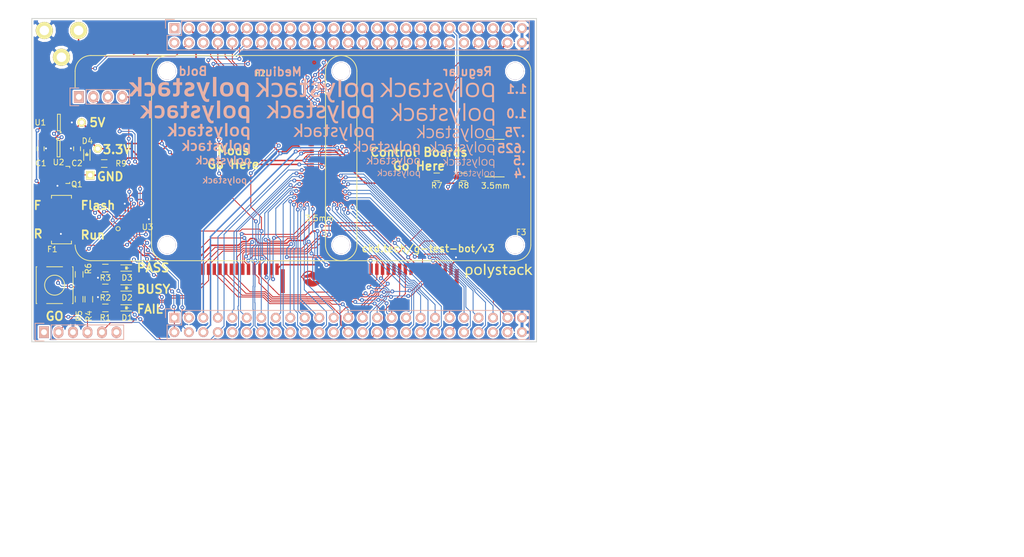
<source format=kicad_pcb>
(kicad_pcb (version 4) (host pcbnew 4.0.1-stable)
  (layers (0 F.Cu signal) (31 B.Cu signal) (34 B.Paste user) (35 F.Paste user) (36 B.SilkS user) (37 F.SilkS user) (38 B.Mask user) (39 F.Mask user) (44 Edge.Cuts user))
  (net 0 "")
  (net 1 +5V)
  (net 2 "Net-(P1-Pad1)")
  (net 3 /SWCLK)
  (net 4 /SWDIO)
  (net 5 /PC7_RESET)
  (net 6 "Net-(P1-Pad6)")
  (net 7 /PC0_3V3)
  (net 8 /PC2_BATT)
  (net 9 /PA1)
  (net 10 /PF2)
  (net 11 /PA3)
  (net 12 /PF4)
  (net 13 /PA2)
  (net 14 /PA5_SCL)
  (net 15 /PA4)
  (net 16 /PA7_SDA)
  (net 17 /PA6_SDO)
  (net 18 /PC5)
  (net 19 /PC4)
  (net 20 /PB1)
  (net 21 /PB0)
  (net 22 /PE7)
  (net 23 /PB2)
  (net 24 /PE9_LD3_RED)
  (net 25 /PE8_LD4_BLUE)
  (net 26 /PE11_LD7_GREEN)
  (net 27 /PE10_LD5_ORANGE)
  (net 28 /PE13_LD10_RED)
  (net 29 /PE12_LD9_BLUE)
  (net 30 /PE15_LD6_GREEN)
  (net 31 /PE14_LD8_ORANGE)
  (net 32 /PB11)
  (net 33 /PB10)
  (net 34 /PB13)
  (net 35 /PB12)
  (net 36 /PB15)
  (net 37 /PB14)
  (net 38 /PD9_RX)
  (net 39 /PD8_TX)
  (net 40 /PD11)
  (net 41 /PD10)
  (net 42 /PD13)
  (net 43 /PD12)
  (net 44 /PD15)
  (net 45 /PD14)
  (net 46 /PC6_BOOT0)
  (net 47 "Net-(P3-Pad1)")
  (net 48 "Net-(P3-Pad3)")
  (net 49 "Net-(P4-Pad1)")
  (net 50 "Net-(P4-Pad2)")
  (net 51 /PF10_5V)
  (net 52 /PC14)
  (net 53 /PC15)
  (net 54 /PE6)
  (net 55 /PC13)
  (net 56 /PB8)
  (net 57 /PB9)
  (net 58 "Net-(P4-Pad19)")
  (net 59 "Net-(P4-Pad20)")
  (net 60 /PB6_SCL)
  (net 61 /PB7_SDA)
  (net 62 /PB4)
  (net 63 /PB5)
  (net 64 /PD7)
  (net 65 /PD5)
  (net 66 /PD6)
  (net 67 /PD3)
  (net 68 /PD4)
  (net 69 /PD1)
  (net 70 /PD2)
  (net 71 /PC12)
  (net 72 /PD0)
  (net 73 /PC10)
  (net 74 /PC11)
  (net 75 /PA14_SWCLK)
  (net 76 /PA15)
  (net 77 /PF6)
  (net 78 /PA13_SWDIO)
  (net 79 "Net-(P4-Pad41)")
  (net 80 "Net-(P4-Pad42)")
  (net 81 /PA10)
  (net 82 /PA9)
  (net 83 /PA8)
  (net 84 /PC9)
  (net 85 /PC8_GND)
  (net 86 /PC1_3V3_E)
  (net 87 "Net-(D1-Pad1)")
  (net 88 "Net-(D2-Pad1)")
  (net 89 "Net-(D3-Pad1)")
  (net 90 /PC3_SWITCH)
  (net 91 "Net-(P1-Pad2)")
  (net 92 "Net-(P1-Pad4)")
  (net 93 GND)
  (net 94 /nRST)
  (net 95 VCC)
  (net 96 /HOST_nRST)
  (net 97 /HOST_SWCLK)
  (net 98 /HOST_SWDIO)
  (net 99 /PF9_POWER_ENABLE)
  (net 100 "Net-(P4-Pad5)")
  (net 101 "Net-(P4-Pad6)")
  (net 102 /PE3)
  (net 103 /PE0)
  (net 104 /PE1)
  (net 105 /TEST_SWDIO)
  (net 106 /TEST_SWCLK)
  (net 107 /SWD_SELECT)
  (net 108 "Net-(R6-Pad2)")
  (net 109 "Net-(U3-Pad2)")
  (net 110 "Net-(U3-Pad3)")
  (net 111 "Net-(U3-Pad4)")
  (net 112 "Net-(P6-Pad1)")
  (net 113 "Net-(P4-Pad47)")
  (net 114 "Net-(D4-Pad1)")
  (net 115 /PA0_MEZ_RESET)
  (net 116 /PE4_FAULT)
  (net 117 /PB3_SWO_MEZ_BOOT)
  (module chickadee:chickadee_3mm_fcu (layer F.Cu) (at 121.8 88.4)
    (fp_text reference G*** hide)
    (fp_text value "Chickadee 3mm" hide)
    (fp_poly (pts (xy -2.190577 -1.394931) (xy -2.158906 -1.394428) (xy -2.131275 -1.393379) (xy -2.106176 -1.39166) (xy -2.082107 -1.389149) (xy -2.057561 -1.385724) (xy -2.031033 -1.38126) (xy -2.009069 -1.377185) (xy -1.950214 -1.364422) (xy -1.889117 -1.348355) (xy -1.828664 -1.329818) (xy -1.77174 -1.309646) (xy -1.760361 -1.305223) (xy -1.717183 -1.28803) (xy -1.674808 -1.270892) (xy -1.63285 -1.25363) (xy -1.59092 -1.236063) (xy -1.548631 -1.218011) (xy -1.505596 -1.199293) (xy -1.461427 -1.179729) (xy -1.415735 -1.159138) (xy -1.368134 -1.137341) (xy -1.318236 -1.114156) (xy -1.265653 -1.089403) (xy -1.209997 -1.062901) (xy -1.150882 -1.034472) (xy -1.087918 -1.003933) (xy -1.02072 -0.971104) (xy -0.948898 -0.935806) (xy -0.872065 -0.897857) (xy -0.789834 -0.857077) (xy -0.701817 -0.813286) (xy -0.679097 -0.801963) (xy -0.600817 -0.763019) (xy -0.528298 -0.72712) (xy -0.461051 -0.694039) (xy -0.398585 -0.663552) (xy -0.340411 -0.635433) (xy -0.286038 -0.609455) (xy -0.234976 -0.585394) (xy -0.186735 -0.563022) (xy -0.140825 -0.542115) (xy -0.096756 -0.522447) (xy -0.054038 -0.503792) (xy -0.012181 -0.485924) (xy 0.029306 -0.468618) (xy 0.070912 -0.451647) (xy 0.113128 -0.434787) (xy 0.146403 -0.421719) (xy 0.169926 -0.412482) (xy 0.191319 -0.403963) (xy 0.209688 -0.396527) (xy 0.224143 -0.39054) (xy 0.233791 -0.386365) (xy 0.237732 -0.384376) (xy 0.237199 -0.380281) (xy 0.231987 -0.372263) (xy 0.222739 -0.361032) (xy 0.2101 -0.347296) (xy 0.194712 -0.331764) (xy 0.177219 -0.315145) (xy 0.164178 -0.303343) (xy 0.096199 -0.247242) (xy 0.021764 -0.193747) (xy -0.059006 -0.142914) (xy -0.145989 -0.0948) (xy -0.239062 -0.049462) (xy -0.338103 -0.006957) (xy -0.442991 0.032658) (xy -0.553602 0.069327) (xy -0.669815 0.102992) (xy -0.756708 0.125296) (xy -0.857303 0.148538) (xy -0.952291 0.167867) (xy -1.041919 0.183303) (xy -1.126439 0.194868) (xy -1.206099 0.20258) (xy -1.281149 0.206462) (xy -1.351837 0.206535) (xy -1.418413 0.202818) (xy -1.481126 0.195332) (xy -1.518918 0.18866) (xy -1.57955 0.173748) (xy -1.634906 0.154367) (xy -1.684914 0.13059) (xy -1.729501 0.102491) (xy -1.768596 0.070142) (xy -1.802127 0.033617) (xy -1.830021 -0.007012) (xy -1.852205 -0.051671) (xy -1.868608 -0.100287) (xy -1.879158 -0.152786) (xy -1.882097 -0.17906) (xy -1.882915 -0.190167) (xy -1.883851 -0.198302) (xy -1.885889 -0.204006) (xy -1.890009 -0.207822) (xy -1.897194 -0.21029) (xy -1.908425 -0.211954) (xy -1.924685 -0.213354) (xy -1.946955 -0.215033) (xy -1.947333 -0.215063) (xy -1.974885 -0.21729) (xy -1.996056 -0.219184) (xy -2.011509 -0.220834) (xy -2.021906 -0.222327) (xy -2.02791 -0.223751) (xy -2.030183 -0.225193) (xy -2.030082 -0.226026) (xy -2.032027 -0.227335) (xy -2.038861 -0.22756) (xy -2.048532 -0.226886) (xy -2.05899 -0.225503) (xy -2.068183 -0.223597) (xy -2.072569 -0.222141) (xy -2.078077 -0.220624) (xy -2.089384 -0.218164) (xy -2.105331 -0.214992) (xy -2.124759 -0.211335) (xy -2.146511 -0.207422) (xy -2.151944 -0.206471) (xy -2.23343 -0.192964) (xy -2.310846 -0.181591) (xy -2.386734 -0.172013) (xy -2.463633 -0.163891) (xy -2.487083 -0.161706) (xy -2.509513 -0.160112) (xy -2.536719 -0.158879) (xy -2.567348 -0.158007) (xy -2.600049 -0.157496) (xy -2.633471 -0.157348) (xy -2.666262 -0.157562) (xy -2.69707 -0.158139) (xy -2.724545 -0.15908) (xy -2.747334 -0.160385) (xy -2.760486 -0.161598) (xy -2.833314 -0.171253) (xy -2.904171 -0.18314) (xy -2.974932 -0.197651) (xy -3.047473 -0.215178) (xy -3.123669 -0.23611) (xy -3.139143 -0.240632) (xy -3.161757 -0.247425) (xy -3.178423 -0.252778) (xy -3.190018 -0.257041) (xy -3.197422 -0.260562) (xy -3.20151 -0.263691) (xy -3.202943 -0.266032) (xy -3.203909 -0.271145) (xy -3.205491 -0.282439) (xy -3.20759 -0.299075) (xy -3.210105 -0.320217) (xy -3.212937 -0.345025) (xy -3.215987 -0.372662) (xy -3.219082 -0.401608) (xy -3.222679 -0.435601) (xy -3.225565 -0.463243) (xy -3.227688 -0.485209) (xy -3.228999 -0.50217) (xy -3.229447 -0.514802) (xy -3.228982 -0.523777) (xy -3.227553 -0.52977) (xy -3.22511 -0.533453) (xy -3.221603 -0.535501) (xy -3.216982 -0.536587) (xy -3.211195 -0.537385) (xy -3.208909 -0.537717) (xy -3.197663 -0.539746) (xy -3.180611 -0.543203) (xy -3.158807 -0.547849) (xy -3.1333 -0.553445) (xy -3.105142 -0.559751) (xy -3.075385 -0.566529) (xy -3.045079 -0.573539) (xy -3.015275 -0.580543) (xy -2.987025 -0.5873) (xy -2.96138 -0.593573) (xy -2.942167 -0.598407) (xy -2.839538 -0.625766) (xy -2.743547 -0.653603) (xy -2.653787 -0.682055) (xy -2.569847 -0.711258) (xy -2.49132 -0.74135) (xy -2.417797 -0.772466) (xy -2.405944 -0.777787) (xy -2.33527 -0.81224) (xy -2.2633 -0.851978) (xy -2.191754 -0.895908) (xy -2.122352 -0.942934) (xy -2.05681 -0.991963) (xy -2.012597 -1.028214) (xy -1.994935 -1.043577) (xy -1.976602 -1.059988) (xy -1.958316 -1.076756) (xy -1.940794 -1.09319) (xy -1.924751 -1.108599) (xy -1.910905 -1.122291) (xy -1.899973 -1.133576) (xy -1.892671 -1.141762) (xy -1.889717 -1.146159) (xy -1.889781 -1.146632) (xy -1.895886 -1.149881) (xy -1.907863 -1.154203) (xy -1.924653 -1.159337) (xy -1.945199 -1.16502) (xy -1.968444 -1.170989) (xy -1.99333 -1.176981) (xy -2.018801 -1.182735) (xy -2.043799 -1.187987) (xy -2.067268 -1.192474) (xy -2.088148 -1.195935) (xy -2.088444 -1.195979) (xy -2.143487 -1.202523) (xy -2.197821 -1.205577) (xy -2.252961 -1.205107) (xy -2.310419 -1.201077) (xy -2.371711 -1.193452) (xy -2.401539 -1.188739) (xy -2.494796 -1.17015) (xy -2.584229 -1.146293) (xy -2.669623 -1.117275) (xy -2.750766 -1.083203) (xy -2.827443 -1.044182) (xy -2.899442 -1.000319) (xy -2.966549 -0.95172) (xy -3.028551 -0.898491) (xy -3.072051 -0.855085) (xy -3.114426 -0.806444) (xy -3.152464 -0.755667) (xy -3.185507 -0.70377) (xy -3.212895 -0.65177) (xy -3.230344 -0.610645) (xy -3.23532 -0.598231) (xy -3.239944 -0.588063) (xy -3.243211 -0.582348) (xy -3.246468 -0.579042) (xy -3.254369 -0.57133) (xy -3.266439 -0.559666) (xy -3.282207 -0.544504) (xy -3.301199 -0.526296) (xy -3.322943 -0.505496) (xy -3.346966 -0.482558) (xy -3.372795 -0.457935) (xy -3.391958 -0.439691) (xy -3.418659 -0.414263) (xy -3.443792 -0.390288) (xy -3.466896 -0.368206) (xy -3.487514 -0.34846) (xy -3.505187 -0.331487) (xy -3.519455 -0.31773) (xy -3.529861 -0.307629) (xy -3.535945 -0.301624) (xy -3.537393 -0.300078) (xy -3.534428 -0.298301) (xy -3.525616 -0.293948) (xy -3.511564 -0.287299) (xy -3.492877 -0.278632) (xy -3.470164 -0.268227) (xy -3.444028 -0.256363) (xy -3.415077 -0.243317) (xy -3.383917 -0.22937) (xy -3.376532 -0.226077) (xy -3.214874 -0.154058) (xy -3.198019 -0.093786) (xy -3.189906 -0.065801) (xy -3.180059 -0.033466) (xy -3.169084 0.001347) (xy -3.157589 0.036762) (xy -3.146183 0.070907) (xy -3.135473 0.101907) (xy -3.126489 0.126757) (xy -3.121041 0.140443) (xy -3.116521 0.148917) (xy -3.111864 0.153733) (xy -3.10617 0.156392) (xy -3.098868 0.157558) (xy -3.085547 0.158496) (xy -3.06724 0.159209) (xy -3.04498 0.159697) (xy -3.019799 0.159965) (xy -2.992731 0.160013) (xy -2.964808 0.159845) (xy -2.937063 0.159461) (xy -2.910528 0.158866) (xy -2.886237 0.15806) (xy -2.865223 0.157046) (xy -2.848681 0.155841) (xy -2.685739 0.138212) (xy -2.585861 0.124838) (xy -2.543141 0.1184) (xy -2.506322 0.1121) (xy -2.474266 0.105624) (xy -2.445833 0.098661) (xy -2.419884 0.090899) (xy -2.395279 0.082025) (xy -2.370878 0.071727) (xy -2.345543 0.059694) (xy -2.342444 0.058147) (xy -2.286885 0.026813) (xy -2.232336 -0.010789) (xy -2.179767 -0.053872) (xy -2.130148 -0.101647) (xy -2.089686 -0.146958) (xy -2.071653 -0.168681) (xy -2.069252 -0.143431) (xy -2.062225 -0.096009) (xy -2.050319 -0.046832) (xy -2.034198 0.002224) (xy -2.014523 0.049282) (xy -1.991958 0.092463) (xy -1.978281 0.114289) (xy -1.94066 0.164006) (xy -1.897859 0.209003) (xy -1.849963 0.249251) (xy -1.797063 0.284723) (xy -1.739243 0.315389) (xy -1.676594 0.341223) (xy -1.609201 0.362197) (xy -1.537152 0.378282) (xy -1.460535 0.389451) (xy -1.379438 0.395676) (xy -1.293947 0.396929) (xy -1.204152 0.393182) (xy -1.125361 0.386139) (xy -1.052218 0.376822) (xy -0.974125 0.364509) (xy -0.892379 0.349481) (xy -0.808276 0.332024) (xy -0.723113 0.312418) (xy -0.638187 0.290949) (xy -0.554795 0.267899) (xy -0.478014 0.244745) (xy -0.38054 0.212112) (xy -0.286214 0.17667) (xy -0.195387 0.138629) (xy -0.108408 0.098203) (xy -0.025628 0.0556) (xy 0.052604 0.011034) (xy 0.125937 -0.035286) (xy 0.194021 -0.083147) (xy 0.256506 -0.132339) (xy 0.313041 -0.18265) (xy 0.363278 -0.233869) (xy 0.406865 -0.285785) (xy 0.411516 -0.291897) (xy 0.421132 -0.304324) (xy 0.427892 -0.311896) (xy 0.432929 -0.315578) (xy 0.437377 -0.316336) (xy 0.439726 -0.315921) (xy 0.459163 -0.311612) (xy 0.48424 -0.30693) (xy 0.513568 -0.302078) (xy 0.545757 -0.297263) (xy 0.579415 -0.292687) (xy 0.613152 -0.288557) (xy 0.645578 -0.285077) (xy 0.656167 -0.284068) (xy 0.687905 -0.281538) (xy 0.719888 -0.279816) (xy 0.752791 -0.278933) (xy 0.78729 -0.27892) (xy 0.82406 -0.279806) (xy 0.863775 -0.281623) (xy 0.907113 -0.284401) (xy 0.954746 -0.288171) (xy 1.007352 -0.292963) (xy 1.065605 -0.298808) (xy 1.127125 -0.3054) (xy 1.216165 -0.315763) (xy 1.311639 -0.327982) (xy 1.413193 -0.341993) (xy 1.520469 -0.357731) (xy 1.633115 -0.375132) (xy 1.750774 -0.394133) (xy 1.873091 -0.414668) (xy 1.999712 -0.436674) (xy 2.13028 -0.460086) (xy 2.264441 -0.48484) (xy 2.40184 -0.510872) (xy 2.542121 -0.538118) (xy 2.68493 -0.566514) (xy 2.829911 -0.595994) (xy 2.976709 -0.626495) (xy 3.124969 -0.657954) (xy 3.274335 -0.690304) (xy 3.361972 -0.709592) (xy 3.406466 -0.719446) (xy 3.444684 -0.727733) (xy 3.477258 -0.73432) (xy 3.504823 -0.739072) (xy 3.528011 -0.741854) (xy 3.547455 -0.742532) (xy 3.563788 -0.740972) (xy 3.577642 -0.737038) (xy 3.589652 -0.730596) (xy 3.600449 -0.721512) (xy 3.610667 -0.709652) (xy 3.620938 -0.69488) (xy 3.631896 -0.677062) (xy 3.644174 -0.656064) (xy 3.648453 -0.648705) (xy 3.685722 -0.582928) (xy 3.720654 -0.517678) (xy 3.752855 -0.453786) (xy 3.781929 -0.392085) (xy 3.807481 -0.333406) (xy 3.829117 -0.278581) (xy 3.842982 -0.239141) (xy 3.858442 -0.186728) (xy 3.869158 -0.137816) (xy 3.875158 -0.092633) (xy 3.876469 -0.051406) (xy 3.873119 -0.014365) (xy 3.865134 0.018262) (xy 3.852543 0.046247) (xy 3.835372 0.069362) (xy 3.813649 0.087378) (xy 3.803124 0.093395) (xy 3.792991 0.098154) (xy 3.781941 0.102524) (xy 3.769615 0.106533) (xy 3.755657 0.110209) (xy 3.739709 0.113581) (xy 3.721413 0.116677) (xy 3.700414 0.119524) (xy 3.676352 0.122152) (xy 3.648872 0.124587) (xy 3.617615 0.126859) (xy 3.582225 0.128995) (xy 3.542343 0.131023) (xy 3.497613 0.132973) (xy 3.447677 0.134871) (xy 3.392178 0.136746) (xy 3.330759 0.138626) (xy 3.263062 0.14054) (xy 3.188731 0.142515) (xy 3.175 0.142869) (xy 3.052923 0.146207) (xy 2.937344 0.149786) (xy 2.827707 0.153639) (xy 2.723456 0.157794) (xy 2.624037 0.162284) (xy 2.528895 0.167138) (xy 2.437474 0.172388) (xy 2.349219 0.178064) (xy 2.263574 0.184196) (xy 2.179985 0.190816) (xy 2.097897 0.197954) (xy 2.016754 0.20564) (xy 1.989667 0.208345) (xy 1.860967 0.222177) (xy 1.736502 0.237273) (xy 1.615523 0.253805) (xy 1.497281 0.271941) (xy 1.381028 0.291851) (xy 1.266016 0.313705) (xy 1.151496 0.337671) (xy 1.036721 0.36392) (xy 0.920941 0.39262) (xy 0.803408 0.423942) (xy 0.683373 0.458054) (xy 0.56009 0.495127) (xy 0.432808 0.535329) (xy 0.30078 0.57883) (xy 0.195792 0.614551) (xy 0.145932 0.632059) (xy 0.0984 0.649485) (xy 0.052527 0.66715) (xy 0.007643 0.685374) (xy -0.03692 0.704476) (xy -0.081833 0.724779) (xy -0.127765 0.746601) (xy -0.175385 0.770263) (xy -0.225363 0.796085) (xy -0.278367 0.824388) (xy -0.335068 0.855492) (xy -0.396135 0.889717) (xy -0.462237 0.927384) (xy -0.483306 0.939493) (xy -0.541927 0.973223) (xy -0.594898 1.003651) (xy -0.642666 1.031025) (xy -0.685679 1.055591) (xy -0.724384 1.077596) (xy -0.759229 1.097287) (xy -0.790662 1.11491) (xy -0.81913 1.130714) (xy -0.845081 1.144944) (xy -0.868963 1.157848) (xy -0.891223 1.169672) (xy -0.912308 1.180664) (xy -0.932668 1.19107) (xy -0.952748 1.201138) (xy -0.972997 1.211113) (xy -0.993862 1.221244) (xy -0.995694 1.222128) (xy -1.063133 1.253565) (xy -1.12675 1.280819) (xy -1.187918 1.304282) (xy -1.248008 1.324345) (xy -1.308391 1.341402) (xy -1.37044 1.355844) (xy -1.435526 1.368064) (xy -1.505022 1.378454) (xy -1.569861 1.386279) (xy -1.610848 1.390039) (xy -1.656794 1.392999) (xy -1.705642 1.395105) (xy -1.755337 1.396301) (xy -1.803821 1.396532) (xy -1.849038 1.395744) (xy -1.878542 1.394508) (xy -1.958088 1.387865) (xy -2.038544 1.376743) (xy -2.118722 1.361443) (xy -2.197433 1.342263) (xy -2.273489 1.319501) (xy -2.345702 1.293456) (xy -2.412884 1.264427) (xy -2.430992 1.255625) (xy -2.511972 1.211372) (xy -2.591194 1.160408) (xy -2.668518 1.102893) (xy -2.743805 1.038983) (xy -2.816914 0.968836) (xy -2.887705 0.89261) (xy -2.95604 0.810463) (xy -3.021777 0.722552) (xy -3.084778 0.629036) (xy -3.144903 0.53007) (xy -3.202011 0.425814) (xy -3.247103 0.335201) (xy -3.265441 0.295287) (xy -3.283063 0.253922) (xy -3.300474 0.209814) (xy -3.318181 0.161672) (xy -3.33669 0.108204) (xy -3.341035 0.09525) (xy -3.348704 0.071804) (xy -3.356807 0.046214) (xy -3.364992 0.019673) (xy -3.372907 -0.006627) (xy -3.380199 -0.031492) (xy -3.386515 -0.053731) (xy -3.391504 -0.072152) (xy -3.394813 -0.08556) (xy -3.395622 -0.089442) (xy -3.397791 -0.101004) (xy -3.602405 -0.183572) (xy -3.638385 -0.198117) (xy -3.672393 -0.211915) (xy -3.703868 -0.224734) (xy -3.732252 -0.236346) (xy -3.756986 -0.24652) (xy -3.77751 -0.255026) (xy -3.793266 -0.261633) (xy -3.803693 -0.266111) (xy -3.808232 -0.268231) (xy -3.808381 -0.268344) (xy -3.80604 -0.270994) (xy -3.798838 -0.27795) (xy -3.787188 -0.288837) (xy -3.771505 -0.303276) (xy -3.752203 -0.320892) (xy -3.729696 -0.341306) (xy -3.704399 -0.364141) (xy -3.676726 -0.389021) (xy -3.647091 -0.415568) (xy -3.621714 -0.438231) (xy -3.585698 -0.47036) (xy -3.554584 -0.498154) (xy -3.528002 -0.521967) (xy -3.505585 -0.542152) (xy -3.486962 -0.559065) (xy -3.471765 -0.573058) (xy -3.459624 -0.584487) (xy -3.45017 -0.593706) (xy -3.443035 -0.601069) (xy -3.437848 -0.606929) (xy -3.434241 -0.611642) (xy -3.431844 -0.615561) (xy -3.430288 -0.619041) (xy -3.429205 -0.622435) (xy -3.429021 -0.623103) (xy -3.422612 -0.643652) (xy -3.41351 -0.668602) (xy -3.40244 -0.696184) (xy -3.390126 -0.724625) (xy -3.377295 -0.752157) (xy -3.3707 -0.765446) (xy -3.338251 -0.823655) (xy -3.301023 -0.87978) (xy -3.258334 -0.934751) (xy -3.209501 -0.989498) (xy -3.196358 -1.003151) (xy -3.140849 -1.05669) (xy -3.083569 -1.105173) (xy -3.023315 -1.149469) (xy -2.958883 -1.190443) (xy -2.889069 -1.228963) (xy -2.868083 -1.23958) (xy -2.800029 -1.271452) (xy -2.732015 -1.299287) (xy -2.662813 -1.323459) (xy -2.591193 -1.344341) (xy -2.515928 -1.362308) (xy -2.435788 -1.377732) (xy -2.38932 -1.385248) (xy -2.369484 -1.388168) (xy -2.352156 -1.390434) (xy -2.335939 -1.39213) (xy -2.319438 -1.393341) (xy -2.301258 -1.394152) (xy -2.280002 -1.394645) (xy -2.254276 -1.394906) (xy -2.227792 -1.395009) (xy -2.190577 -1.394931)) (layer F.Cu) (width 0.01))
  )
  (module macrofab:Fiducial (layer F.Cu) (at 149.2 91.2)
    (fp_text reference F2 (at -0.1 1.9) (layer F.SilkS))
    (fp_text value 1mm)
    (pad "" smd circle (at 0 0) (size 1 1) (layers F.Cu F.Paste F.Mask) (clearance 0.5))
  )
  (module macrofab:Fiducial (layer F.Cu) (at 194.8 119.3)
    (fp_text reference F3 (at 0 1.7) (layer F.SilkS))
    (fp_text value 1mm)
    (pad "" smd circle (at 0 0) (size 1 1) (layers F.Cu F.Paste F.Mask) (clearance 0.5))
  )
  (module Mounting_Holes:MountingHole_3mm (layer F.Cu) (at 193.75 123.25)
    (fp_text reference REF** hide)
    (fp_text value MountingHole_3mm hide)
    (pad 1 thru_hole circle (at 0 0) (size 3 3) (drill 3) (layers))
  )
  (module Mounting_Holes:MountingHole_3mm (layer F.Cu) (at 193.75 92.75)
    (fp_text reference REF** hide)
    (fp_text value MountingHole_3mm hide)
    (pad 1 thru_hole circle (at 0 0) (size 3 3) (drill 3) (layers))
  )
  (module Mounting_Holes:MountingHole_3mm (layer F.Cu) (at 163.25 123.25)
    (fp_text reference REF** hide)
    (fp_text value MountingHole_3mm hide)
    (pad 1 thru_hole circle (at 0 0) (size 3 3) (drill 3) (layers))
  )
  (module Mounting_Holes:MountingHole_3mm (layer F.Cu) (at 132.75 123.25)
    (fp_text reference REF** hide)
    (fp_text value MountingHole_3mm hide)
    (pad 1 thru_hole circle (at 0 0) (size 3 3) (drill 3) (layers))
  )
  (module Mounting_Holes:MountingHole_3mm (layer F.Cu) (at 132.75 92.75)
    (fp_text reference REF** hide)
    (fp_text value MountingHole_3mm hide)
    (pad 1 thru_hole circle (at 0 0) (size 3 3) (drill 3) (layers))
  )
  (module Mounting_Holes:MountingHole_3mm (layer F.Cu) (at 163.25 92.75)
    (fp_text reference REF** hide)
    (fp_text value MountingHole_3mm hide)
    (pad 1 thru_hole circle (at 0 0) (size 3 3) (drill 3) (layers))
  )
  (module barrel-jack:PJ-037BH-SMT (layer F.Cu) (at 114.2 85.6 90)
    (fp_text reference CON1 hide)
    (fp_text value BARREL_JACK)
    (pad 3 thru_hole circle (at -4.7 0 90) (size 3 3) (drill 1.67) (layers *.Cu *.Mask F.SilkS) (net 93 GND))
    (pad 2 thru_hole circle (at 0 -3 90) (size 3 3) (drill 1.67) (layers *.Cu *.Mask F.SilkS) (net 93 GND))
    (pad 1 thru_hole circle (at 0 3 90) (size 3 3) (drill 1.67) (layers *.Cu *.Mask F.SilkS) (net 1 +5V))
  )
  (module Pin_Headers:Pin_Header_Straight_1x06 (layer B.Cu) (at 111.14 138.55 270)
    (fp_text reference P1 hide)
    (fp_text value CONN_01X06)
    (pad 1 thru_hole rect (at 0 0 270) (size 2.032 1.7272) (drill 1.016) (layers *.Cu *.Mask B.SilkS) (net 2 "Net-(P1-Pad1)"))
    (pad 2 thru_hole oval (at 0 -2.54 270) (size 2.032 1.7272) (drill 1.016) (layers *.Cu *.Mask B.SilkS) (net 91 "Net-(P1-Pad2)"))
    (pad 3 thru_hole oval (at 0 -5.08 270) (size 2.032 1.7272) (drill 1.016) (layers *.Cu *.Mask B.SilkS) (net 93 GND))
    (pad 4 thru_hole oval (at 0 -7.62 270) (size 2.032 1.7272) (drill 1.016) (layers *.Cu *.Mask B.SilkS) (net 92 "Net-(P1-Pad4)"))
    (pad 5 thru_hole oval (at 0 -10.16 270) (size 2.032 1.7272) (drill 1.016) (layers *.Cu *.Mask B.SilkS) (net 94 /nRST))
    (pad 6 thru_hole oval (at 0 -12.7 270) (size 2.032 1.7272) (drill 1.016) (layers *.Cu *.Mask B.SilkS) (net 6 "Net-(P1-Pad6)"))
  )
  (module Pin_Headers:Pin_Header_Straight_2x25 (layer B.Cu) (at 134 136.01 270)
    (fp_text reference P2 hide)
    (fp_text value CONN_02X25)
    (pad 1 thru_hole rect (at 0 0 270) (size 1.7272 1.7272) (drill 1.016) (layers *.Cu *.Mask B.SilkS) (net 95 VCC))
    (pad 2 thru_hole oval (at 2.54 0 270) (size 1.7272 1.7272) (drill 1.016) (layers *.Cu *.Mask B.SilkS) (net 95 VCC))
    (pad 3 thru_hole oval (at 0 -2.54 270) (size 1.7272 1.7272) (drill 1.016) (layers *.Cu *.Mask B.SilkS) (net 96 /HOST_nRST))
    (pad 4 thru_hole oval (at 2.54 -2.54 270) (size 1.7272 1.7272) (drill 1.016) (layers *.Cu *.Mask B.SilkS) (net 93 GND))
    (pad 5 thru_hole oval (at 0 -5.08 270) (size 1.7272 1.7272) (drill 1.016) (layers *.Cu *.Mask B.SilkS) (net 7 /PC0_3V3))
    (pad 6 thru_hole oval (at 2.54 -5.08 270) (size 1.7272 1.7272) (drill 1.016) (layers *.Cu *.Mask B.SilkS) (net 86 /PC1_3V3_E))
    (pad 7 thru_hole oval (at 0 -7.62 270) (size 1.7272 1.7272) (drill 1.016) (layers *.Cu *.Mask B.SilkS) (net 8 /PC2_BATT))
    (pad 8 thru_hole oval (at 2.54 -7.62 270) (size 1.7272 1.7272) (drill 1.016) (layers *.Cu *.Mask B.SilkS) (net 90 /PC3_SWITCH))
    (pad 9 thru_hole oval (at 0 -10.16 270) (size 1.7272 1.7272) (drill 1.016) (layers *.Cu *.Mask B.SilkS) (net 10 /PF2))
    (pad 10 thru_hole oval (at 2.54 -10.16 270) (size 1.7272 1.7272) (drill 1.016) (layers *.Cu *.Mask B.SilkS) (net 9 /PA1))
    (pad 11 thru_hole oval (at 0 -12.7 270) (size 1.7272 1.7272) (drill 1.016) (layers *.Cu *.Mask B.SilkS) (net 115 /PA0_MEZ_RESET))
    (pad 12 thru_hole oval (at 2.54 -12.7 270) (size 1.7272 1.7272) (drill 1.016) (layers *.Cu *.Mask B.SilkS) (net 11 /PA3))
    (pad 13 thru_hole oval (at 0 -15.24 270) (size 1.7272 1.7272) (drill 1.016) (layers *.Cu *.Mask B.SilkS) (net 13 /PA2))
    (pad 14 thru_hole oval (at 2.54 -15.24 270) (size 1.7272 1.7272) (drill 1.016) (layers *.Cu *.Mask B.SilkS) (net 12 /PF4))
    (pad 15 thru_hole oval (at 0 -17.78 270) (size 1.7272 1.7272) (drill 1.016) (layers *.Cu *.Mask B.SilkS) (net 15 /PA4))
    (pad 16 thru_hole oval (at 2.54 -17.78 270) (size 1.7272 1.7272) (drill 1.016) (layers *.Cu *.Mask B.SilkS) (net 14 /PA5_SCL))
    (pad 17 thru_hole oval (at 0 -20.32 270) (size 1.7272 1.7272) (drill 1.016) (layers *.Cu *.Mask B.SilkS) (net 17 /PA6_SDO))
    (pad 18 thru_hole oval (at 2.54 -20.32 270) (size 1.7272 1.7272) (drill 1.016) (layers *.Cu *.Mask B.SilkS) (net 16 /PA7_SDA))
    (pad 19 thru_hole oval (at 0 -22.86 270) (size 1.7272 1.7272) (drill 1.016) (layers *.Cu *.Mask B.SilkS) (net 19 /PC4))
    (pad 20 thru_hole oval (at 2.54 -22.86 270) (size 1.7272 1.7272) (drill 1.016) (layers *.Cu *.Mask B.SilkS) (net 18 /PC5))
    (pad 21 thru_hole oval (at 0 -25.4 270) (size 1.7272 1.7272) (drill 1.016) (layers *.Cu *.Mask B.SilkS) (net 21 /PB0))
    (pad 22 thru_hole oval (at 2.54 -25.4 270) (size 1.7272 1.7272) (drill 1.016) (layers *.Cu *.Mask B.SilkS) (net 20 /PB1))
    (pad 23 thru_hole oval (at 0 -27.94 270) (size 1.7272 1.7272) (drill 1.016) (layers *.Cu *.Mask B.SilkS) (net 23 /PB2))
    (pad 24 thru_hole oval (at 2.54 -27.94 270) (size 1.7272 1.7272) (drill 1.016) (layers *.Cu *.Mask B.SilkS) (net 22 /PE7))
    (pad 25 thru_hole oval (at 0 -30.48 270) (size 1.7272 1.7272) (drill 1.016) (layers *.Cu *.Mask B.SilkS) (net 25 /PE8_LD4_BLUE))
    (pad 26 thru_hole oval (at 2.54 -30.48 270) (size 1.7272 1.7272) (drill 1.016) (layers *.Cu *.Mask B.SilkS) (net 24 /PE9_LD3_RED))
    (pad 27 thru_hole oval (at 0 -33.02 270) (size 1.7272 1.7272) (drill 1.016) (layers *.Cu *.Mask B.SilkS) (net 27 /PE10_LD5_ORANGE))
    (pad 28 thru_hole oval (at 2.54 -33.02 270) (size 1.7272 1.7272) (drill 1.016) (layers *.Cu *.Mask B.SilkS) (net 26 /PE11_LD7_GREEN))
    (pad 29 thru_hole oval (at 0 -35.56 270) (size 1.7272 1.7272) (drill 1.016) (layers *.Cu *.Mask B.SilkS) (net 29 /PE12_LD9_BLUE))
    (pad 30 thru_hole oval (at 2.54 -35.56 270) (size 1.7272 1.7272) (drill 1.016) (layers *.Cu *.Mask B.SilkS) (net 28 /PE13_LD10_RED))
    (pad 31 thru_hole oval (at 0 -38.1 270) (size 1.7272 1.7272) (drill 1.016) (layers *.Cu *.Mask B.SilkS) (net 31 /PE14_LD8_ORANGE))
    (pad 32 thru_hole oval (at 2.54 -38.1 270) (size 1.7272 1.7272) (drill 1.016) (layers *.Cu *.Mask B.SilkS) (net 30 /PE15_LD6_GREEN))
    (pad 33 thru_hole oval (at 0 -40.64 270) (size 1.7272 1.7272) (drill 1.016) (layers *.Cu *.Mask B.SilkS) (net 33 /PB10))
    (pad 34 thru_hole oval (at 2.54 -40.64 270) (size 1.7272 1.7272) (drill 1.016) (layers *.Cu *.Mask B.SilkS) (net 32 /PB11))
    (pad 35 thru_hole oval (at 0 -43.18 270) (size 1.7272 1.7272) (drill 1.016) (layers *.Cu *.Mask B.SilkS) (net 35 /PB12))
    (pad 36 thru_hole oval (at 2.54 -43.18 270) (size 1.7272 1.7272) (drill 1.016) (layers *.Cu *.Mask B.SilkS) (net 34 /PB13))
    (pad 37 thru_hole oval (at 0 -45.72 270) (size 1.7272 1.7272) (drill 1.016) (layers *.Cu *.Mask B.SilkS) (net 37 /PB14))
    (pad 38 thru_hole oval (at 2.54 -45.72 270) (size 1.7272 1.7272) (drill 1.016) (layers *.Cu *.Mask B.SilkS) (net 36 /PB15))
    (pad 39 thru_hole oval (at 0 -48.26 270) (size 1.7272 1.7272) (drill 1.016) (layers *.Cu *.Mask B.SilkS) (net 39 /PD8_TX))
    (pad 40 thru_hole oval (at 2.54 -48.26 270) (size 1.7272 1.7272) (drill 1.016) (layers *.Cu *.Mask B.SilkS) (net 38 /PD9_RX))
    (pad 41 thru_hole oval (at 0 -50.8 270) (size 1.7272 1.7272) (drill 1.016) (layers *.Cu *.Mask B.SilkS) (net 41 /PD10))
    (pad 42 thru_hole oval (at 2.54 -50.8 270) (size 1.7272 1.7272) (drill 1.016) (layers *.Cu *.Mask B.SilkS) (net 40 /PD11))
    (pad 43 thru_hole oval (at 0 -53.34 270) (size 1.7272 1.7272) (drill 1.016) (layers *.Cu *.Mask B.SilkS) (net 43 /PD12))
    (pad 44 thru_hole oval (at 2.54 -53.34 270) (size 1.7272 1.7272) (drill 1.016) (layers *.Cu *.Mask B.SilkS) (net 42 /PD13))
    (pad 45 thru_hole oval (at 0 -55.88 270) (size 1.7272 1.7272) (drill 1.016) (layers *.Cu *.Mask B.SilkS) (net 45 /PD14))
    (pad 46 thru_hole oval (at 2.54 -55.88 270) (size 1.7272 1.7272) (drill 1.016) (layers *.Cu *.Mask B.SilkS) (net 44 /PD15))
    (pad 47 thru_hole oval (at 0 -58.42 270) (size 1.7272 1.7272) (drill 1.016) (layers *.Cu *.Mask B.SilkS) (net 5 /PC7_RESET))
    (pad 48 thru_hole oval (at 2.54 -58.42 270) (size 1.7272 1.7272) (drill 1.016) (layers *.Cu *.Mask B.SilkS) (net 46 /PC6_BOOT0))
    (pad 49 thru_hole oval (at 0 -60.96 270) (size 1.7272 1.7272) (drill 1.016) (layers *.Cu *.Mask B.SilkS) (net 93 GND))
    (pad 50 thru_hole oval (at 2.54 -60.96 270) (size 1.7272 1.7272) (drill 1.016) (layers *.Cu *.Mask B.SilkS) (net 93 GND))
  )
  (module Pin_Headers:Pin_Header_Straight_1x04 (layer B.Cu) (at 117.25 97.25 270)
    (fp_text reference P3 hide)
    (fp_text value CONN_01X04)
    (pad 1 thru_hole rect (at 0 0 270) (size 2.032 1.7272) (drill 1.016) (layers *.Cu *.Mask B.SilkS) (net 47 "Net-(P3-Pad1)"))
    (pad 2 thru_hole oval (at 0 -2.54 270) (size 2.032 1.7272) (drill 1.016) (layers *.Cu *.Mask B.SilkS) (net 97 /HOST_SWCLK))
    (pad 3 thru_hole oval (at 0 -5.08 270) (size 2.032 1.7272) (drill 1.016) (layers *.Cu *.Mask B.SilkS) (net 48 "Net-(P3-Pad3)"))
    (pad 4 thru_hole oval (at 0 -7.62 270) (size 2.032 1.7272) (drill 1.016) (layers *.Cu *.Mask B.SilkS) (net 98 /HOST_SWDIO))
  )
  (module Pin_Headers:Pin_Header_Straight_2x25 (layer B.Cu) (at 134 85.21 270)
    (fp_text reference P4 hide)
    (fp_text value CONN_02X25)
    (pad 1 thru_hole rect (at 0 0 270) (size 1.7272 1.7272) (drill 1.016) (layers *.Cu *.Mask B.SilkS) (net 49 "Net-(P4-Pad1)"))
    (pad 2 thru_hole oval (at 2.54 0 270) (size 1.7272 1.7272) (drill 1.016) (layers *.Cu *.Mask B.SilkS) (net 50 "Net-(P4-Pad2)"))
    (pad 3 thru_hole oval (at 0 -2.54 270) (size 1.7272 1.7272) (drill 1.016) (layers *.Cu *.Mask B.SilkS) (net 51 /PF10_5V))
    (pad 4 thru_hole oval (at 2.54 -2.54 270) (size 1.7272 1.7272) (drill 1.016) (layers *.Cu *.Mask B.SilkS) (net 99 /PF9_POWER_ENABLE))
    (pad 5 thru_hole oval (at 0 -5.08 270) (size 1.7272 1.7272) (drill 1.016) (layers *.Cu *.Mask B.SilkS) (net 100 "Net-(P4-Pad5)"))
    (pad 6 thru_hole oval (at 2.54 -5.08 270) (size 1.7272 1.7272) (drill 1.016) (layers *.Cu *.Mask B.SilkS) (net 101 "Net-(P4-Pad6)"))
    (pad 7 thru_hole oval (at 0 -7.62 270) (size 1.7272 1.7272) (drill 1.016) (layers *.Cu *.Mask B.SilkS) (net 53 /PC15))
    (pad 8 thru_hole oval (at 2.54 -7.62 270) (size 1.7272 1.7272) (drill 1.016) (layers *.Cu *.Mask B.SilkS) (net 52 /PC14))
    (pad 9 thru_hole oval (at 0 -10.16 270) (size 1.7272 1.7272) (drill 1.016) (layers *.Cu *.Mask B.SilkS) (net 55 /PC13))
    (pad 10 thru_hole oval (at 2.54 -10.16 270) (size 1.7272 1.7272) (drill 1.016) (layers *.Cu *.Mask B.SilkS) (net 54 /PE6))
    (pad 11 thru_hole oval (at 0 -12.7 270) (size 1.7272 1.7272) (drill 1.016) (layers *.Cu *.Mask B.SilkS) (net 105 /TEST_SWDIO))
    (pad 12 thru_hole oval (at 2.54 -12.7 270) (size 1.7272 1.7272) (drill 1.016) (layers *.Cu *.Mask B.SilkS) (net 116 /PE4_FAULT))
    (pad 13 thru_hole oval (at 0 -15.24 270) (size 1.7272 1.7272) (drill 1.016) (layers *.Cu *.Mask B.SilkS) (net 102 /PE3))
    (pad 14 thru_hole oval (at 2.54 -15.24 270) (size 1.7272 1.7272) (drill 1.016) (layers *.Cu *.Mask B.SilkS) (net 106 /TEST_SWCLK))
    (pad 15 thru_hole oval (at 0 -17.78 270) (size 1.7272 1.7272) (drill 1.016) (layers *.Cu *.Mask B.SilkS) (net 104 /PE1))
    (pad 16 thru_hole oval (at 2.54 -17.78 270) (size 1.7272 1.7272) (drill 1.016) (layers *.Cu *.Mask B.SilkS) (net 103 /PE0))
    (pad 17 thru_hole oval (at 0 -20.32 270) (size 1.7272 1.7272) (drill 1.016) (layers *.Cu *.Mask B.SilkS) (net 57 /PB9))
    (pad 18 thru_hole oval (at 2.54 -20.32 270) (size 1.7272 1.7272) (drill 1.016) (layers *.Cu *.Mask B.SilkS) (net 56 /PB8))
    (pad 19 thru_hole oval (at 0 -22.86 270) (size 1.7272 1.7272) (drill 1.016) (layers *.Cu *.Mask B.SilkS) (net 58 "Net-(P4-Pad19)"))
    (pad 20 thru_hole oval (at 2.54 -22.86 270) (size 1.7272 1.7272) (drill 1.016) (layers *.Cu *.Mask B.SilkS) (net 59 "Net-(P4-Pad20)"))
    (pad 21 thru_hole oval (at 0 -25.4 270) (size 1.7272 1.7272) (drill 1.016) (layers *.Cu *.Mask B.SilkS) (net 61 /PB7_SDA))
    (pad 22 thru_hole oval (at 2.54 -25.4 270) (size 1.7272 1.7272) (drill 1.016) (layers *.Cu *.Mask B.SilkS) (net 60 /PB6_SCL))
    (pad 23 thru_hole oval (at 0 -27.94 270) (size 1.7272 1.7272) (drill 1.016) (layers *.Cu *.Mask B.SilkS) (net 63 /PB5))
    (pad 24 thru_hole oval (at 2.54 -27.94 270) (size 1.7272 1.7272) (drill 1.016) (layers *.Cu *.Mask B.SilkS) (net 62 /PB4))
    (pad 25 thru_hole oval (at 0 -30.48 270) (size 1.7272 1.7272) (drill 1.016) (layers *.Cu *.Mask B.SilkS) (net 117 /PB3_SWO_MEZ_BOOT))
    (pad 26 thru_hole oval (at 2.54 -30.48 270) (size 1.7272 1.7272) (drill 1.016) (layers *.Cu *.Mask B.SilkS) (net 64 /PD7))
    (pad 27 thru_hole oval (at 0 -33.02 270) (size 1.7272 1.7272) (drill 1.016) (layers *.Cu *.Mask B.SilkS) (net 66 /PD6))
    (pad 28 thru_hole oval (at 2.54 -33.02 270) (size 1.7272 1.7272) (drill 1.016) (layers *.Cu *.Mask B.SilkS) (net 65 /PD5))
    (pad 29 thru_hole oval (at 0 -35.56 270) (size 1.7272 1.7272) (drill 1.016) (layers *.Cu *.Mask B.SilkS) (net 68 /PD4))
    (pad 30 thru_hole oval (at 2.54 -35.56 270) (size 1.7272 1.7272) (drill 1.016) (layers *.Cu *.Mask B.SilkS) (net 67 /PD3))
    (pad 31 thru_hole oval (at 0 -38.1 270) (size 1.7272 1.7272) (drill 1.016) (layers *.Cu *.Mask B.SilkS) (net 70 /PD2))
    (pad 32 thru_hole oval (at 2.54 -38.1 270) (size 1.7272 1.7272) (drill 1.016) (layers *.Cu *.Mask B.SilkS) (net 69 /PD1))
    (pad 33 thru_hole oval (at 0 -40.64 270) (size 1.7272 1.7272) (drill 1.016) (layers *.Cu *.Mask B.SilkS) (net 72 /PD0))
    (pad 34 thru_hole oval (at 2.54 -40.64 270) (size 1.7272 1.7272) (drill 1.016) (layers *.Cu *.Mask B.SilkS) (net 71 /PC12))
    (pad 35 thru_hole oval (at 0 -43.18 270) (size 1.7272 1.7272) (drill 1.016) (layers *.Cu *.Mask B.SilkS) (net 74 /PC11))
    (pad 36 thru_hole oval (at 2.54 -43.18 270) (size 1.7272 1.7272) (drill 1.016) (layers *.Cu *.Mask B.SilkS) (net 73 /PC10))
    (pad 37 thru_hole oval (at 0 -45.72 270) (size 1.7272 1.7272) (drill 1.016) (layers *.Cu *.Mask B.SilkS) (net 76 /PA15))
    (pad 38 thru_hole oval (at 2.54 -45.72 270) (size 1.7272 1.7272) (drill 1.016) (layers *.Cu *.Mask B.SilkS) (net 75 /PA14_SWCLK))
    (pad 39 thru_hole oval (at 0 -48.26 270) (size 1.7272 1.7272) (drill 1.016) (layers *.Cu *.Mask B.SilkS) (net 78 /PA13_SWDIO))
    (pad 40 thru_hole oval (at 2.54 -48.26 270) (size 1.7272 1.7272) (drill 1.016) (layers *.Cu *.Mask B.SilkS) (net 77 /PF6))
    (pad 41 thru_hole oval (at 0 -50.8 270) (size 1.7272 1.7272) (drill 1.016) (layers *.Cu *.Mask B.SilkS) (net 79 "Net-(P4-Pad41)"))
    (pad 42 thru_hole oval (at 2.54 -50.8 270) (size 1.7272 1.7272) (drill 1.016) (layers *.Cu *.Mask B.SilkS) (net 80 "Net-(P4-Pad42)"))
    (pad 43 thru_hole oval (at 0 -53.34 270) (size 1.7272 1.7272) (drill 1.016) (layers *.Cu *.Mask B.SilkS) (net 82 /PA9))
    (pad 44 thru_hole oval (at 2.54 -53.34 270) (size 1.7272 1.7272) (drill 1.016) (layers *.Cu *.Mask B.SilkS) (net 81 /PA10))
    (pad 45 thru_hole oval (at 0 -55.88 270) (size 1.7272 1.7272) (drill 1.016) (layers *.Cu *.Mask B.SilkS) (net 84 /PC9))
    (pad 46 thru_hole oval (at 2.54 -55.88 270) (size 1.7272 1.7272) (drill 1.016) (layers *.Cu *.Mask B.SilkS) (net 83 /PA8))
    (pad 47 thru_hole oval (at 0 -58.42 270) (size 1.7272 1.7272) (drill 1.016) (layers *.Cu *.Mask B.SilkS) (net 113 "Net-(P4-Pad47)"))
    (pad 48 thru_hole oval (at 2.54 -58.42 270) (size 1.7272 1.7272) (drill 1.016) (layers *.Cu *.Mask B.SilkS) (net 85 /PC8_GND))
    (pad 49 thru_hole oval (at 0 -60.96 270) (size 1.7272 1.7272) (drill 1.016) (layers *.Cu *.Mask B.SilkS) (net 93 GND))
    (pad 50 thru_hole oval (at 2.54 -60.96 270) (size 1.7272 1.7272) (drill 1.016) (layers *.Cu *.Mask B.SilkS) (net 93 GND))
  )
  (module fci:SFW12LF-16pin (layer F.Cu) (at 144.5 130)
    (fp_text reference P5 hide)
    (fp_text value CONN_01X16)
    (pad 1 smd rect (at -7.5 -2.5) (size 0.6 2) (layers F.Cu F.Paste F.Mask) (net 1 +5V))
    (pad 2 smd rect (at -6.5 -2.5) (size 0.6 2) (layers F.Cu F.Paste F.Mask) (net 29 /PE12_LD9_BLUE))
    (pad 3 smd rect (at -5.5 -2.5) (size 0.6 2) (layers F.Cu F.Paste F.Mask) (net 26 /PE11_LD7_GREEN))
    (pad 4 smd rect (at -4.5 -2.5) (size 0.6 2) (layers F.Cu F.Paste F.Mask) (net 27 /PE10_LD5_ORANGE))
    (pad 5 smd rect (at -3.5 -2.5) (size 0.6 2) (layers F.Cu F.Paste F.Mask) (net 24 /PE9_LD3_RED))
    (pad 6 smd rect (at -2.5 -2.5) (size 0.6 2) (layers F.Cu F.Paste F.Mask) (net 25 /PE8_LD4_BLUE))
    (pad 7 smd rect (at -1.5 -2.5) (size 0.6 2) (layers F.Cu F.Paste F.Mask) (net 30 /PE15_LD6_GREEN))
    (pad 8 smd rect (at -0.5 -2.5) (size 0.6 2) (layers F.Cu F.Paste F.Mask) (net 31 /PE14_LD8_ORANGE))
    (pad 9 smd rect (at 0.5 -2.5) (size 0.6 2) (layers F.Cu F.Paste F.Mask) (net 78 /PA13_SWDIO))
    (pad 10 smd rect (at 1.5 -2.5) (size 0.6 2) (layers F.Cu F.Paste F.Mask) (net 46 /PC6_BOOT0))
    (pad 11 smd rect (at 2.5 -2.5) (size 0.6 2) (layers F.Cu F.Paste F.Mask) (net 5 /PC7_RESET))
    (pad 12 smd rect (at 3.5 -2.5) (size 0.6 2) (layers F.Cu F.Paste F.Mask) (net 105 /TEST_SWDIO))
    (pad 13 smd rect (at 4.5 -2.5) (size 0.6 2) (layers F.Cu F.Paste F.Mask) (net 106 /TEST_SWCLK))
    (pad 14 smd rect (at 5.5 -2.5) (size 0.6 2) (layers F.Cu F.Paste F.Mask) (net 39 /PD8_TX))
    (pad 15 smd rect (at 6.5 -2.5) (size 0.6 2) (layers F.Cu F.Paste F.Mask) (net 38 /PD9_RX))
    (pad 16 smd rect (at 7.5 -2.5) (size 0.6 2) (layers F.Cu F.Paste F.Mask) (net 93 GND))
    (pad "" smd rect (at -8.5 -0.4) (size 0.7 4.2) (layers F.Cu F.Paste F.Mask))
    (pad "" smd rect (at 8.5 -0.4) (size 0.7 4.2) (layers F.Cu F.Paste F.Mask))
  )
  (module TO_SOT_Packages_SMD:SOT-23_Handsoldering (layer F.Cu) (at 115.00114 110.95 270)
    (fp_text reference Q1 (at 1.65 -1.89886 360) (layer F.SilkS))
    (fp_text value Q_NMOS_GSD)
    (pad 1 smd rect (at -0.95 1.50114 270) (size 0.8001 1.80086) (layers F.Cu F.Paste F.Mask) (net 99 /PF9_POWER_ENABLE))
    (pad 2 smd rect (at 0.95 1.50114 270) (size 0.8001 1.80086) (layers F.Cu F.Paste F.Mask) (net 93 GND))
    (pad 3 smd rect (at 0 -1.50114 270) (size 0.8001 1.80086) (layers F.Cu F.Paste F.Mask) (net 85 /PC8_GND))
  )
  (module copal-electronics:CL-SB-22B (layer F.Cu) (at 114.2 118.8 270)
    (fp_text reference SW1 hide)
    (fp_text value Switch_SPDT_x2)
    (pad 1 smd rect (at -2.5 2.2 270) (size 1.2 1.4) (layers F.Cu F.Paste F.Mask) (net 95 VCC))
    (pad 2 smd rect (at 0 2.2 270) (size 1.2 1.4) (layers F.Cu F.Paste F.Mask) (net 107 /SWD_SELECT))
    (pad 3 smd rect (at 2.5 2.2 270) (size 1.2 1.4) (layers F.Cu F.Paste F.Mask) (net 93 GND))
    (pad 4 smd rect (at -2.5 -2.2 270) (size 1.2 1.4) (layers F.Cu F.Paste F.Mask) (net 95 VCC))
    (pad 5 smd rect (at 0 -2.2 270) (size 1.2 1.4) (layers F.Cu F.Paste F.Mask) (net 107 /SWD_SELECT))
    (pad 6 smd rect (at 2.5 -2.2 270) (size 1.2 1.4) (layers F.Cu F.Paste F.Mask) (net 93 GND))
  )
  (module TO_SOT_Packages_SMD:SOT-23-5 (layer F.Cu) (at 113.75 101.75 180)
    (fp_text reference U1 (at 3.25 0 180) (layer F.SilkS))
    (fp_text value STMPS2151)
    (pad 1 smd rect (at -1.1 -0.95 180) (size 1.06 0.65) (layers F.Cu F.Paste F.Mask) (net 51 /PF10_5V))
    (pad 2 smd rect (at -1.1 0 180) (size 1.06 0.65) (layers F.Cu F.Paste F.Mask) (net 93 GND))
    (pad 3 smd rect (at -1.1 0.95 180) (size 1.06 0.65) (layers F.Cu F.Paste F.Mask) (net 116 /PE4_FAULT))
    (pad 4 smd rect (at 1.1 0.95 180) (size 1.06 0.65) (layers F.Cu F.Paste F.Mask) (net 99 /PF9_POWER_ENABLE))
    (pad 5 smd rect (at 1.1 -0.95 180) (size 1.06 0.65) (layers F.Cu F.Paste F.Mask) (net 1 +5V))
  )
  (module TO_SOT_Packages_SMD:SOT-23-5 (layer F.Cu) (at 113.7 106.33)
    (fp_text reference U2 (at -0.01 2.4) (layer F.SilkS))
    (fp_text value TLV70233DBV)
    (pad 1 smd rect (at -1.1 -0.95) (size 1.06 0.65) (layers F.Cu F.Paste F.Mask) (net 51 /PF10_5V))
    (pad 2 smd rect (at -1.1 0) (size 1.06 0.65) (layers F.Cu F.Paste F.Mask) (net 93 GND))
    (pad 3 smd rect (at -1.1 0.95) (size 1.06 0.65) (layers F.Cu F.Paste F.Mask) (net 99 /PF9_POWER_ENABLE))
    (pad 4 smd rect (at 1.1 0.95) (size 1.06 0.65) (layers F.Cu F.Paste F.Mask))
    (pad 5 smd rect (at 1.1 -0.95) (size 1.06 0.65) (layers F.Cu F.Paste F.Mask) (net 7 /PC0_3V3))
  )
  (module fci:SFW12LF-16pin (layer F.Cu) (at 175 130)
    (fp_text reference P8 hide)
    (fp_text value CONN_01X16)
    (pad 1 smd rect (at -7.5 -2.5) (size 0.6 2) (layers F.Cu F.Paste F.Mask) (net 1 +5V))
    (pad 2 smd rect (at -6.5 -2.5) (size 0.6 2) (layers F.Cu F.Paste F.Mask) (net 29 /PE12_LD9_BLUE))
    (pad 3 smd rect (at -5.5 -2.5) (size 0.6 2) (layers F.Cu F.Paste F.Mask) (net 26 /PE11_LD7_GREEN))
    (pad 4 smd rect (at -4.5 -2.5) (size 0.6 2) (layers F.Cu F.Paste F.Mask) (net 27 /PE10_LD5_ORANGE))
    (pad 5 smd rect (at -3.5 -2.5) (size 0.6 2) (layers F.Cu F.Paste F.Mask) (net 24 /PE9_LD3_RED))
    (pad 6 smd rect (at -2.5 -2.5) (size 0.6 2) (layers F.Cu F.Paste F.Mask) (net 25 /PE8_LD4_BLUE))
    (pad 7 smd rect (at -1.5 -2.5) (size 0.6 2) (layers F.Cu F.Paste F.Mask) (net 30 /PE15_LD6_GREEN))
    (pad 8 smd rect (at -0.5 -2.5) (size 0.6 2) (layers F.Cu F.Paste F.Mask) (net 31 /PE14_LD8_ORANGE))
    (pad 9 smd rect (at 0.5 -2.5) (size 0.6 2) (layers F.Cu F.Paste F.Mask) (net 78 /PA13_SWDIO))
    (pad 10 smd rect (at 1.5 -2.5) (size 0.6 2) (layers F.Cu F.Paste F.Mask) (net 46 /PC6_BOOT0))
    (pad 11 smd rect (at 2.5 -2.5) (size 0.6 2) (layers F.Cu F.Paste F.Mask) (net 5 /PC7_RESET))
    (pad 12 smd rect (at 3.5 -2.5) (size 0.6 2) (layers F.Cu F.Paste F.Mask) (net 105 /TEST_SWDIO))
    (pad 13 smd rect (at 4.5 -2.5) (size 0.6 2) (layers F.Cu F.Paste F.Mask) (net 106 /TEST_SWCLK))
    (pad 14 smd rect (at 5.5 -2.5) (size 0.6 2) (layers F.Cu F.Paste F.Mask) (net 39 /PD8_TX))
    (pad 15 smd rect (at 6.5 -2.5) (size 0.6 2) (layers F.Cu F.Paste F.Mask) (net 38 /PD9_RX))
    (pad 16 smd rect (at 7.5 -2.5) (size 0.6 2) (layers F.Cu F.Paste F.Mask) (net 93 GND))
    (pad "" smd rect (at -8.5 -0.4) (size 0.7 4.2) (layers F.Cu F.Paste F.Mask))
    (pad "" smd rect (at 8.5 -0.4) (size 0.7 4.2) (layers F.Cu F.Paste F.Mask))
  )
  (module LEDs:LED_0603 (layer F.Cu) (at 125.7 134.287969)
    (fp_text reference D1 (at 0 1.712031) (layer F.SilkS))
    (fp_text value RED)
    (pad 2 smd rect (at 0.7493 0 180) (size 0.79756 0.79756) (layers F.Cu F.Paste F.Mask) (net 28 /PE13_LD10_RED))
    (pad 1 smd rect (at -0.7493 0 180) (size 0.79756 0.79756) (layers F.Cu F.Paste F.Mask) (net 87 "Net-(D1-Pad1)"))
  )
  (module LEDs:LED_0603 (layer F.Cu) (at 125.7 130.787969)
    (fp_text reference D2 (at 0 1.712031) (layer F.SilkS))
    (fp_text value YELLOW)
    (pad 2 smd rect (at 0.7493 0 180) (size 0.79756 0.79756) (layers F.Cu F.Paste F.Mask) (net 27 /PE10_LD5_ORANGE))
    (pad 1 smd rect (at -0.7493 0 180) (size 0.79756 0.79756) (layers F.Cu F.Paste F.Mask) (net 88 "Net-(D2-Pad1)"))
  )
  (module LEDs:LED_0603 (layer F.Cu) (at 125.7 127.287969)
    (fp_text reference D3 (at 0 1.712031) (layer F.SilkS))
    (fp_text value GREEN)
    (pad 2 smd rect (at 0.7493 0 180) (size 0.79756 0.79756) (layers F.Cu F.Paste F.Mask) (net 26 /PE11_LD7_GREEN))
    (pad 1 smd rect (at -0.7493 0 180) (size 0.79756 0.79756) (layers F.Cu F.Paste F.Mask) (net 89 "Net-(D3-Pad1)"))
  )
  (module Resistors_SMD:R_0603_HandSoldering (layer F.Cu) (at 121.9 134.287969 180)
    (fp_text reference R1 (at 0 -1.712031 180) (layer F.SilkS))
    (fp_text value 1k)
    (pad 1 smd rect (at -1.1 0 180) (size 1.2 0.9) (layers F.Cu F.Paste F.Mask) (net 87 "Net-(D1-Pad1)"))
    (pad 2 smd rect (at 1.1 0 180) (size 1.2 0.9) (layers F.Cu F.Paste F.Mask) (net 93 GND))
  )
  (module Resistors_SMD:R_0603_HandSoldering (layer F.Cu) (at 121.9 130.787969 180)
    (fp_text reference R2 (at 0 -1.712031 180) (layer F.SilkS))
    (fp_text value 1k)
    (pad 1 smd rect (at -1.1 0 180) (size 1.2 0.9) (layers F.Cu F.Paste F.Mask) (net 88 "Net-(D2-Pad1)"))
    (pad 2 smd rect (at 1.1 0 180) (size 1.2 0.9) (layers F.Cu F.Paste F.Mask) (net 93 GND))
  )
  (module Resistors_SMD:R_0603_HandSoldering (layer F.Cu) (at 121.9 127.3 180)
    (fp_text reference R3 (at 0 -1.712031 180) (layer F.SilkS))
    (fp_text value 1k)
    (pad 1 smd rect (at -1.1 0 180) (size 1.2 0.9) (layers F.Cu F.Paste F.Mask) (net 89 "Net-(D3-Pad1)"))
    (pad 2 smd rect (at 1.1 0 180) (size 1.2 0.9) (layers F.Cu F.Paste F.Mask) (net 93 GND))
  )
  (module Buttons_Switches_SMD:SW_SPST_PTS645 (layer F.Cu) (at 113 130.3 90)
    (fp_text reference SW2 hide)
    (fp_text value SPST)
    (pad 2 smd rect (at -3.975 2.25 90) (size 1.55 1.3) (layers F.Cu F.Paste F.Mask) (net 108 "Net-(R6-Pad2)"))
    (pad 1 smd rect (at -3.975 -2.25 90) (size 1.55 1.3) (layers F.Cu F.Paste F.Mask) (net 90 /PC3_SWITCH))
    (pad 1 smd rect (at 3.975 -2.25 90) (size 1.55 1.3) (layers F.Cu F.Paste F.Mask) (net 90 /PC3_SWITCH))
    (pad 2 smd rect (at 3.975 2.25 90) (size 1.55 1.3) (layers F.Cu F.Paste F.Mask) (net 108 "Net-(R6-Pad2)"))
  )
  (module Measurement_Points:Measurement_Point_Round-TH_Small (layer F.Cu) (at 117.75 101.75)
    (fp_text reference P9 hide)
    (fp_text value CONN_01X01)
    (pad 1 thru_hole circle (at 0 0) (size 1.50114 1.50114) (drill 0.8001) (layers *.Cu *.Mask F.SilkS) (net 51 /PF10_5V))
  )
  (module Measurement_Points:Measurement_Point_Round-TH_Small (layer F.Cu) (at 120.57 106.34)
    (fp_text reference P10 hide)
    (fp_text value CONN_01X01)
    (pad 1 thru_hole circle (at 0 0) (size 1.50114 1.50114) (drill 0.8001) (layers *.Cu *.Mask F.SilkS) (net 7 /PC0_3V3))
  )
  (module Measurement_Points:Measurement_Point_Square-TH_Small (layer F.Cu) (at 119.25 111)
    (fp_text reference P11 hide)
    (fp_text value CONN_01X01)
    (pad 1 thru_hole rect (at 0 0) (size 1.50114 1.50114) (drill 0.8001) (layers *.Cu *.Mask F.SilkS) (net 85 /PC8_GND))
  )
  (module mill-max-pogo-pin:0910 (layer F.Cu) (at 158.55 91.25)
    (fp_text reference P7 hide)
    (fp_text value CONN_01X01)
    (pad 1 smd circle (at 0 0) (size 2 2) (layers F.Cu F.Paste F.Mask) (net 85 /PC8_GND))
  )
  (module hirose-df40:DF40-3-4mm-80pin-Receptacle (layer F.Cu) (at 159.65 108)
    (fp_text reference PORT_OUT1 hide)
    (fp_text value CKD_SANDWICH)
    (pad 41 smd rect (at 1.54 -7.8) (size 0.7 0.2) (layers F.Cu F.Paste F.Mask) (net 66 /PD6))
    (pad 42 smd rect (at 1.54 -7.4) (size 0.7 0.2) (layers F.Cu F.Paste F.Mask) (net 67 /PD3))
    (pad 43 smd rect (at 1.54 -7) (size 0.7 0.2) (layers F.Cu F.Paste F.Mask) (net 68 /PD4))
    (pad 44 smd rect (at 1.54 -6.6) (size 0.7 0.2) (layers F.Cu F.Paste F.Mask) (net 69 /PD1))
    (pad 45 smd rect (at 1.54 -6.2) (size 0.7 0.2) (layers F.Cu F.Paste F.Mask) (net 70 /PD2))
    (pad 46 smd rect (at 1.54 -5.8) (size 0.7 0.2) (layers F.Cu F.Paste F.Mask) (net 71 /PC12))
    (pad 47 smd rect (at 1.54 -5.4) (size 0.7 0.2) (layers F.Cu F.Paste F.Mask) (net 72 /PD0))
    (pad 48 smd rect (at 1.54 -5) (size 0.7 0.2) (layers F.Cu F.Paste F.Mask) (net 73 /PC10))
    (pad 49 smd rect (at 1.54 -4.6) (size 0.7 0.2) (layers F.Cu F.Paste F.Mask) (net 74 /PC11))
    (pad 50 smd rect (at 1.54 -4.2) (size 0.7 0.2) (layers F.Cu F.Paste F.Mask) (net 75 /PA14_SWCLK))
    (pad 60 smd rect (at 1.54 -0.2) (size 0.7 0.2) (layers F.Cu F.Paste F.Mask) (net 85 /PC8_GND))
    (pad 59 smd rect (at 1.54 -0.6) (size 0.7 0.2) (layers F.Cu F.Paste F.Mask) (net 85 /PC8_GND))
    (pad 58 smd rect (at 1.54 -1) (size 0.7 0.2) (layers F.Cu F.Paste F.Mask) (net 85 /PC8_GND))
    (pad 57 smd rect (at 1.54 -1.4) (size 0.7 0.2) (layers F.Cu F.Paste F.Mask) (net 85 /PC8_GND))
    (pad 56 smd rect (at 1.54 -1.8) (size 0.7 0.2) (layers F.Cu F.Paste F.Mask) (net 84 /PC9))
    (pad 55 smd rect (at 1.54 -2.2) (size 0.7 0.2) (layers F.Cu F.Paste F.Mask) (net 83 /PA8))
    (pad 54 smd rect (at 1.54 -2.6) (size 0.7 0.2) (layers F.Cu F.Paste F.Mask) (net 82 /PA9))
    (pad 53 smd rect (at 1.54 -3) (size 0.7 0.2) (layers F.Cu F.Paste F.Mask) (net 81 /PA10))
    (pad 52 smd rect (at 1.54 -3.4) (size 0.7 0.2) (layers F.Cu F.Paste F.Mask) (net 77 /PF6))
    (pad 51 smd rect (at 1.54 -3.8) (size 0.7 0.2) (layers F.Cu F.Paste F.Mask) (net 76 /PA15))
    (pad 61 smd rect (at 1.54 0.2) (size 0.7 0.2) (layers F.Cu F.Paste F.Mask) (net 85 /PC8_GND))
    (pad 62 smd rect (at 1.54 0.6) (size 0.7 0.2) (layers F.Cu F.Paste F.Mask) (net 85 /PC8_GND))
    (pad 63 smd rect (at 1.54 1) (size 0.7 0.2) (layers F.Cu F.Paste F.Mask) (net 85 /PC8_GND))
    (pad 64 smd rect (at 1.54 1.4) (size 0.7 0.2) (layers F.Cu F.Paste F.Mask) (net 85 /PC8_GND))
    (pad 65 smd rect (at 1.54 1.8) (size 0.7 0.2) (layers F.Cu F.Paste F.Mask) (net 117 /PB3_SWO_MEZ_BOOT))
    (pad 66 smd rect (at 1.54 2.2) (size 0.7 0.2) (layers F.Cu F.Paste F.Mask) (net 115 /PA0_MEZ_RESET))
    (pad 67 smd rect (at 1.54 2.6) (size 0.7 0.2) (layers F.Cu F.Paste F.Mask) (net 44 /PD15))
    (pad 68 smd rect (at 1.54 3) (size 0.7 0.2) (layers F.Cu F.Paste F.Mask) (net 45 /PD14))
    (pad 69 smd rect (at 1.54 3.4) (size 0.7 0.2) (layers F.Cu F.Paste F.Mask) (net 42 /PD13))
    (pad 70 smd rect (at 1.54 3.8) (size 0.7 0.2) (layers F.Cu F.Paste F.Mask) (net 43 /PD12))
    (pad 80 smd rect (at 1.54 7.8) (size 0.7 0.2) (layers F.Cu F.Paste F.Mask) (net 33 /PB10))
    (pad 79 smd rect (at 1.54 7.4) (size 0.7 0.2) (layers F.Cu F.Paste F.Mask) (net 32 /PB11))
    (pad 78 smd rect (at 1.54 7) (size 0.7 0.2) (layers F.Cu F.Paste F.Mask) (net 35 /PB12))
    (pad 77 smd rect (at 1.54 6.6) (size 0.7 0.2) (layers F.Cu F.Paste F.Mask) (net 34 /PB13))
    (pad 76 smd rect (at 1.54 6.2) (size 0.7 0.2) (layers F.Cu F.Paste F.Mask) (net 37 /PB14))
    (pad 75 smd rect (at 1.54 5.8) (size 0.7 0.2) (layers F.Cu F.Paste F.Mask) (net 36 /PB15))
    (pad 74 smd rect (at 1.54 5.4) (size 0.7 0.2) (layers F.Cu F.Paste F.Mask) (net 39 /PD8_TX))
    (pad 73 smd rect (at 1.54 5) (size 0.7 0.2) (layers F.Cu F.Paste F.Mask) (net 38 /PD9_RX))
    (pad 72 smd rect (at 1.54 4.6) (size 0.7 0.2) (layers F.Cu F.Paste F.Mask) (net 41 /PD10))
    (pad 71 smd rect (at 1.54 4.2) (size 0.7 0.2) (layers F.Cu F.Paste F.Mask) (net 40 /PD11))
    (pad 31 smd rect (at -1.54 4.2) (size 0.7 0.2) (layers F.Cu F.Paste F.Mask) (net 14 /PA5_SCL))
    (pad 32 smd rect (at -1.54 4.6) (size 0.7 0.2) (layers F.Cu F.Paste F.Mask) (net 15 /PA4))
    (pad 33 smd rect (at -1.54 5) (size 0.7 0.2) (layers F.Cu F.Paste F.Mask) (net 16 /PA7_SDA))
    (pad 34 smd rect (at -1.54 5.4) (size 0.7 0.2) (layers F.Cu F.Paste F.Mask) (net 17 /PA6_SDO))
    (pad 35 smd rect (at -1.54 5.8) (size 0.7 0.2) (layers F.Cu F.Paste F.Mask) (net 18 /PC5))
    (pad 36 smd rect (at -1.54 6.2) (size 0.7 0.2) (layers F.Cu F.Paste F.Mask) (net 19 /PC4))
    (pad 37 smd rect (at -1.54 6.6) (size 0.7 0.2) (layers F.Cu F.Paste F.Mask) (net 21 /PB0))
    (pad 38 smd rect (at -1.54 7) (size 0.7 0.2) (layers F.Cu F.Paste F.Mask) (net 20 /PB1))
    (pad 39 smd rect (at -1.54 7.4) (size 0.7 0.2) (layers F.Cu F.Paste F.Mask) (net 23 /PB2))
    (pad 40 smd rect (at -1.54 7.8) (size 0.7 0.2) (layers F.Cu F.Paste F.Mask) (net 22 /PE7))
    (pad 30 smd rect (at -1.54 3.8) (size 0.7 0.2) (layers F.Cu F.Paste F.Mask) (net 12 /PF4))
    (pad 29 smd rect (at -1.54 3.4) (size 0.7 0.2) (layers F.Cu F.Paste F.Mask) (net 13 /PA2))
    (pad 28 smd rect (at -1.54 3) (size 0.7 0.2) (layers F.Cu F.Paste F.Mask) (net 11 /PA3))
    (pad 27 smd rect (at -1.54 2.6) (size 0.7 0.2) (layers F.Cu F.Paste F.Mask) (net 9 /PA1))
    (pad 26 smd rect (at -1.54 2.2) (size 0.7 0.2) (layers F.Cu F.Paste F.Mask) (net 10 /PF2))
    (pad 25 smd rect (at -1.54 1.8) (size 0.7 0.2) (layers F.Cu F.Paste F.Mask) (net 90 /PC3_SWITCH))
    (pad 24 smd rect (at -1.54 1.4) (size 0.7 0.2) (layers F.Cu F.Paste F.Mask) (net 51 /PF10_5V))
    (pad 23 smd rect (at -1.54 1) (size 0.7 0.2) (layers F.Cu F.Paste F.Mask) (net 51 /PF10_5V))
    (pad 22 smd rect (at -1.54 0.6) (size 0.7 0.2) (layers F.Cu F.Paste F.Mask) (net 51 /PF10_5V))
    (pad 21 smd rect (at -1.54 0.2) (size 0.7 0.2) (layers F.Cu F.Paste F.Mask) (net 51 /PF10_5V))
    (pad 11 smd rect (at -1.54 -3.8) (size 0.7 0.2) (layers F.Cu F.Paste F.Mask) (net 61 /PB7_SDA))
    (pad 12 smd rect (at -1.54 -3.4) (size 0.7 0.2) (layers F.Cu F.Paste F.Mask) (net 60 /PB6_SCL))
    (pad 13 smd rect (at -1.54 -3) (size 0.7 0.2) (layers F.Cu F.Paste F.Mask) (net 55 /PC13))
    (pad 14 smd rect (at -1.54 -2.6) (size 0.7 0.2) (layers F.Cu F.Paste F.Mask) (net 52 /PC14))
    (pad 15 smd rect (at -1.54 -2.2) (size 0.7 0.2) (layers F.Cu F.Paste F.Mask) (net 53 /PC15))
    (pad 16 smd rect (at -1.54 -1.8) (size 0.7 0.2) (layers F.Cu F.Paste F.Mask) (net 7 /PC0_3V3))
    (pad 17 smd rect (at -1.54 -1.4) (size 0.7 0.2) (layers F.Cu F.Paste F.Mask) (net 86 /PC1_3V3_E))
    (pad 18 smd rect (at -1.54 -1) (size 0.7 0.2) (layers F.Cu F.Paste F.Mask) (net 8 /PC2_BATT))
    (pad 19 smd rect (at -1.54 -0.6) (size 0.7 0.2) (layers F.Cu F.Paste F.Mask) (net 51 /PF10_5V))
    (pad 20 smd rect (at -1.54 -0.2) (size 0.7 0.2) (layers F.Cu F.Paste F.Mask) (net 51 /PF10_5V))
    (pad 10 smd rect (at -1.54 -4.2) (size 0.7 0.2) (layers F.Cu F.Paste F.Mask) (net 54 /PE6))
    (pad 9 smd rect (at -1.54 -4.6) (size 0.7 0.2) (layers F.Cu F.Paste F.Mask) (net 102 /PE3))
    (pad 8 smd rect (at -1.54 -5) (size 0.7 0.2) (layers F.Cu F.Paste F.Mask) (net 104 /PE1))
    (pad 7 smd rect (at -1.54 -5.4) (size 0.7 0.2) (layers F.Cu F.Paste F.Mask) (net 103 /PE0))
    (pad 6 smd rect (at -1.54 -5.8) (size 0.7 0.2) (layers F.Cu F.Paste F.Mask) (net 57 /PB9))
    (pad 5 smd rect (at -1.54 -6.2) (size 0.7 0.2) (layers F.Cu F.Paste F.Mask) (net 56 /PB8))
    (pad 4 smd rect (at -1.54 -6.6) (size 0.7 0.2) (layers F.Cu F.Paste F.Mask) (net 63 /PB5))
    (pad 3 smd rect (at -1.54 -7) (size 0.7 0.2) (layers F.Cu F.Paste F.Mask) (net 62 /PB4))
    (pad 2 smd rect (at -1.54 -7.4) (size 0.7 0.2) (layers F.Cu F.Paste F.Mask) (net 64 /PD7))
    (pad 1 smd rect (at -1.54 -7.8) (size 0.7 0.2) (layers F.Cu F.Paste F.Mask) (net 65 /PD5))
  )
  (module Capacitors_SMD:C_0603_HandSoldering (layer F.Cu) (at 110.56 106.36 270)
    (fp_text reference C1 (at 2.54 -0.03 360) (layer F.SilkS))
    (fp_text value 2.2uF)
    (pad 1 smd rect (at -0.95 0 270) (size 1.2 0.75) (layers F.Cu F.Paste F.Mask) (net 51 /PF10_5V))
    (pad 2 smd rect (at 0.95 0 270) (size 1.2 0.75) (layers F.Cu F.Paste F.Mask) (net 93 GND))
  )
  (module Capacitors_SMD:C_0603_HandSoldering (layer F.Cu) (at 116.94 106.36 270)
    (fp_text reference C2 (at 2.54 0.02 360) (layer F.SilkS))
    (fp_text value 1uF)
    (pad 1 smd rect (at -0.95 0 270) (size 1.2 0.75) (layers F.Cu F.Paste F.Mask) (net 7 /PC0_3V3))
    (pad 2 smd rect (at 0.95 0 270) (size 1.2 0.75) (layers F.Cu F.Paste F.Mask) (net 93 GND))
  )
  (module Resistors_SMD:R_0603_HandSoldering (layer F.Cu) (at 119 132.77 90)
    (fp_text reference R4 (at -2.93 0 90) (layer F.SilkS))
    (fp_text value 0)
    (pad 1 smd rect (at -1.1 0 90) (size 1.2 0.9) (layers F.Cu F.Paste F.Mask) (net 92 "Net-(P1-Pad4)"))
    (pad 2 smd rect (at 1.1 0 90) (size 1.2 0.9) (layers F.Cu F.Paste F.Mask) (net 4 /SWDIO))
  )
  (module Resistors_SMD:R_0603_HandSoldering (layer F.Cu) (at 117.3 132.76 270)
    (fp_text reference R5 (at 2.94 0 270) (layer F.SilkS))
    (fp_text value 0)
    (pad 1 smd rect (at -1.1 0 270) (size 1.2 0.9) (layers F.Cu F.Paste F.Mask) (net 3 /SWCLK))
    (pad 2 smd rect (at 1.1 0 270) (size 1.2 0.9) (layers F.Cu F.Paste F.Mask) (net 91 "Net-(P1-Pad2)"))
  )
  (module chickadee:chickadee_3mm_fcu (layer F.Cu) (at 159.88 129.16)
    (fp_text reference G*** hide)
    (fp_text value "Chickadee 3mm" hide)
    (fp_poly (pts (xy -2.190577 -1.394931) (xy -2.158906 -1.394428) (xy -2.131275 -1.393379) (xy -2.106176 -1.39166) (xy -2.082107 -1.389149) (xy -2.057561 -1.385724) (xy -2.031033 -1.38126) (xy -2.009069 -1.377185) (xy -1.950214 -1.364422) (xy -1.889117 -1.348355) (xy -1.828664 -1.329818) (xy -1.77174 -1.309646) (xy -1.760361 -1.305223) (xy -1.717183 -1.28803) (xy -1.674808 -1.270892) (xy -1.63285 -1.25363) (xy -1.59092 -1.236063) (xy -1.548631 -1.218011) (xy -1.505596 -1.199293) (xy -1.461427 -1.179729) (xy -1.415735 -1.159138) (xy -1.368134 -1.137341) (xy -1.318236 -1.114156) (xy -1.265653 -1.089403) (xy -1.209997 -1.062901) (xy -1.150882 -1.034472) (xy -1.087918 -1.003933) (xy -1.02072 -0.971104) (xy -0.948898 -0.935806) (xy -0.872065 -0.897857) (xy -0.789834 -0.857077) (xy -0.701817 -0.813286) (xy -0.679097 -0.801963) (xy -0.600817 -0.763019) (xy -0.528298 -0.72712) (xy -0.461051 -0.694039) (xy -0.398585 -0.663552) (xy -0.340411 -0.635433) (xy -0.286038 -0.609455) (xy -0.234976 -0.585394) (xy -0.186735 -0.563022) (xy -0.140825 -0.542115) (xy -0.096756 -0.522447) (xy -0.054038 -0.503792) (xy -0.012181 -0.485924) (xy 0.029306 -0.468618) (xy 0.070912 -0.451647) (xy 0.113128 -0.434787) (xy 0.146403 -0.421719) (xy 0.169926 -0.412482) (xy 0.191319 -0.403963) (xy 0.209688 -0.396527) (xy 0.224143 -0.39054) (xy 0.233791 -0.386365) (xy 0.237732 -0.384376) (xy 0.237199 -0.380281) (xy 0.231987 -0.372263) (xy 0.222739 -0.361032) (xy 0.2101 -0.347296) (xy 0.194712 -0.331764) (xy 0.177219 -0.315145) (xy 0.164178 -0.303343) (xy 0.096199 -0.247242) (xy 0.021764 -0.193747) (xy -0.059006 -0.142914) (xy -0.145989 -0.0948) (xy -0.239062 -0.049462) (xy -0.338103 -0.006957) (xy -0.442991 0.032658) (xy -0.553602 0.069327) (xy -0.669815 0.102992) (xy -0.756708 0.125296) (xy -0.857303 0.148538) (xy -0.952291 0.167867) (xy -1.041919 0.183303) (xy -1.126439 0.194868) (xy -1.206099 0.20258) (xy -1.281149 0.206462) (xy -1.351837 0.206535) (xy -1.418413 0.202818) (xy -1.481126 0.195332) (xy -1.518918 0.18866) (xy -1.57955 0.173748) (xy -1.634906 0.154367) (xy -1.684914 0.13059) (xy -1.729501 0.102491) (xy -1.768596 0.070142) (xy -1.802127 0.033617) (xy -1.830021 -0.007012) (xy -1.852205 -0.051671) (xy -1.868608 -0.100287) (xy -1.879158 -0.152786) (xy -1.882097 -0.17906) (xy -1.882915 -0.190167) (xy -1.883851 -0.198302) (xy -1.885889 -0.204006) (xy -1.890009 -0.207822) (xy -1.897194 -0.21029) (xy -1.908425 -0.211954) (xy -1.924685 -0.213354) (xy -1.946955 -0.215033) (xy -1.947333 -0.215063) (xy -1.974885 -0.21729) (xy -1.996056 -0.219184) (xy -2.011509 -0.220834) (xy -2.021906 -0.222327) (xy -2.02791 -0.223751) (xy -2.030183 -0.225193) (xy -2.030082 -0.226026) (xy -2.032027 -0.227335) (xy -2.038861 -0.22756) (xy -2.048532 -0.226886) (xy -2.05899 -0.225503) (xy -2.068183 -0.223597) (xy -2.072569 -0.222141) (xy -2.078077 -0.220624) (xy -2.089384 -0.218164) (xy -2.105331 -0.214992) (xy -2.124759 -0.211335) (xy -2.146511 -0.207422) (xy -2.151944 -0.206471) (xy -2.23343 -0.192964) (xy -2.310846 -0.181591) (xy -2.386734 -0.172013) (xy -2.463633 -0.163891) (xy -2.487083 -0.161706) (xy -2.509513 -0.160112) (xy -2.536719 -0.158879) (xy -2.567348 -0.158007) (xy -2.600049 -0.157496) (xy -2.633471 -0.157348) (xy -2.666262 -0.157562) (xy -2.69707 -0.158139) (xy -2.724545 -0.15908) (xy -2.747334 -0.160385) (xy -2.760486 -0.161598) (xy -2.833314 -0.171253) (xy -2.904171 -0.18314) (xy -2.974932 -0.197651) (xy -3.047473 -0.215178) (xy -3.123669 -0.23611) (xy -3.139143 -0.240632) (xy -3.161757 -0.247425) (xy -3.178423 -0.252778) (xy -3.190018 -0.257041) (xy -3.197422 -0.260562) (xy -3.20151 -0.263691) (xy -3.202943 -0.266032) (xy -3.203909 -0.271145) (xy -3.205491 -0.282439) (xy -3.20759 -0.299075) (xy -3.210105 -0.320217) (xy -3.212937 -0.345025) (xy -3.215987 -0.372662) (xy -3.219082 -0.401608) (xy -3.222679 -0.435601) (xy -3.225565 -0.463243) (xy -3.227688 -0.485209) (xy -3.228999 -0.50217) (xy -3.229447 -0.514802) (xy -3.228982 -0.523777) (xy -3.227553 -0.52977) (xy -3.22511 -0.533453) (xy -3.221603 -0.535501) (xy -3.216982 -0.536587) (xy -3.211195 -0.537385) (xy -3.208909 -0.537717) (xy -3.197663 -0.539746) (xy -3.180611 -0.543203) (xy -3.158807 -0.547849) (xy -3.1333 -0.553445) (xy -3.105142 -0.559751) (xy -3.075385 -0.566529) (xy -3.045079 -0.573539) (xy -3.015275 -0.580543) (xy -2.987025 -0.5873) (xy -2.96138 -0.593573) (xy -2.942167 -0.598407) (xy -2.839538 -0.625766) (xy -2.743547 -0.653603) (xy -2.653787 -0.682055) (xy -2.569847 -0.711258) (xy -2.49132 -0.74135) (xy -2.417797 -0.772466) (xy -2.405944 -0.777787) (xy -2.33527 -0.81224) (xy -2.2633 -0.851978) (xy -2.191754 -0.895908) (xy -2.122352 -0.942934) (xy -2.05681 -0.991963) (xy -2.012597 -1.028214) (xy -1.994935 -1.043577) (xy -1.976602 -1.059988) (xy -1.958316 -1.076756) (xy -1.940794 -1.09319) (xy -1.924751 -1.108599) (xy -1.910905 -1.122291) (xy -1.899973 -1.133576) (xy -1.892671 -1.141762) (xy -1.889717 -1.146159) (xy -1.889781 -1.146632) (xy -1.895886 -1.149881) (xy -1.907863 -1.154203) (xy -1.924653 -1.159337) (xy -1.945199 -1.16502) (xy -1.968444 -1.170989) (xy -1.99333 -1.176981) (xy -2.018801 -1.182735) (xy -2.043799 -1.187987) (xy -2.067268 -1.192474) (xy -2.088148 -1.195935) (xy -2.088444 -1.195979) (xy -2.143487 -1.202523) (xy -2.197821 -1.205577) (xy -2.252961 -1.205107) (xy -2.310419 -1.201077) (xy -2.371711 -1.193452) (xy -2.401539 -1.188739) (xy -2.494796 -1.17015) (xy -2.584229 -1.146293) (xy -2.669623 -1.117275) (xy -2.750766 -1.083203) (xy -2.827443 -1.044182) (xy -2.899442 -1.000319) (xy -2.966549 -0.95172) (xy -3.028551 -0.898491) (xy -3.072051 -0.855085) (xy -3.114426 -0.806444) (xy -3.152464 -0.755667) (xy -3.185507 -0.70377) (xy -3.212895 -0.65177) (xy -3.230344 -0.610645) (xy -3.23532 -0.598231) (xy -3.239944 -0.588063) (xy -3.243211 -0.582348) (xy -3.246468 -0.579042) (xy -3.254369 -0.57133) (xy -3.266439 -0.559666) (xy -3.282207 -0.544504) (xy -3.301199 -0.526296) (xy -3.322943 -0.505496) (xy -3.346966 -0.482558) (xy -3.372795 -0.457935) (xy -3.391958 -0.439691) (xy -3.418659 -0.414263) (xy -3.443792 -0.390288) (xy -3.466896 -0.368206) (xy -3.487514 -0.34846) (xy -3.505187 -0.331487) (xy -3.519455 -0.31773) (xy -3.529861 -0.307629) (xy -3.535945 -0.301624) (xy -3.537393 -0.300078) (xy -3.534428 -0.298301) (xy -3.525616 -0.293948) (xy -3.511564 -0.287299) (xy -3.492877 -0.278632) (xy -3.470164 -0.268227) (xy -3.444028 -0.256363) (xy -3.415077 -0.243317) (xy -3.383917 -0.22937) (xy -3.376532 -0.226077) (xy -3.214874 -0.154058) (xy -3.198019 -0.093786) (xy -3.189906 -0.065801) (xy -3.180059 -0.033466) (xy -3.169084 0.001347) (xy -3.157589 0.036762) (xy -3.146183 0.070907) (xy -3.135473 0.101907) (xy -3.126489 0.126757) (xy -3.121041 0.140443) (xy -3.116521 0.148917) (xy -3.111864 0.153733) (xy -3.10617 0.156392) (xy -3.098868 0.157558) (xy -3.085547 0.158496) (xy -3.06724 0.159209) (xy -3.04498 0.159697) (xy -3.019799 0.159965) (xy -2.992731 0.160013) (xy -2.964808 0.159845) (xy -2.937063 0.159461) (xy -2.910528 0.158866) (xy -2.886237 0.15806) (xy -2.865223 0.157046) (xy -2.848681 0.155841) (xy -2.685739 0.138212) (xy -2.585861 0.124838) (xy -2.543141 0.1184) (xy -2.506322 0.1121) (xy -2.474266 0.105624) (xy -2.445833 0.098661) (xy -2.419884 0.090899) (xy -2.395279 0.082025) (xy -2.370878 0.071727) (xy -2.345543 0.059694) (xy -2.342444 0.058147) (xy -2.286885 0.026813) (xy -2.232336 -0.010789) (xy -2.179767 -0.053872) (xy -2.130148 -0.101647) (xy -2.089686 -0.146958) (xy -2.071653 -0.168681) (xy -2.069252 -0.143431) (xy -2.062225 -0.096009) (xy -2.050319 -0.046832) (xy -2.034198 0.002224) (xy -2.014523 0.049282) (xy -1.991958 0.092463) (xy -1.978281 0.114289) (xy -1.94066 0.164006) (xy -1.897859 0.209003) (xy -1.849963 0.249251) (xy -1.797063 0.284723) (xy -1.739243 0.315389) (xy -1.676594 0.341223) (xy -1.609201 0.362197) (xy -1.537152 0.378282) (xy -1.460535 0.389451) (xy -1.379438 0.395676) (xy -1.293947 0.396929) (xy -1.204152 0.393182) (xy -1.125361 0.386139) (xy -1.052218 0.376822) (xy -0.974125 0.364509) (xy -0.892379 0.349481) (xy -0.808276 0.332024) (xy -0.723113 0.312418) (xy -0.638187 0.290949) (xy -0.554795 0.267899) (xy -0.478014 0.244745) (xy -0.38054 0.212112) (xy -0.286214 0.17667) (xy -0.195387 0.138629) (xy -0.108408 0.098203) (xy -0.025628 0.0556) (xy 0.052604 0.011034) (xy 0.125937 -0.035286) (xy 0.194021 -0.083147) (xy 0.256506 -0.132339) (xy 0.313041 -0.18265) (xy 0.363278 -0.233869) (xy 0.406865 -0.285785) (xy 0.411516 -0.291897) (xy 0.421132 -0.304324) (xy 0.427892 -0.311896) (xy 0.432929 -0.315578) (xy 0.437377 -0.316336) (xy 0.439726 -0.315921) (xy 0.459163 -0.311612) (xy 0.48424 -0.30693) (xy 0.513568 -0.302078) (xy 0.545757 -0.297263) (xy 0.579415 -0.292687) (xy 0.613152 -0.288557) (xy 0.645578 -0.285077) (xy 0.656167 -0.284068) (xy 0.687905 -0.281538) (xy 0.719888 -0.279816) (xy 0.752791 -0.278933) (xy 0.78729 -0.27892) (xy 0.82406 -0.279806) (xy 0.863775 -0.281623) (xy 0.907113 -0.284401) (xy 0.954746 -0.288171) (xy 1.007352 -0.292963) (xy 1.065605 -0.298808) (xy 1.127125 -0.3054) (xy 1.216165 -0.315763) (xy 1.311639 -0.327982) (xy 1.413193 -0.341993) (xy 1.520469 -0.357731) (xy 1.633115 -0.375132) (xy 1.750774 -0.394133) (xy 1.873091 -0.414668) (xy 1.999712 -0.436674) (xy 2.13028 -0.460086) (xy 2.264441 -0.48484) (xy 2.40184 -0.510872) (xy 2.542121 -0.538118) (xy 2.68493 -0.566514) (xy 2.829911 -0.595994) (xy 2.976709 -0.626495) (xy 3.124969 -0.657954) (xy 3.274335 -0.690304) (xy 3.361972 -0.709592) (xy 3.406466 -0.719446) (xy 3.444684 -0.727733) (xy 3.477258 -0.73432) (xy 3.504823 -0.739072) (xy 3.528011 -0.741854) (xy 3.547455 -0.742532) (xy 3.563788 -0.740972) (xy 3.577642 -0.737038) (xy 3.589652 -0.730596) (xy 3.600449 -0.721512) (xy 3.610667 -0.709652) (xy 3.620938 -0.69488) (xy 3.631896 -0.677062) (xy 3.644174 -0.656064) (xy 3.648453 -0.648705) (xy 3.685722 -0.582928) (xy 3.720654 -0.517678) (xy 3.752855 -0.453786) (xy 3.781929 -0.392085) (xy 3.807481 -0.333406) (xy 3.829117 -0.278581) (xy 3.842982 -0.239141) (xy 3.858442 -0.186728) (xy 3.869158 -0.137816) (xy 3.875158 -0.092633) (xy 3.876469 -0.051406) (xy 3.873119 -0.014365) (xy 3.865134 0.018262) (xy 3.852543 0.046247) (xy 3.835372 0.069362) (xy 3.813649 0.087378) (xy 3.803124 0.093395) (xy 3.792991 0.098154) (xy 3.781941 0.102524) (xy 3.769615 0.106533) (xy 3.755657 0.110209) (xy 3.739709 0.113581) (xy 3.721413 0.116677) (xy 3.700414 0.119524) (xy 3.676352 0.122152) (xy 3.648872 0.124587) (xy 3.617615 0.126859) (xy 3.582225 0.128995) (xy 3.542343 0.131023) (xy 3.497613 0.132973) (xy 3.447677 0.134871) (xy 3.392178 0.136746) (xy 3.330759 0.138626) (xy 3.263062 0.14054) (xy 3.188731 0.142515) (xy 3.175 0.142869) (xy 3.052923 0.146207) (xy 2.937344 0.149786) (xy 2.827707 0.153639) (xy 2.723456 0.157794) (xy 2.624037 0.162284) (xy 2.528895 0.167138) (xy 2.437474 0.172388) (xy 2.349219 0.178064) (xy 2.263574 0.184196) (xy 2.179985 0.190816) (xy 2.097897 0.197954) (xy 2.016754 0.20564) (xy 1.989667 0.208345) (xy 1.860967 0.222177) (xy 1.736502 0.237273) (xy 1.615523 0.253805) (xy 1.497281 0.271941) (xy 1.381028 0.291851) (xy 1.266016 0.313705) (xy 1.151496 0.337671) (xy 1.036721 0.36392) (xy 0.920941 0.39262) (xy 0.803408 0.423942) (xy 0.683373 0.458054) (xy 0.56009 0.495127) (xy 0.432808 0.535329) (xy 0.30078 0.57883) (xy 0.195792 0.614551) (xy 0.145932 0.632059) (xy 0.0984 0.649485) (xy 0.052527 0.66715) (xy 0.007643 0.685374) (xy -0.03692 0.704476) (xy -0.081833 0.724779) (xy -0.127765 0.746601) (xy -0.175385 0.770263) (xy -0.225363 0.796085) (xy -0.278367 0.824388) (xy -0.335068 0.855492) (xy -0.396135 0.889717) (xy -0.462237 0.927384) (xy -0.483306 0.939493) (xy -0.541927 0.973223) (xy -0.594898 1.003651) (xy -0.642666 1.031025) (xy -0.685679 1.055591) (xy -0.724384 1.077596) (xy -0.759229 1.097287) (xy -0.790662 1.11491) (xy -0.81913 1.130714) (xy -0.845081 1.144944) (xy -0.868963 1.157848) (xy -0.891223 1.169672) (xy -0.912308 1.180664) (xy -0.932668 1.19107) (xy -0.952748 1.201138) (xy -0.972997 1.211113) (xy -0.993862 1.221244) (xy -0.995694 1.222128) (xy -1.063133 1.253565) (xy -1.12675 1.280819) (xy -1.187918 1.304282) (xy -1.248008 1.324345) (xy -1.308391 1.341402) (xy -1.37044 1.355844) (xy -1.435526 1.368064) (xy -1.505022 1.378454) (xy -1.569861 1.386279) (xy -1.610848 1.390039) (xy -1.656794 1.392999) (xy -1.705642 1.395105) (xy -1.755337 1.396301) (xy -1.803821 1.396532) (xy -1.849038 1.395744) (xy -1.878542 1.394508) (xy -1.958088 1.387865) (xy -2.038544 1.376743) (xy -2.118722 1.361443) (xy -2.197433 1.342263) (xy -2.273489 1.319501) (xy -2.345702 1.293456) (xy -2.412884 1.264427) (xy -2.430992 1.255625) (xy -2.511972 1.211372) (xy -2.591194 1.160408) (xy -2.668518 1.102893) (xy -2.743805 1.038983) (xy -2.816914 0.968836) (xy -2.887705 0.89261) (xy -2.95604 0.810463) (xy -3.021777 0.722552) (xy -3.084778 0.629036) (xy -3.144903 0.53007) (xy -3.202011 0.425814) (xy -3.247103 0.335201) (xy -3.265441 0.295287) (xy -3.283063 0.253922) (xy -3.300474 0.209814) (xy -3.318181 0.161672) (xy -3.33669 0.108204) (xy -3.341035 0.09525) (xy -3.348704 0.071804) (xy -3.356807 0.046214) (xy -3.364992 0.019673) (xy -3.372907 -0.006627) (xy -3.380199 -0.031492) (xy -3.386515 -0.053731) (xy -3.391504 -0.072152) (xy -3.394813 -0.08556) (xy -3.395622 -0.089442) (xy -3.397791 -0.101004) (xy -3.602405 -0.183572) (xy -3.638385 -0.198117) (xy -3.672393 -0.211915) (xy -3.703868 -0.224734) (xy -3.732252 -0.236346) (xy -3.756986 -0.24652) (xy -3.77751 -0.255026) (xy -3.793266 -0.261633) (xy -3.803693 -0.266111) (xy -3.808232 -0.268231) (xy -3.808381 -0.268344) (xy -3.80604 -0.270994) (xy -3.798838 -0.27795) (xy -3.787188 -0.288837) (xy -3.771505 -0.303276) (xy -3.752203 -0.320892) (xy -3.729696 -0.341306) (xy -3.704399 -0.364141) (xy -3.676726 -0.389021) (xy -3.647091 -0.415568) (xy -3.621714 -0.438231) (xy -3.585698 -0.47036) (xy -3.554584 -0.498154) (xy -3.528002 -0.521967) (xy -3.505585 -0.542152) (xy -3.486962 -0.559065) (xy -3.471765 -0.573058) (xy -3.459624 -0.584487) (xy -3.45017 -0.593706) (xy -3.443035 -0.601069) (xy -3.437848 -0.606929) (xy -3.434241 -0.611642) (xy -3.431844 -0.615561) (xy -3.430288 -0.619041) (xy -3.429205 -0.622435) (xy -3.429021 -0.623103) (xy -3.422612 -0.643652) (xy -3.41351 -0.668602) (xy -3.40244 -0.696184) (xy -3.390126 -0.724625) (xy -3.377295 -0.752157) (xy -3.3707 -0.765446) (xy -3.338251 -0.823655) (xy -3.301023 -0.87978) (xy -3.258334 -0.934751) (xy -3.209501 -0.989498) (xy -3.196358 -1.003151) (xy -3.140849 -1.05669) (xy -3.083569 -1.105173) (xy -3.023315 -1.149469) (xy -2.958883 -1.190443) (xy -2.889069 -1.228963) (xy -2.868083 -1.23958) (xy -2.800029 -1.271452) (xy -2.732015 -1.299287) (xy -2.662813 -1.323459) (xy -2.591193 -1.344341) (xy -2.515928 -1.362308) (xy -2.435788 -1.377732) (xy -2.38932 -1.385248) (xy -2.369484 -1.388168) (xy -2.352156 -1.390434) (xy -2.335939 -1.39213) (xy -2.319438 -1.393341) (xy -2.301258 -1.394152) (xy -2.280002 -1.394645) (xy -2.254276 -1.394906) (xy -2.227792 -1.395009) (xy -2.190577 -1.394931)) (layer F.Cu) (width 0.01))
  )
  (module hirose-df40:DF40-1.5mm-20pin-Receptacle (layer F.Cu) (at 190.15 108)
    (fp_text reference P6 hide)
    (fp_text value CONN_02X10)
    (pad 1 smd rect (at -1.54 1.8) (size 0.7 0.2) (layers F.Cu F.Paste F.Mask) (net 112 "Net-(P6-Pad1)"))
    (pad 2 smd rect (at 1.54 1.8) (size 0.7 0.2) (layers F.Cu F.Paste F.Mask) (net 85 /PC8_GND))
    (pad 3 smd rect (at -1.54 1.4) (size 0.7 0.2) (layers F.Cu F.Paste F.Mask) (net 51 /PF10_5V))
    (pad 4 smd rect (at 1.54 1.4) (size 0.7 0.2) (layers F.Cu F.Paste F.Mask) (net 85 /PC8_GND))
    (pad 5 smd rect (at -1.54 1) (size 0.7 0.2) (layers F.Cu F.Paste F.Mask) (net 51 /PF10_5V))
    (pad 6 smd rect (at 1.54 1) (size 0.7 0.2) (layers F.Cu F.Paste F.Mask) (net 85 /PC8_GND))
    (pad 7 smd rect (at -1.54 0.6) (size 0.7 0.2) (layers F.Cu F.Paste F.Mask) (net 51 /PF10_5V))
    (pad 8 smd rect (at 1.54 0.6) (size 0.7 0.2) (layers F.Cu F.Paste F.Mask) (net 85 /PC8_GND))
    (pad 9 smd rect (at -1.54 0.2) (size 0.7 0.2) (layers F.Cu F.Paste F.Mask) (net 51 /PF10_5V))
    (pad 10 smd rect (at 1.54 0.2) (size 0.7 0.2) (layers F.Cu F.Paste F.Mask) (net 85 /PC8_GND))
    (pad 11 smd rect (at -1.54 -0.2) (size 0.7 0.2) (layers F.Cu F.Paste F.Mask) (net 51 /PF10_5V))
    (pad 12 smd rect (at 1.54 -0.2) (size 0.7 0.2) (layers F.Cu F.Paste F.Mask) (net 85 /PC8_GND))
    (pad 13 smd rect (at -1.54 -0.6) (size 0.7 0.2) (layers F.Cu F.Paste F.Mask) (net 51 /PF10_5V))
    (pad 14 smd rect (at 1.54 -0.6) (size 0.7 0.2) (layers F.Cu F.Paste F.Mask) (net 85 /PC8_GND))
    (pad 15 smd rect (at -1.54 -1) (size 0.7 0.2) (layers F.Cu F.Paste F.Mask) (net 51 /PF10_5V))
    (pad 16 smd rect (at 1.54 -1) (size 0.7 0.2) (layers F.Cu F.Paste F.Mask) (net 85 /PC8_GND))
    (pad 17 smd rect (at -1.54 -1.4) (size 0.7 0.2) (layers F.Cu F.Paste F.Mask) (net 51 /PF10_5V))
    (pad 18 smd rect (at 1.54 -1.4) (size 0.7 0.2) (layers F.Cu F.Paste F.Mask) (net 85 /PC8_GND))
    (pad 19 smd rect (at -1.54 -1.8) (size 0.7 0.2) (layers F.Cu F.Paste F.Mask) (net 8 /PC2_BATT))
    (pad 20 smd rect (at 1.54 -1.8) (size 0.7 0.2) (layers F.Cu F.Paste F.Mask) (net 85 /PC8_GND))
  )
  (module Resistors_SMD:R_0603_HandSoldering (layer F.Cu) (at 117.3 128.4 270)
    (fp_text reference R6 (at -1 -1.6 270) (layer F.SilkS))
    (fp_text value 220)
    (pad 1 smd rect (at -1.1 0 270) (size 1.2 0.9) (layers F.Cu F.Paste F.Mask) (net 95 VCC))
    (pad 2 smd rect (at 1.1 0 270) (size 1.2 0.9) (layers F.Cu F.Paste F.Mask) (net 108 "Net-(R6-Pad2)"))
  )
  (module "nxp:SOT763-1(DHVQFN16)" (layer F.Cu) (at 126.65 118.4 90)
    (fp_text reference U3 (at -1.7 2.65 180) (layer F.SilkS))
    (fp_text value 74LS257)
    (pad 1 smd rect (at -0.25 -1.8 90) (size 0.24 0.9) (layers F.Cu F.Paste F.Mask) (net 107 /SWD_SELECT))
    (pad 8 smd rect (at -0.25 1.8 90) (size 0.24 0.9) (layers F.Cu F.Paste F.Mask) (net 93 GND))
    (pad 9 smd rect (at 0.25 1.8 90) (size 0.24 0.9) (layers F.Cu F.Paste F.Mask) (net 3 /SWCLK))
    (pad 16 smd rect (at 0.25 -1.8 90) (size 0.24 0.9) (layers F.Cu F.Paste F.Mask) (net 95 VCC))
    (pad 2 smd rect (at -1.3 -1.25 90) (size 0.9 0.24) (layers F.Cu F.Paste F.Mask) (net 109 "Net-(U3-Pad2)"))
    (pad 3 smd rect (at -1.3 -0.75 90) (size 0.9 0.24) (layers F.Cu F.Paste F.Mask) (net 110 "Net-(U3-Pad3)"))
    (pad 4 smd rect (at -1.3 -0.25 90) (size 0.9 0.24) (layers F.Cu F.Paste F.Mask) (net 111 "Net-(U3-Pad4)"))
    (pad 5 smd rect (at -1.3 0.25 90) (size 0.9 0.24) (layers F.Cu F.Paste F.Mask) (net 5 /PC7_RESET))
    (pad 6 smd rect (at -1.3 0.75 90) (size 0.9 0.24) (layers F.Cu F.Paste F.Mask) (net 96 /HOST_nRST))
    (pad 7 smd rect (at -1.3 1.25 90) (size 0.9 0.24) (layers F.Cu F.Paste F.Mask) (net 94 /nRST))
    (pad 10 smd rect (at 1.3 1.25 90) (size 0.9 0.24) (layers F.Cu F.Paste F.Mask) (net 97 /HOST_SWCLK))
    (pad 11 smd rect (at 1.3 0.75 90) (size 0.9 0.24) (layers F.Cu F.Paste F.Mask) (net 106 /TEST_SWCLK))
    (pad 12 smd rect (at 1.3 0.25 90) (size 0.9 0.24) (layers F.Cu F.Paste F.Mask) (net 4 /SWDIO))
    (pad 13 smd rect (at 1.3 -0.25 90) (size 0.9 0.24) (layers F.Cu F.Paste F.Mask) (net 98 /HOST_SWDIO))
    (pad 14 smd rect (at 1.3 -0.75 90) (size 0.9 0.24) (layers F.Cu F.Paste F.Mask) (net 105 /TEST_SWDIO))
    (pad 15 smd rect (at 1.3 -1.25 90) (size 0.9 0.24) (layers F.Cu F.Paste F.Mask) (net 93 GND))
  )
  (module Resistors_SMD:R_0603_HandSoldering (layer F.Cu) (at 180 111.3)
    (fp_text reference R7 (at 0 1.5) (layer F.SilkS))
    (fp_text value 10k)
    (pad 1 smd rect (at -1.1 0) (size 1.2 0.9) (layers F.Cu F.Paste F.Mask) (net 7 /PC0_3V3))
    (pad 2 smd rect (at 1.1 0) (size 1.2 0.9) (layers F.Cu F.Paste F.Mask) (net 112 "Net-(P6-Pad1)"))
  )
  (module Resistors_SMD:R_0603_HandSoldering (layer F.Cu) (at 184.7 111.3)
    (fp_text reference R8 (at 0 1.5) (layer F.SilkS))
    (fp_text value 10k)
    (pad 1 smd rect (at -1.1 0) (size 1.2 0.9) (layers F.Cu F.Paste F.Mask) (net 112 "Net-(P6-Pad1)"))
    (pad 2 smd rect (at 1.1 0) (size 1.2 0.9) (layers F.Cu F.Paste F.Mask) (net 85 /PC8_GND))
  )
  (module macrofab:Fiducial (layer F.Cu) (at 110.7 124)
    (fp_text reference F1 (at 1.9 0) (layer F.SilkS))
    (fp_text value 1mm)
    (pad "" smd circle (at 0 0) (size 1 1) (layers F.Cu F.Paste F.Mask) (clearance 0.5))
  )
  (module oshw:oshw-4mm (layer F.Cu) (at 128.1 88.1)
    (fp_text reference G*** hide)
    (fp_text value OSHW hide)
    (fp_poly (pts (xy 0.041912 -1.810672) (xy 0.079087 -1.81066) (xy 0.111821 -1.810634) (xy 0.140406 -1.810589) (xy 0.165137 -1.810519) (xy 0.186306 -1.810419) (xy 0.204208 -1.810285) (xy 0.219136 -1.810111) (xy 0.231384 -1.809891) (xy 0.241247 -1.809621) (xy 0.249017 -1.809295) (xy 0.254988 -1.808908) (xy 0.259454 -1.808456) (xy 0.262709 -1.807933) (xy 0.265046 -1.807333) (xy 0.26676 -1.806651) (xy 0.268032 -1.805952) (xy 0.274217 -1.800631) (xy 0.278517 -1.794262) (xy 0.278618 -1.794016) (xy 0.279468 -1.790568) (xy 0.281162 -1.782519) (xy 0.283633 -1.770215) (xy 0.286816 -1.754001) (xy 0.290644 -1.734223) (xy 0.295052 -1.711228) (xy 0.299972 -1.68536) (xy 0.305339 -1.656966) (xy 0.311087 -1.626391) (xy 0.31715 -1.593981) (xy 0.323461 -1.560082) (xy 0.326888 -1.541604) (xy 0.333321 -1.506898) (xy 0.339535 -1.473386) (xy 0.345466 -1.441426) (xy 0.351046 -1.411375) (xy 0.356209 -1.383589) (xy 0.360889 -1.358428) (xy 0.365018 -1.336247) (xy 0.368531 -1.317404) (xy 0.371362 -1.302257) (xy 0.373443 -1.291163) (xy 0.374708 -1.284478) (xy 0.375013 -1.282904) (xy 0.375885 -1.278409) (xy 0.376785 -1.274428) (xy 0.378016 -1.270801) (xy 0.379879 -1.267369) (xy 0.382678 -1.263973) (xy 0.386715 -1.260454) (xy 0.392292 -1.256651) (xy 0.399712 -1.252407) (xy 0.409277 -1.24756) (xy 0.42129 -1.241954) (xy 0.436054 -1.235427) (xy 0.453871 -1.22782) (xy 0.475043 -1.218975) (xy 0.499873 -1.208732) (xy 0.528663 -1.196932) (xy 0.561716 -1.183414) (xy 0.571628 -1.179361) (xy 0.606076 -1.16526) (xy 0.636188 -1.15294) (xy 0.662294 -1.142308) (xy 0.684727 -1.133273) (xy 0.703816 -1.125742) (xy 0.719894 -1.119622) (xy 0.733292 -1.114823) (xy 0.744341 -1.111252) (xy 0.753372 -1.108816) (xy 0.760717 -1.107424) (xy 0.766707 -1.106983) (xy 0.771673 -1.107401) (xy 0.775947 -1.108587) (xy 0.77986 -1.110447) (xy 0.783743 -1.11289) (xy 0.787927 -1.115824) (xy 0.79139 -1.118241) (xy 0.795895 -1.121325) (xy 0.804234 -1.12704) (xy 0.816094 -1.135172) (xy 0.831161 -1.145504) (xy 0.849123 -1.157824) (xy 0.869666 -1.171915) (xy 0.892477 -1.187563) (xy 0.917244 -1.204553) (xy 0.943652 -1.222671) (xy 0.971388 -1.241701) (xy 1.00014 -1.261429) (xy 1.011367 -1.269133) (xy 1.044967 -1.292181) (xy 1.074678 -1.312543) (xy 1.100756 -1.330384) (xy 1.123454 -1.34587) (xy 1.143028 -1.359167) (xy 1.159732 -1.370439) (xy 1.173819 -1.379854) (xy 1.185546 -1.387576) (xy 1.195166 -1.393771) (xy 1.202934 -1.398606) (xy 1.209104 -1.402246) (xy 1.213931 -1.404856) (xy 1.217669 -1.406602) (xy 1.220573 -1.40765) (xy 1.222897 -1.408167) (xy 1.224895 -1.408316) (xy 1.22511 -1.408317) (xy 1.236011 -1.408317) (xy 1.422758 -1.221571) (xy 1.452582 -1.191744) (xy 1.479048 -1.165262) (xy 1.502358 -1.141914) (xy 1.522712 -1.121487) (xy 1.54031 -1.103771) (xy 1.555352 -1.088555) (xy 1.56804 -1.075628) (xy 1.578573 -1.064777) (xy 1.587152 -1.055793) (xy 1.593977 -1.048463) (xy 1.599249 -1.042577) (xy 1.603168 -1.037924) (xy 1.605935 -1.034292) (xy 1.607749 -1.03147) (xy 1.608812 -1.029246) (xy 1.609323 -1.027411) (xy 1.609484 -1.025751) (xy 1.609495 -1.024783) (xy 1.608249 -1.015979) (xy 1.605215 -1.007783) (xy 1.604773 -1.007015) (xy 1.602686 -1.003847) (xy 1.597958 -0.996838) (xy 1.590798 -0.986291) (xy 1.581414 -0.972509) (xy 1.570012 -0.955797) (xy 1.556801 -0.936458) (xy 1.541987 -0.914796) (xy 1.52578 -0.891116) (xy 1.508385 -0.865721) (xy 1.490012 -0.838914) (xy 1.470866 -0.811001) (xy 1.468179 -0.807084) (xy 1.448759 -0.778781) (xy 1.429948 -0.751361) (xy 1.411966 -0.72515) (xy 1.395037 -0.700471) (xy 1.379383 -0.677647) (xy 1.365226 -0.657003) (xy 1.352787 -0.638863) (xy 1.342289 -0.62355) (xy 1.333954 -0.611389) (xy 1.328005 -0.602703) (xy 1.324663 -0.597816) (xy 1.324525 -0.597614) (xy 1.321271 -0.592971) (xy 1.318436 -0.588887) (xy 1.316117 -0.585034) (xy 1.31441 -0.581084) (xy 1.313412 -0.57671) (xy 1.313218 -0.571582) (xy 1.313927 -0.565372) (xy 1.315635 -0.557753) (xy 1.318437 -0.548396) (xy 1.322431 -0.536973) (xy 1.327713 -0.523155) (xy 1.334381 -0.506615) (xy 1.342529 -0.487025) (xy 1.352256 -0.464055) (xy 1.363657 -0.437379) (xy 1.37683 -0.406667) (xy 1.389234 -0.377744) (xy 1.401459 -0.349239) (xy 1.413181 -0.321944) (xy 1.42424 -0.296232) (xy 1.434475 -0.272476) (xy 1.443723 -0.251048) (xy 1.451825 -0.232322) (xy 1.45862 -0.21667) (xy 1.463945 -0.204464) (xy 1.46764 -0.196079) (xy 1.469544 -0.191886) (xy 1.469671 -0.19163) (xy 1.474634 -0.184693) (xy 1.481041 -0.178702) (xy 1.481084 -0.178671) (xy 1.482257 -0.17782) (xy 1.483418 -0.177038) (xy 1.484835 -0.176272) (xy 1.486774 -0.175469) (xy 1.489505 -0.174575) (xy 1.493294 -0.173537) (xy 1.49841 -0.172301) (xy 1.505119 -0.170815) (xy 1.513691 -0.169026) (xy 1.524392 -0.166879) (xy 1.53749 -0.164322) (xy 1.553253 -0.161301) (xy 1.571948 -0.157764) (xy 1.593845 -0.153656) (xy 1.619209 -0.148925) (xy 1.648308 -0.143517) (xy 1.681412 -0.137379) (xy 1.718786 -0.130457) (xy 1.7607 -0.1227) (xy 1.784287 -0.118334) (xy 1.814902 -0.112661) (xy 1.8443 -0.1072) (xy 1.872076 -0.102028) (xy 1.89782 -0.097221) (xy 1.921124 -0.092857) (xy 1.94158 -0.089011) (xy 1.958782 -0.08576) (xy 1.972319 -0.083181) (xy 1.981786 -0.08135) (xy 1.986773 -0.080344) (xy 1.987099 -0.080271) (xy 1.995862 -0.077154) (xy 2.0032 -0.072674) (xy 2.004703 -0.071284) (xy 2.010623 -0.064982) (xy 2.011262 0.198246) (xy 2.011362 0.240381) (xy 2.011443 0.277778) (xy 2.0115 0.31073) (xy 2.011528 0.33953) (xy 2.011523 0.364469) (xy 2.011481 0.385841) (xy 2.011396 0.403938) (xy 2.011265 0.419052) (xy 2.011083 0.431475) (xy 2.010845 0.4415) (xy 2.010546 0.449419) (xy 2.010183 0.455525) (xy 2.009751 0.46011) (xy 2.009245 0.463466) (xy 2.00866 0.465886) (xy 2.007993 0.467663) (xy 2.007238 0.469088) (xy 2.007056 0.469389) (xy 2.000775 0.476182) (xy 1.993843 0.480019) (xy 1.989972 0.480937) (xy 1.98159 0.482681) (xy 1.969132 0.485167) (xy 1.953035 0.488312) (xy 1.933733 0.492032) (xy 1.911662 0.496243) (xy 1.887258 0.500861) (xy 1.860957 0.505803) (xy 1.833193 0.510984) (xy 1.82201 0.513062) (xy 1.776078 0.521585) (xy 1.734833 0.529241) (xy 1.698017 0.536081) (xy 1.66537 0.542152) (xy 1.636635 0.547503) (xy 1.611553 0.552184) (xy 1.589865 0.556244) (xy 1.571313 0.559731) (xy 1.555637 0.562695) (xy 1.54258 0.565184) (xy 1.531883 0.567248) (xy 1.523287 0.568935) (xy 1.516533 0.570294) (xy 1.511364 0.571375) (xy 1.50752 0.572226) (xy 1.504743 0.572896) (xy 1.502774 0.573435) (xy 1.502077 0.573649) (xy 1.494794 0.577446) (xy 1.488208 0.58311) (xy 1.487927 0.583437) (xy 1.486055 0.586873) (xy 1.482476 0.594645) (xy 1.477329 0.606416) (xy 1.470757 0.621844) (xy 1.462901 0.640589) (xy 1.453901 0.662313) (xy 1.443899 0.686674) (xy 1.433037 0.713333) (xy 1.421454 0.741951) (xy 1.409294 0.772186) (xy 1.403193 0.787423) (xy 1.389259 0.822282) (xy 1.377081 0.852781) (xy 1.366543 0.879233) (xy 1.357533 0.901948) (xy 1.349936 0.921239) (xy 1.343639 0.937415) (xy 1.338527 0.950787) (xy 1.334487 0.961668) (xy 1.331406 0.970367) (xy 1.329168 0.977196) (xy 1.327661 0.982467) (xy 1.32677 0.986489) (xy 1.326381 0.989575) (xy 1.326382 0.992035) (xy 1.326657 0.99418) (xy 1.326961 0.995703) (xy 1.327914 0.998459) (xy 1.329976 1.002672) (xy 1.333294 1.008563) (xy 1.338016 1.016354) (xy 1.344288 1.026268) (xy 1.352257 1.038525) (xy 1.36207 1.053349) (xy 1.373875 1.070961) (xy 1.387818 1.091583) (xy 1.404045 1.115436) (xy 1.422705 1.142743) (xy 1.443943 1.173726) (xy 1.467907 1.208606) (xy 1.46862 1.209643) (xy 1.488339 1.238371) (xy 1.507248 1.266022) (xy 1.525151 1.292303) (xy 1.541851 1.316922) (xy 1.557151 1.339585) (xy 1.570857 1.36) (xy 1.582771 1.377874) (xy 1.592698 1.392914) (xy 1.600441 1.404828) (xy 1.605804 1.413324) (xy 1.60859 1.418107) (xy 1.608951 1.418972) (xy 1.609189 1.426912) (xy 1.608379 1.432804) (xy 1.606445 1.435722) (xy 1.601277 1.441774) (xy 1.592837 1.451002) (xy 1.581086 1.463444) (xy 1.565985 1.479142) (xy 1.547494 1.498136) (xy 1.525575 1.520466) (xy 1.500189 1.546172) (xy 1.471296 1.575294) (xy 1.438858 1.607873) (xy 1.425143 1.621619) (xy 1.399929 1.646847) (xy 1.375621 1.671107) (xy 1.352468 1.694157) (xy 1.330714 1.715753) (xy 1.310608 1.735654) (xy 1.292395 1.753615) (xy 1.276321 1.769396) (xy 1.262634 1.782752) (xy 1.251579 1.793442) (xy 1.243404 1.801223) (xy 1.238354 1.805851) (xy 1.236803 1.807089) (xy 1.226833 1.810352) (xy 1.216612 1.809312) (xy 1.205289 1.803848) (xy 1.20301 1.802346) (xy 1.199136 1.799695) (xy 1.191436 1.794419) (xy 1.180229 1.786737) (xy 1.165836 1.77687) (xy 1.148578 1.765037) (xy 1.128776 1.751458) (xy 1.106749 1.736352) (xy 1.082818 1.71994) (xy 1.057305 1.702442) (xy 1.030529 1.684077) (xy 1.00594 1.667211) (xy 0.978417 1.648348) (xy 0.951938 1.630232) (xy 0.926816 1.613074) (xy 0.903363 1.597087) (xy 0.881892 1.582482) (xy 0.862716 1.569473) (xy 0.846147 1.558271) (xy 0.832498 1.549088) (xy 0.822082 1.542136) (xy 0.815212 1.537629) (xy 0.812297 1.535825) (xy 0.800483 1.532294) (xy 0.794107 1.532398) (xy 0.789402 1.533917) (xy 0.780635 1.537726) (xy 0.768135 1.543662) (xy 0.752231 1.551562) (xy 0.733253 1.561264) (xy 0.711529 1.572606) (xy 0.694559 1.581596) (xy 0.670834 1.594199) (xy 0.651102 1.604565) (xy 0.634942 1.61286) (xy 0.621927 1.619252) (xy 0.611636 1.623908) (xy 0.603644 1.626995) (xy 0.597526 1.62868) (xy 0.592861 1.629131) (xy 0.589223 1.628513) (xy 0.586189 1.626994) (xy 0.583889 1.625222) (xy 0.582309 1.622374) (xy 0.578885 1.615011) (xy 0.573675 1.603274) (xy 0.566737 1.587305) (xy 0.558133 1.567245) (xy 0.54792 1.543234) (xy 0.536159 1.515413) (xy 0.522908 1.483924) (xy 0.508227 1.448906) (xy 0.492175 1.410501) (xy 0.474812 1.36885) (xy 0.456196 1.324094) (xy 0.436388 1.276374) (xy 0.415446 1.22583) (xy 0.398588 1.18508) (xy 0.376707 1.132154) (xy 0.356672 1.083674) (xy 0.338403 1.039444) (xy 0.321821 0.999263) (xy 0.306845 0.962932) (xy 0.293396 0.930253) (xy 0.281395 0.901026) (xy 0.270763 0.875052) (xy 0.261419 0.852131) (xy 0.253285 0.832066) (xy 0.24628 0.814657) (xy 0.240325 0.799704) (xy 0.235342 0.787009) (xy 0.231249 0.776373) (xy 0.227968 0.767595) (xy 0.225419 0.760478) (xy 0.223522 0.754823) (xy 0.222199 0.750429) (xy 0.221369 0.747099) (xy 0.220953 0.744632) (xy 0.220871 0.74283) (xy 0.221045 0.741494) (xy 0.221199 0.74095) (xy 0.223599 0.735298) (xy 0.227242 0.730243) (xy 0.232912 0.725085) (xy 0.241395 0.719125) (xy 0.253475 0.711663) (xy 0.255257 0.710602) (xy 0.267135 0.703219) (xy 0.280052 0.69468) (xy 0.291491 0.686656) (xy 0.29298 0.685558) (xy 0.302649 0.678368) (xy 0.314572 0.669506) (xy 0.326963 0.660299) (xy 0.334475 0.654719) (xy 0.375725 0.620988) (xy 0.413516 0.583697) (xy 0.447598 0.543121) (xy 0.477724 0.499533) (xy 0.483524 0.490024) (xy 0.506301 0.447314) (xy 0.525628 0.401638) (xy 0.541173 0.353973) (xy 0.552607 0.3053) (xy 0.558232 0.269155) (xy 0.55983 0.250627) (xy 0.560694 0.2286) (xy 0.56085 0.204549) (xy 0.560321 0.179948) (xy 0.559129 0.156271) (xy 0.5573 0.134991) (xy 0.555914 0.124045) (xy 0.545747 0.071737) (xy 0.530996 0.021214) (xy 0.511839 -0.027277) (xy 0.488456 -0.073492) (xy 0.461024 -0.117183) (xy 0.429724 -0.158103) (xy 0.394732 -0.196008) (xy 0.356229 -0.23065) (xy 0.314393 -0.261783) (xy 0.269403 -0.28916) (xy 0.247977 -0.300288) (xy 0.200646 -0.321044) (xy 0.152462 -0.337016) (xy 0.103044 -0.348293) (xy 0.05201 -0.354961) (xy 0 -0.357109) (xy -0.045157 -0.355635) (xy -0.087525 -0.351072) (xy -0.128438 -0.343212) (xy -0.169231 -0.331848) (xy -0.17604 -0.329622) (xy -0.225295 -0.31063) (xy -0.272148 -0.287404) (xy -0.316357 -0.260185) (xy -0.357681 -0.229212) (xy -0.395878 -0.194725) (xy -0.430705 -0.156964) (xy -0.461922 -0.116168) (xy -0.489286 -0.072578) (xy -0.512555 -0.026433) (xy -0.531488 0.022026) (xy -0.531926 0.023329) (xy -0.543093 0.06005) (xy -0.551334 0.095126) (xy -0.556898 0.13013) (xy -0.560035 0.166637) (xy -0.560996 0.206084) (xy -0.56001 0.243824) (xy -0.556943 0.278572) (xy -0.551524 0.31203) (xy -0.543479 0.3459) (xy -0.533244 0.379742) (xy -0.5143 0.429412) (xy -0.491005 0.476635) (xy -0.46351 0.521205) (xy -0.431962 0.562917) (xy -0.39651 0.601564) (xy -0.357303 0.636943) (xy -0.334476 0.654723) (xy -0.323319 0.662991) (xy -0.312037 0.671394) (xy -0.302162 0.678788) (xy -0.296753 0.682869) (xy -0.28853 0.688763) (xy -0.277668 0.696081) (xy -0.265866 0.703693) (xy -0.25903 0.707937) (xy -0.245831 0.716145) (xy -0.236314 0.722542) (xy -0.229759 0.727755) (xy -0.22545 0.73241) (xy -0.222667 0.737134) (xy -0.221195 0.740963) (xy -0.220925 0.742144) (xy -0.220869 0.743689) (xy -0.221108 0.745799) (xy -0.22172 0.748672) (xy -0.222786 0.752506) (xy -0.224385 0.757503) (xy -0.226596 0.76386) (xy -0.229499 0.771776) (xy -0.233174 0.781451) (xy -0.2377 0.793084) (xy -0.243156 0.806874) (xy -0.249623 0.82302) (xy -0.257179 0.841722) (xy -0.265904 0.863177) (xy -0.275879 0.887586) (xy -0.287181 0.915148) (xy -0.299892 0.946061) (xy -0.314089 0.980526) (xy -0.329854 1.01874) (xy -0.347265 1.060903) (xy -0.366402 1.107214) (xy -0.387345 1.157873) (xy -0.3986 1.185093) (xy -0.42016 1.237188) (xy -0.440674 1.286673) (xy -0.460082 1.3334) (xy -0.47832 1.377222) (xy -0.495326 1.41799) (xy -0.51104 1.455558) (xy -0.525397 1.489776) (xy -0.538336 1.520499) (xy -0.549795 1.547577) (xy -0.559712 1.570864) (xy -0.568024 1.590211) (xy -0.574669 1.605471) (xy -0.579585 1.616495) (xy -0.58271 1.623138) (xy -0.583906 1.625222) (xy -0.590245 1.628499) (xy -0.596575 1.629623) (xy -0.601132 1.62837) (xy -0.609986 1.624631) (xy -0.623076 1.618434) (xy -0.640345 1.609809) (xy -0.661731 1.598785) (xy -0.687177 1.58539) (xy -0.693747 1.581898) (xy -0.713566 1.57141) (xy -0.732263 1.56164) (xy -0.749316 1.552852) (xy -0.764202 1.54531) (xy -0.776397 1.539279) (xy -0.785378 1.535022) (xy -0.790623 1.532804) (xy -0.791425 1.532569) (xy -0.799854 1.532265) (xy -0.807221 1.533666) (xy -0.810416 1.535468) (xy -0.81744 1.539915) (xy -0.827981 1.546797) (xy -0.841729 1.555905) (xy -0.85837 1.567028) (xy -0.877593 1.579958) (xy -0.899086 1.594484) (xy -0.922537 1.610396) (xy -0.947635 1.627486) (xy -0.974067 1.645542) (xy -0.997845 1.661834) (xy -1.025465 1.680782) (xy -1.052206 1.699127) (xy -1.077735 1.716639) (xy -1.101719 1.733089) (xy -1.123823 1.748249) (xy -1.143715 1.76189) (xy -1.16106 1.773784) (xy -1.175525 1.7837) (xy -1.186777 1.791411) (xy -1.19448 1.796688) (xy -1.197857 1.798997) (xy -1.20992 1.806348) (xy -1.219716 1.810042) (xy -1.228244 1.810249) (xy -1.236501 1.80714) (xy -1.238565 1.805912) (xy -1.241364 1.803496) (xy -1.247461 1.797759) (xy -1.256606 1.788946) (xy -1.268552 1.777303) (xy -1.283049 1.763076) (xy -1.299849 1.74651) (xy -1.318703 1.727851) (xy -1.339362 1.707345) (xy -1.361577 1.685237) (xy -1.3851 1.661772) (xy -1.409682 1.637196) (xy -1.426401 1.620451) (xy -1.460136 1.586593) (xy -1.49031 1.556208) (xy -1.516961 1.529257) (xy -1.540126 1.505702) (xy -1.559845 1.485503) (xy -1.576155 1.468619) (xy -1.589095 1.455013) (xy -1.598703 1.444645) (xy -1.605016 1.437474) (xy -1.608074 1.433463) (xy -1.60838 1.432804) (xy -1.60928 1.424838) (xy -1.608965 1.418972) (xy -1.607408 1.415961) (xy -1.603186 1.409106) (xy -1.596496 1.3987) (xy -1.587532 1.385035) (xy -1.576492 1.368405) (xy -1.563572 1.349102) (xy -1.548968 1.327418) (xy -1.532876 1.303647) (xy -1.515493 1.278081) (xy -1.497014 1.251013) (xy -1.477636 1.222735) (xy -1.46864 1.209643) (xy -1.444589 1.174639) (xy -1.423267 1.143539) (xy -1.40453 1.116121) (xy -1.388229 1.092165) (xy -1.374219 1.071447) (xy -1.362352 1.053747) (xy -1.352482 1.038844) (xy -1.344461 1.026515) (xy -1.338144 1.016539) (xy -1.333384 1.008694) (xy -1.330033 1.002759) (xy -1.327946 0.998513) (xy -1.326975 0.995733) (xy -1.326968 0.995703) (xy -1.326564 0.993591) (xy -1.326352 0.99139) (xy -1.326447 0.988789) (xy -1.326963 0.985475) (xy -1.328013 0.981139) (xy -1.329711 0.975468) (xy -1.332171 0.968151) (xy -1.335508 0.958877) (xy -1.339834 0.947335) (xy -1.345264 0.933213) (xy -1.351913 0.916201) (xy -1.359893 0.895986) (xy -1.369318 0.872258) (xy -1.380304 0.844705) (xy -1.392962 0.813017) (xy -1.403095 0.787669) (xy -1.41514 0.757618) (xy -1.426744 0.728812) (xy -1.437761 0.701606) (xy -1.448043 0.676358) (xy -1.457444 0.653425) (xy -1.465815 0.633164) (xy -1.473011 0.615931) (xy -1.478883 0.602083) (xy -1.483284 0.591977) (xy -1.486068 0.58597) (xy -1.486912 0.584467) (xy -1.493162 0.578611) (xy -1.499903 0.574588) (xy -1.503441 0.573678) (xy -1.511575 0.571925) (xy -1.523952 0.569397) (xy -1.540221 0.566162) (xy -1.56003 0.562289) (xy -1.583027 0.557844) (xy -1.608861 0.552896) (xy -1.63718 0.547512) (xy -1.667633 0.541761) (xy -1.699867 0.53571) (xy -1.733532 0.529427) (xy -1.746565 0.527004) (xy -1.780693 0.520655) (xy -1.813535 0.514523) (xy -1.844739 0.508675) (xy -1.873951 0.503179) (xy -1.900819 0.498101) (xy -1.924989 0.493509) (xy -1.94611 0.489469) (xy -1.963829 0.486049) (xy -1.977792 0.483316) (xy -1.987648 0.481337) (xy -1.993042 0.480179) (xy -1.993843 0.47997) (xy -2.001755 0.475394) (xy -2.007057 0.469389) (xy -2.007832 0.468002) (xy -2.008519 0.46633) (xy -2.009121 0.46408) (xy -2.009645 0.460959) (xy -2.010093 0.456675) (xy -2.010471 0.450936) (xy -2.010784 0.443449) (xy -2.011035 0.433921) (xy -2.011229 0.422061) (xy -2.011372 0.407577) (xy -2.011466 0.390175) (xy -2.011518 0.369563) (xy -2.01153 0.345449) (xy -2.011509 0.31754) (xy -2.011459 0.285545) (xy -2.011383 0.24917) (xy -2.011287 0.208123) (xy -2.011263 0.198246) (xy -2.010624 -0.064982) (xy -2.004629 -0.071363) (xy -2.003751 -0.072442) (xy -2.003137 -0.07337) (xy -2.002508 -0.074206) (xy -2.001588 -0.075007) (xy -2.000099 -0.07583) (xy -1.997765 -0.076733) (xy -1.994308 -0.077772) (xy -1.98945 -0.079007) (xy -1.982915 -0.080493) (xy -1.974425 -0.082288) (xy -1.963703 -0.08445) (xy -1.950472 -0.087036) (xy -1.934454 -0.090103) (xy -1.915373 -0.09371) (xy -1.892951 -0.097913) (xy -1.866911 -0.102769) (xy -1.836975 -0.108337) (xy -1.802867 -0.114673) (xy -1.764309 -0.121835) (xy -1.730967 -0.128031) (xy -1.690106 -0.135627) (xy -1.653896 -0.142367) (xy -1.622048 -0.148322) (xy -1.59427 -0.153562) (xy -1.570271 -0.158159) (xy -1.54976 -0.162184) (xy -1.532445 -0.165706) (xy -1.518036 -0.168798) (xy -1.506241 -0.17153) (xy -1.496768 -0.173973) (xy -1.489328 -0.176198) (xy -1.483628 -0.178276) (xy -1.479378 -0.180277) (xy -1.476286 -0.182272) (xy -1.474062 -0.184333) (xy -1.472413 -0.18653) (xy -1.471049 -0.188934) (xy -1.469679 -0.191616) (xy -1.469672 -0.19163) (xy -1.468068 -0.195122) (xy -1.464646 -0.202866) (xy -1.459569 -0.21449) (xy -1.452998 -0.229619) (xy -1.445093 -0.247881) (xy -1.436015 -0.268904) (xy -1.425927 -0.292315) (xy -1.414988 -0.317741) (xy -1.40336 -0.34481) (xy -1.391205 -0.373147) (xy -1.389235 -0.377744) (xy -1.374512 -0.412069) (xy -1.361642 -0.442086) (xy -1.350526 -0.468122) (xy -1.341069 -0.490506) (xy -1.333174 -0.509565) (xy -1.326744 -0.525629) (xy -1.321683 -0.539025) (xy -1.317893 -0.550082) (xy -1.315279 -0.559127) (xy -1.313744 -0.566489) (xy -1.313191 -0.572497) (xy -1.313523 -0.577478) (xy -1.314644 -0.58176) (xy -1.316457 -0.585672) (xy -1.318866 -0.589543) (xy -1.321774 -0.593699) (xy -1.324506 -0.597614) (xy -1.327631 -0.602189) (xy -1.333382 -0.61059) (xy -1.341537 -0.622495) (xy -1.351878 -0.637585) (xy -1.364184 -0.655537) (xy -1.378234 -0.676031) (xy -1.393809 -0.698745) (xy -1.410688 -0.723358) (xy -1.428652 -0.749549) (xy -1.447479 -0.776997) (xy -1.46695 -0.80538) (xy -1.46997 -0.809783) (xy -1.489293 -0.837961) (xy -1.50784 -0.865034) (xy -1.525408 -0.890702) (xy -1.541794 -0.914671) (xy -1.556798 -0.936641) (xy -1.570215 -0.956317) (xy -1.581843 -0.973401) (xy -1.59148 -0.987596) (xy -1.598923 -0.998606) (xy -1.60397 -1.006133) (xy -1.606418 -1.00988) (xy -1.606593 -1.010177) (xy -1.608557 -1.016404) (xy -1.609493 -1.024331) (xy -1.609505 -1.025247) (xy -1.609424 -1.026859) (xy -1.609045 -1.028596) (xy -1.608169 -1.030668) (xy -1.606595 -1.033286) (xy -1.604123 -1.036661) (xy -1.600552 -1.041004) (xy -1.595682 -1.046524) (xy -1.589314 -1.053433) (xy -1.581246 -1.061941) (xy -1.571277 -1.07226) (xy -1.559209 -1.084598) (xy -1.54484 -1.099168) (xy -1.527969 -1.11618) (xy -1.508398 -1.135845) (xy -1.485924 -1.158372) (xy -1.460348 -1.183973) (xy -1.43147 -1.212859) (xy -1.422759 -1.221571) (xy -1.236012 -1.408317) (xy -1.225028 -1.408317) (xy -1.223631 -1.408406) (xy -1.222509 -1.408583) (xy -1.221457 -1.408714) (xy -1.220273 -1.408665) (xy -1.218753 -1.4083) (xy -1.216695 -1.407486) (xy -1.213895 -1.406088) (xy -1.210149 -1.403972) (xy -1.205256 -1.401003) (xy -1.199011 -1.397047) (xy -1.191211 -1.39197) (xy -1.181654 -1.385636) (xy -1.170136 -1.377913) (xy -1.156454 -1.368664) (xy -1.140405 -1.357757) (xy -1.121785 -1.345056) (xy -1.100392 -1.330426) (xy -1.076022 -1.313735) (xy -1.048472 -1.294847) (xy -1.01754 -1.273627) (xy -0.983021 -1.249942) (xy -0.944713 -1.223656) (xy -0.911967 -1.201191) (xy -0.884669 -1.18247) (xy -0.861196 -1.166395) (xy -0.841228 -1.152765) (xy -0.824444 -1.141378) (xy -0.810525 -1.132033) (xy -0.799149 -1.124528) (xy -0.789997 -1.118661) (xy -0.782747 -1.114231) (xy -0.777081 -1.111037) (xy -0.772677 -1.108876) (xy -0.769214 -1.107546) (xy -0.766373 -1.106848) (xy -0.763834 -1.106578) (xy -0.761549 -1.106535) (xy -0.758594 -1.106771) (xy -0.754602 -1.107559) (xy -0.749258 -1.109021) (xy -0.742245 -1.111277) (xy -0.733246 -1.114447) (xy -0.721946 -1.118653) (xy -0.708028 -1.124015) (xy -0.691176 -1.130655) (xy -0.671073 -1.138692) (xy -0.647404 -1.148248) (xy -0.619852 -1.159444) (xy -0.5881 -1.1724) (xy -0.573859 -1.178223) (xy -0.545554 -1.189828) (xy -0.518505 -1.200969) (xy -0.493088 -1.211489) (xy -0.469681 -1.221228) (xy -0.448659 -1.23003) (xy -0.430399 -1.237734) (xy -0.415278 -1.244184) (xy -0.403673 -1.249221) (xy -0.395959 -1.252687) (xy -0.392514 -1.254423) (xy -0.392473 -1.254453) (xy -0.390215 -1.256137) (xy -0.38817 -1.257845) (xy -0.386271 -1.259864) (xy -0.384453 -1.262483) (xy -0.382649 -1.265986) (xy -0.380793 -1.270662) (xy -0.378819 -1.276797) (xy -0.376661 -1.284678) (xy -0.374253 -1.294593) (xy -0.371529 -1.306827) (xy -0.368423 -1.321669) (xy -0.364869 -1.339404) (xy -0.3608 -1.36032) (xy -0.356151 -1.384704) (xy -0.350856 -1.412842) (xy -0.344848 -1.445023) (xy -0.338061 -1.481532) (xy -0.33043 -1.522656) (xy -0.329229 -1.529131) (xy -0.322643 -1.564553) (xy -0.316272 -1.598671) (xy -0.310181 -1.63115) (xy -0.304433 -1.661652) (xy -0.299093 -1.689841) (xy -0.294226 -1.71538) (xy -0.289895 -1.737932) (xy -0.286166 -1.757162) (xy -0.283102 -1.772731) (xy -0.280767 -1.784305) (xy -0.279227 -1.791545) (xy -0.2786 -1.794016) (xy -0.274451 -1.800362) (xy -0.268299 -1.805786) (xy -0.268032 -1.805952) (xy -0.266632 -1.806712) (xy -0.264877 -1.807386) (xy -0.262474 -1.80798) (xy -0.259128 -1.808497) (xy -0.254546 -1.808944) (xy -0.248435 -1.809325) (xy -0.240499 -1.809646) (xy -0.230447 -1.809911) (xy -0.217983 -1.810127) (xy -0.202815 -1.810298) (xy -0.184649 -1.810429) (xy -0.16319 -1.810526) (xy -0.138145 -1.810594) (xy -0.109221 -1.810637) (xy -0.076124 -1.810662) (xy -0.038559 -1.810672) (xy 0 -1.810675) (xy 0.041912 -1.810672)) (layer F.Cu) (width 0.01))
  )
  (module LEDs:LED_0603 (layer F.Cu) (at 118.65 107.3 90)
    (fp_text reference D4 (at 2.3 0.1 180) (layer F.SilkS))
    (fp_text value RED)
    (pad 2 smd rect (at 0.7493 0 270) (size 0.79756 0.79756) (layers F.Cu F.Paste F.Mask) (net 7 /PC0_3V3))
    (pad 1 smd rect (at -0.7493 0 270) (size 0.79756 0.79756) (layers F.Cu F.Paste F.Mask) (net 114 "Net-(D4-Pad1)"))
  )
  (module Resistors_SMD:R_0603_HandSoldering (layer F.Cu) (at 121.7 108.95)
    (fp_text reference R9 (at 2.95 0) (layer F.SilkS))
    (fp_text value 1k)
    (pad 1 smd rect (at -1.1 0) (size 1.2 0.9) (layers F.Cu F.Paste F.Mask) (net 114 "Net-(D4-Pad1)"))
    (pad 2 smd rect (at 1.1 0) (size 1.2 0.9) (layers F.Cu F.Paste F.Mask) (net 85 /PC8_GND))
  )
  (module polystack:polystack-medium-13mm (layer F.Cu) (at 190.95 127.8)
    (fp_text reference svg2mod hide)
    (fp_text value G*** hide)
  )
  (module polystack:polystack-medium-1.1 (layer B.Cu) (at 158.55 96.05 180)
    (fp_text reference svg2mod hide)
    (fp_text value G*** hide)
  )
  (module polystack:polystack-medium-1 (layer B.Cu) (at 159.5 99.9 180)
    (fp_text reference svg2mod hide)
    (fp_text value G*** hide)
  )
  (module polystack:polystack-medium-0.75 (layer B.Cu) (at 161.9 103.45 180)
    (fp_text reference svg2mod hide)
    (fp_text value G*** hide)
  )
  (module polystack:polystack-medium-0.625 (layer B.Cu) (at 171.15 106.2 180)
    (fp_text reference svg2mod hide)
    (fp_text value G*** hide)
  )
  (module polystack:polystack-medium-0.5 (layer B.Cu) (at 172.35 108.55 180)
    (fp_text reference svg2mod hide)
    (fp_text value G*** hide)
  )
  (module polystack:polystack-medium-0.4 (layer B.Cu) (at 173.3 110.7 180)
    (fp_text reference svg2mod hide)
    (fp_text value G*** hide)
  )
  (module polystack:polystack-normal-0.4 (layer B.Cu) (at 186.5 110.75 180)
    (fp_text reference svg2mod hide)
    (fp_text value G*** hide)
  )
  (module polystack:polystack-normal-0.5 (layer B.Cu) (at 185.55 108.75 180)
    (fp_text reference svg2mod hide)
    (fp_text value G*** hide)
  )
  (module polystack:polystack-normal-0.625 (layer B.Cu) (at 184.4 106.3 180)
    (fp_text reference svg2mod hide)
    (fp_text value G*** hide)
  )
  (module polystack:polystack-normal-0.75 (layer B.Cu) (at 183.25 103.65 180)
    (fp_text reference svg2mod hide)
    (fp_text value G*** hide)
  )
  (module polystack:polystack-normal-1 (layer B.Cu) (at 181 100.35 180)
    (fp_text reference svg2mod hide)
    (fp_text value G*** hide)
  )
  (module polystack:polystack-normal-1.1 (layer B.Cu) (at 180.05 96.05 180)
    (fp_text reference svg2mod hide)
    (fp_text value G*** hide)
  )
  (module polystack:polystack-bold-1.1 (layer B.Cu) (at 136.45 95.95 180)
    (fp_text reference svg2mod hide)
    (fp_text value G*** hide)
  )
  (module polystack:polystack-bold-1 (layer B.Cu) (at 137.55 99.9 180)
    (fp_text reference svg2mod hide)
    (fp_text value G*** hide)
  )
  (module polystack:polystack-bold-0.75 (layer B.Cu) (at 139.95 103.35 180)
    (fp_text reference svg2mod hide)
    (fp_text value G*** hide)
  )
  (module polystack:polystack-bold-0.625 (layer B.Cu) (at 141.25 106.05 180)
    (fp_text reference svg2mod hide)
    (fp_text value G*** hide)
  )
  (module polystack:polystack-bold-0.5 (layer B.Cu) (at 142.5 108.55 180)
    (fp_text reference svg2mod hide)
    (fp_text value G*** hide)
  )
  (module polystack:polystack-bold-0.4 (layer B.Cu) (at 142.75 112 180)
    (fp_text reference svg2mod hide)
    (fp_text value G*** hide)
  )
  (gr_text .4 (at 194.6 110.7) (layer B.SilkS) (effects (font (size 1.5 1.5) (thickness 0.3)) (justify mirror)))
  (gr_text .5 (at 194.45 108.45) (layer B.SilkS) (effects (font (size 1.5 1.5) (thickness 0.3)) (justify mirror)))
  (gr_text .625 (at 193.1 106.3) (layer B.SilkS) (effects (font (size 1.5 1.5) (thickness 0.3)) (justify mirror)))
  (gr_text .75 (at 193.7 103.5) (layer B.SilkS) (effects (font (size 1.5 1.5) (thickness 0.3)) (justify mirror)))
  (gr_text 1.0 (at 194 100.2) (layer B.SilkS) (effects (font (size 1.5 1.5) (thickness 0.3)) (justify mirror)))
  (gr_text 1.1 (at 194.05 95.9) (layer B.SilkS) (effects (font (size 1.5 1.5) (thickness 0.3)) (justify mirror)))
  (gr_text Bold (at 137.25 92.75) (layer B.SilkS) (effects (font (size 1.5 1.5) (thickness 0.3)) (justify mirror)))
  (gr_text Medium (at 152.1 92.85) (layer B.SilkS) (effects (font (size 1.5 1.5) (thickness 0.3)) (justify mirror)))
  (gr_text Regular (at 185.4 92.8) (layer B.SilkS) (effects (font (size 1.5 1.5) (thickness 0.3)) (justify mirror)))
  (gr_text R (at 110.1 121.3) (layer F.SilkS) (effects (font (size 1.5 1.5) (thickness 0.3))))
  (gr_text F (at 110 116.3) (layer F.SilkS) (effects (font (size 1.5 1.5) (thickness 0.3))))
  (gr_arc (start 119.35 123.25) (end 119.35 126) (angle 90) (layer F.SilkS) (width 0.15))
  (gr_arc (start 119.35 92.75) (end 116.6 92.75) (angle 90) (layer F.SilkS) (width 0.15))
  (gr_line (start 116.6 92.75) (end 116.6 95.55) (angle 90) (layer F.SilkS) (width 0.15))
  (gr_text ckd.tech/g-test-bot/v3 (at 178.5 123.87) (layer F.SilkS) (effects (font (size 1.25 1.25) (thickness 0.22))))
  (gr_text "Mods\nGo Here" (at 144.34 107.9) (layer F.SilkS) (effects (font (size 1.5 1.5) (thickness 0.3))))
  (gr_text "Control Boards\nGo Here" (at 176.89 108.18) (layer F.SilkS) (effects (font (size 1.5 1.5) (thickness 0.3))))
  (gr_text 3.5mm (at 190.32 112.85) (layer F.SilkS) (effects (font (size 1 1))))
  (gr_text 3.5mm (at 159.43 118.55) (layer F.SilkS) (effects (font (size 1 1))))
  (gr_text GO (at 113 135.75) (layer F.SilkS) (effects (font (size 1.5 1.5) (thickness 0.3))))
  (gr_text FAIL (at 127.25 134.5) (layer F.SilkS) (effects (font (size 1.5 1.5) (thickness 0.3)) (justify left)))
  (gr_text BUSY (at 127.25 131) (layer F.SilkS) (effects (font (size 1.5 1.5) (thickness 0.3)) (justify left)))
  (gr_text PASS (at 127.25 127.25) (layer F.SilkS) (effects (font (size 1.5 1.5) (thickness 0.3)) (justify left)))
  (gr_text 5V (at 120.5 101.75) (layer F.SilkS) (effects (font (size 1.5 1.5) (thickness 0.3))))
  (gr_text 3.3V (at 123.91 106.49) (layer F.SilkS) (effects (font (size 1.5 1.5) (thickness 0.3))))
  (gr_text GND (at 122.75 111.25) (layer F.SilkS) (effects (font (size 1.5 1.5) (thickness 0.3))))
  (gr_text Run (at 119.7 121.5) (layer F.SilkS) (effects (font (size 1.5 1.5) (thickness 0.3))))
  (gr_text Flash (at 120.6 116.3) (layer F.SilkS) (effects (font (size 1.5 1.5) (thickness 0.3))))
  (gr_line (start 197.5 83.5) (end 197.5 140.25) (layer Edge.Cuts) (width 0.15))
  (gr_line (start 109 83.5) (end 109 140.25) (layer Edge.Cuts) (width 0.15))
  (gr_line (start 109 140.25) (end 197.5 140.25) (layer Edge.Cuts) (width 0.15))
  (gr_arc (start 193.75 92.75) (end 193.75 90) (angle 90) (layer F.SilkS) (width 0.15))
  (gr_line (start 196.5 92.75) (end 196.5 123.25) (angle 90) (layer F.SilkS) (width 0.15))
  (gr_arc (start 193.75 123.25) (end 196.5 123.25) (angle 90) (layer F.SilkS) (width 0.15))
  (gr_line (start 163.35 90) (end 193.75 90) (angle 90) (layer F.SilkS) (width 0.15))
  (gr_arc (start 163.25 92.75) (end 160.5 92.75) (angle 90) (layer F.SilkS) (width 0.15))
  (gr_line (start 163.25 126) (end 193.75 126) (angle 90) (layer F.SilkS) (width 0.15))
  (gr_line (start 160.5 92.75) (end 160.5 123.25) (angle 90) (layer F.SilkS) (width 0.15))
  (gr_arc (start 163.25 123.25) (end 163.25 126) (angle 90) (layer F.SilkS) (width 0.15))
  (gr_line (start 109 83.5) (end 197.5 83.5) (layer Edge.Cuts) (width 0.15))
  (gr_arc (start 132.75 123.25) (end 132.75 126) (angle 90) (layer F.SilkS) (width 0.15))
  (gr_arc (start 163.25 123.25) (end 166 123.25) (angle 90) (layer F.SilkS) (width 0.15))
  (gr_arc (start 163.25 92.75) (end 163.25 90) (angle 90) (layer F.SilkS) (width 0.15))
  (gr_arc (start 132.75 92.75) (end 130 92.75) (angle 90) (layer F.SilkS) (width 0.15))
  (gr_line (start 119.35 126) (end 163.25 126) (angle 90) (layer F.SilkS) (width 0.15))
  (gr_line (start 130 92.75) (end 130 123.25) (angle 90) (layer F.SilkS) (width 0.15))
  (gr_line (start 166 92.75) (end 166 123.25) (angle 90) (layer F.SilkS) (width 0.15))
  (gr_line (start 119.35 90) (end 163.25 90) (angle 90) (layer F.SilkS) (width 0.15))
  (segment (start 158.5 91.2) (end 158.55 91.25) (width 0.1524) (layer B.Cu) (net 0))
  (segment (start 146.823242 122.637845) (end 147.356642 122.104445) (width 0.254) (layer F.Cu) (net 1))
  (segment (start 153.720275 122.940116) (end 154.20159 122.458801) (width 0.254) (layer F.Cu) (net 1))
  (segment (start 156.615949 122.458801) (end 158.268191 120.806559) (width 0.254) (layer F.Cu) (net 1))
  (segment (start 154.20159 122.458801) (end 156.615949 122.458801) (width 0.254) (layer F.Cu) (net 1))
  (segment (start 158.603221 120.806559) (end 159.088154 120.806559) (width 0.254) (layer F.Cu) (net 1))
  (segment (start 148.821858 122.940116) (end 153.720275 122.940116) (width 0.254) (layer F.Cu) (net 1))
  (segment (start 145.237682 123.303101) (end 145.902938 122.637845) (width 0.254) (layer F.Cu) (net 1))
  (segment (start 160.66 126.74) (end 159.088154 125.168154) (width 0.254) (layer B.Cu) (net 1))
  (segment (start 137 126.8) (end 140.496899 123.303101) (width 0.254) (layer F.Cu) (net 1))
  (segment (start 140.496899 123.303101) (end 145.237682 123.303101) (width 0.254) (layer F.Cu) (net 1))
  (segment (start 147.986187 122.104445) (end 148.821858 122.940116) (width 0.254) (layer F.Cu) (net 1))
  (segment (start 145.902938 122.637845) (end 146.823242 122.637845) (width 0.254) (layer F.Cu) (net 1))
  (segment (start 159.088154 121.291492) (end 159.088154 120.806559) (width 0.254) (layer B.Cu) (net 1))
  (segment (start 147.356642 122.104445) (end 147.986187 122.104445) (width 0.254) (layer F.Cu) (net 1))
  (segment (start 159.088154 125.168154) (end 159.088154 121.291492) (width 0.254) (layer B.Cu) (net 1))
  (segment (start 158.268191 120.806559) (end 158.603221 120.806559) (width 0.254) (layer F.Cu) (net 1))
  (via (at 159.088154 120.806559) (size 0.6858) (drill 0.3302) (layers F.Cu B.Cu) (net 1))
  (segment (start 137 127.5) (end 137 126.8) (width 0.254) (layer F.Cu) (net 1))
  (segment (start 130.217249 125.7) (end 129.597487 125.080238) (width 0.254) (layer F.Cu) (net 1))
  (segment (start 135.9 125.7) (end 130.217249 125.7) (width 0.254) (layer F.Cu) (net 1))
  (segment (start 129.597487 125.080238) (end 128.480238 125.080238) (width 0.254) (layer F.Cu) (net 1))
  (segment (start 118.417249 114.9) (end 112.73 114.9) (width 0.254) (layer F.Cu) (net 1))
  (segment (start 128.480238 125.080238) (end 120.719762 117.319762) (width 0.254) (layer F.Cu) (net 1))
  (segment (start 120.719762 117.319762) (end 120.719762 117.202513) (width 0.254) (layer F.Cu) (net 1))
  (segment (start 120.719762 117.202513) (end 118.417249 114.9) (width 0.254) (layer F.Cu) (net 1))
  (segment (start 137 126.8) (end 135.9 125.7) (width 0.254) (layer F.Cu) (net 1))
  (segment (start 112.73 114.9) (end 110.172899 112.342899) (width 0.254) (layer F.Cu) (net 1))
  (segment (start 110.172899 112.342899) (end 109.83 112) (width 0.254) (layer F.Cu) (net 1))
  (segment (start 110.43 102.7) (end 110.6 102.7) (width 0.254) (layer F.Cu) (net 1))
  (segment (start 110.6 102.7) (end 112.65 102.7) (width 0.254) (layer F.Cu) (net 1))
  (segment (start 110.6 98.3) (end 110.6 102.7) (width 0.254) (layer F.Cu) (net 1))
  (segment (start 117.3 91.6) (end 110.6 98.3) (width 0.254) (layer F.Cu) (net 1))
  (segment (start 117.3 87.82132) (end 117.3 91.6) (width 0.254) (layer F.Cu) (net 1))
  (segment (start 117.2 85.6) (end 117.2 87.72132) (width 0.254) (layer F.Cu) (net 1))
  (segment (start 117.2 87.72132) (end 117.3 87.82132) (width 0.254) (layer F.Cu) (net 1))
  (segment (start 160.66 126.74) (end 166.74 126.74) (width 0.254) (layer F.Cu) (net 1))
  (segment (start 166.74 126.74) (end 167.5 127.5) (width 0.254) (layer F.Cu) (net 1))
  (via (at 160.66 126.74) (size 0.6858) (drill 0.3302) (layers F.Cu B.Cu) (net 1))
  (segment (start 109.98 103.15) (end 110.43 102.7) (width 0.254) (layer F.Cu) (net 1))
  (segment (start 109.83 112) (end 109.83 103.3) (width 0.254) (layer B.Cu) (net 1))
  (segment (start 109.83 103.3) (end 109.98 103.15) (width 0.254) (layer B.Cu) (net 1))
  (via (at 109.98 103.15) (size 0.6858) (drill 0.3302) (layers F.Cu B.Cu) (net 1))
  (via (at 109.83 112) (size 0.6858) (drill 0.3302) (layers F.Cu B.Cu) (net 1))
  (segment (start 115.9 130.5) (end 114.2 130.5) (width 0.1524) (layer B.Cu) (net 3))
  (segment (start 114.2 130.5) (end 113.6 129.9) (width 0.1524) (layer B.Cu) (net 3))
  (segment (start 117.3 131.66) (end 117.3 131.51) (width 0.1524) (layer F.Cu) (net 3))
  (segment (start 117.3 131.51) (end 116.29 130.5) (width 0.1524) (layer F.Cu) (net 3))
  (segment (start 116.29 130.5) (end 115.9 130.5) (width 0.1524) (layer F.Cu) (net 3))
  (via (at 115.9 130.5) (size 0.6858) (drill 0.3302) (layers F.Cu B.Cu) (net 3))
  (segment (start 129 121.4) (end 129 120.4) (width 0.1524) (layer F.Cu) (net 3))
  (segment (start 129 120.4) (end 130.4 119) (width 0.1524) (layer F.Cu) (net 3))
  (segment (start 130.4 119) (end 130.4 118.5) (width 0.1524) (layer F.Cu) (net 3))
  (segment (start 130.4 118.5) (end 130.05 118.15) (width 0.1524) (layer F.Cu) (net 3))
  (segment (start 130.05 118.15) (end 128.45 118.15) (width 0.1524) (layer F.Cu) (net 3))
  (segment (start 125.7 123.2) (end 127.5 121.4) (width 0.1524) (layer B.Cu) (net 3))
  (segment (start 127.5 121.4) (end 129 121.4) (width 0.1524) (layer B.Cu) (net 3))
  (via (at 129 121.4) (size 0.6858) (drill 0.3302) (layers F.Cu B.Cu) (net 3))
  (segment (start 115.4 123.3) (end 125.6 123.3) (width 0.1524) (layer F.Cu) (net 3))
  (segment (start 125.6 123.3) (end 125.7 123.2) (width 0.1524) (layer F.Cu) (net 3))
  (via (at 125.7 123.2) (size 0.6858) (drill 0.3302) (layers F.Cu B.Cu) (net 3))
  (segment (start 113.6 125.1) (end 115.4 123.3) (width 0.1524) (layer F.Cu) (net 3))
  (segment (start 113.6 129.9) (end 113.6 125.1) (width 0.1524) (layer F.Cu) (net 3))
  (segment (start 113.64 129.94) (end 113.6 129.9) (width 0.1524) (layer B.Cu) (net 3))
  (via (at 113.6 129.9) (size 0.6858) (drill 0.3302) (layers F.Cu B.Cu) (net 3))
  (segment (start 119 131.67) (end 119 129) (width 0.1524) (layer F.Cu) (net 4))
  (segment (start 119 129) (end 118.457101 128.457101) (width 0.1524) (layer F.Cu) (net 4))
  (segment (start 118.457101 128.457101) (end 116.457101 128.457101) (width 0.1524) (layer F.Cu) (net 4))
  (segment (start 116.457101 128.457101) (end 116.2 128.2) (width 0.1524) (layer F.Cu) (net 4))
  (segment (start 116.2 128.2) (end 116.2 126.6) (width 0.1524) (layer F.Cu) (net 4))
  (segment (start 116.2 126.6) (end 118.9 123.9) (width 0.1524) (layer F.Cu) (net 4))
  (segment (start 118.9 123.9) (end 119 123.9) (width 0.1524) (layer F.Cu) (net 4))
  (segment (start 126.9 116) (end 126.9 117.1) (width 0.1524) (layer F.Cu) (net 4))
  (segment (start 119 123.9) (end 119.342899 123.557101) (width 0.1524) (layer B.Cu) (net 4))
  (segment (start 119.342899 123.557101) (end 126.9 116) (width 0.1524) (layer B.Cu) (net 4))
  (via (at 126.9 116) (size 0.6858) (drill 0.3302) (layers F.Cu B.Cu) (net 4))
  (via (at 119 123.9) (size 0.6858) (drill 0.3302) (layers F.Cu B.Cu) (net 4))
  (segment (start 177.5 125.21) (end 177.86 124.85) (width 0.1524) (layer F.Cu) (net 5))
  (segment (start 177.86 124.85) (end 184.47 124.85) (width 0.1524) (layer F.Cu) (net 5))
  (segment (start 184.47 124.85) (end 189.93 130.31) (width 0.1524) (layer F.Cu) (net 5))
  (segment (start 189.93 130.31) (end 189.93 133.52) (width 0.1524) (layer F.Cu) (net 5))
  (segment (start 189.93 133.52) (end 192.42 136.01) (width 0.1524) (layer F.Cu) (net 5))
  (segment (start 176.15 125.219332) (end 176.15 125.3) (width 0.1524) (layer B.Cu) (net 5))
  (segment (start 173.266413 122.335745) (end 176.15 125.219332) (width 0.1524) (layer B.Cu) (net 5))
  (segment (start 176.634933 125.3) (end 176.15 125.3) (width 0.1524) (layer F.Cu) (net 5))
  (segment (start 177.5 125.21) (end 177.41 125.3) (width 0.1524) (layer F.Cu) (net 5))
  (segment (start 177.41 125.3) (end 176.634933 125.3) (width 0.1524) (layer F.Cu) (net 5))
  (via (at 176.15 125.3) (size 0.6858) (drill 0.3302) (layers F.Cu B.Cu) (net 5))
  (segment (start 172.923514 121.992846) (end 173.266413 122.335745) (width 0.1524) (layer F.Cu) (net 5))
  (segment (start 170.261688 119.33102) (end 172.923514 121.992846) (width 0.1524) (layer F.Cu) (net 5))
  (segment (start 161.05 119.33102) (end 170.261688 119.33102) (width 0.1524) (layer F.Cu) (net 5))
  (via (at 173.266413 122.335745) (size 0.6858) (drill 0.3302) (layers F.Cu B.Cu) (net 5))
  (via (at 161.05 119.33102) (size 0.6858) (drill 0.3302) (layers F.Cu B.Cu) (net 5))
  (segment (start 161.119498 121.413615) (end 161.119498 119.400518) (width 0.1524) (layer B.Cu) (net 5))
  (segment (start 161.119498 119.400518) (end 161.05 119.33102) (width 0.1524) (layer B.Cu) (net 5))
  (segment (start 147.02844 124.8) (end 157.177474 124.8) (width 0.1524) (layer F.Cu) (net 5))
  (segment (start 158.227474 123.75) (end 158.783113 123.75) (width 0.1524) (layer F.Cu) (net 5))
  (segment (start 157.177474 124.8) (end 158.227474 123.75) (width 0.1524) (layer F.Cu) (net 5))
  (segment (start 146.56898 125.25946) (end 147.02844 124.8) (width 0.1524) (layer F.Cu) (net 5))
  (segment (start 158.783113 123.75) (end 160.776599 121.756514) (width 0.1524) (layer F.Cu) (net 5))
  (segment (start 160.776599 121.756514) (end 161.119498 121.413615) (width 0.1524) (layer F.Cu) (net 5))
  (via (at 161.119498 121.413615) (size 0.6858) (drill 0.3302) (layers F.Cu B.Cu) (net 5))
  (segment (start 128.707194 124.578094) (end 128.856267 124.727167) (width 0.1524) (layer F.Cu) (net 5))
  (segment (start 128.856267 124.727167) (end 130.0258 124.727167) (width 0.1524) (layer F.Cu) (net 5))
  (segment (start 128.707194 123.588628) (end 128.707194 124.578094) (width 0.1524) (layer F.Cu) (net 5))
  (segment (start 130.598633 125.3) (end 137.1 125.3) (width 0.1524) (layer F.Cu) (net 5))
  (segment (start 146.56898 122.32638) (end 146.260665 122.018065) (width 0.1524) (layer B.Cu) (net 5))
  (segment (start 137.1 125.3) (end 140.381935 122.018065) (width 0.1524) (layer F.Cu) (net 5))
  (segment (start 126.9 121.781434) (end 128.707194 123.588628) (width 0.1524) (layer F.Cu) (net 5))
  (via (at 146.260665 122.018065) (size 0.6858) (drill 0.3302) (layers F.Cu B.Cu) (net 5))
  (segment (start 146.56898 125.25946) (end 146.56898 122.32638) (width 0.1524) (layer B.Cu) (net 5))
  (segment (start 126.9 119.7) (end 126.9 121.781434) (width 0.1524) (layer F.Cu) (net 5))
  (segment (start 145.775732 122.018065) (end 146.260665 122.018065) (width 0.1524) (layer F.Cu) (net 5))
  (segment (start 140.381935 122.018065) (end 145.775732 122.018065) (width 0.1524) (layer F.Cu) (net 5))
  (segment (start 130.0258 124.727167) (end 130.598633 125.3) (width 0.1524) (layer F.Cu) (net 5))
  (segment (start 146.302271 125.526169) (end 146.56898 125.25946) (width 0.1524) (layer F.Cu) (net 5))
  (via (at 146.56898 125.25946) (size 0.6858) (drill 0.3302) (layers F.Cu B.Cu) (net 5))
  (segment (start 147 127.5) (end 147 126.868096) (width 0.1524) (layer F.Cu) (net 5))
  (segment (start 147 126.868096) (end 146.302271 126.170367) (width 0.1524) (layer F.Cu) (net 5))
  (segment (start 146.302271 126.170367) (end 146.302271 125.526169) (width 0.1524) (layer F.Cu) (net 5))
  (segment (start 177.5 127.5) (end 177.5 125.21) (width 0.1524) (layer F.Cu) (net 5))
  (segment (start 153.73 107.17) (end 154.73878 106.16122) (width 0.254) (layer B.Cu) (net 7))
  (segment (start 154.73878 106.16122) (end 159.184122 106.16122) (width 0.254) (layer B.Cu) (net 7))
  (segment (start 152.61 107.17) (end 153.73 107.17) (width 0.254) (layer B.Cu) (net 7))
  (segment (start 152.61 107.17) (end 152.952899 106.827101) (width 0.254) (layer F.Cu) (net 7))
  (segment (start 152.952899 106.827101) (end 153.642899 106.827101) (width 0.254) (layer F.Cu) (net 7))
  (segment (start 153.642899 106.827101) (end 154.61 105.86) (width 0.254) (layer F.Cu) (net 7))
  (segment (start 155.75 105.86) (end 156.114 106.224) (width 0.254) (layer F.Cu) (net 7))
  (segment (start 154.61 105.86) (end 155.75 105.86) (width 0.254) (layer F.Cu) (net 7))
  (segment (start 162.5453 106.16122) (end 159.184122 106.16122) (width 0.254) (layer B.Cu) (net 7))
  (segment (start 119.64 105.41) (end 119.23952 105.41) (width 0.1524) (layer F.Cu) (net 7))
  (segment (start 119.23952 105.41) (end 118.65 105.99952) (width 0.1524) (layer F.Cu) (net 7))
  (segment (start 118.65 105.99952) (end 118.65 106.5507) (width 0.1524) (layer F.Cu) (net 7))
  (segment (start 178.9 111.3) (end 171.2 111.3) (width 0.254) (layer F.Cu) (net 7))
  (segment (start 171.2 111.3) (end 169 109.1) (width 0.254) (layer F.Cu) (net 7))
  (segment (start 169 109.1) (end 165.48408 109.1) (width 0.254) (layer F.Cu) (net 7))
  (segment (start 165.48408 109.1) (end 162.5453 106.16122) (width 0.254) (layer F.Cu) (net 7))
  (via (at 162.5453 106.16122) (size 0.6858) (drill 0.3302) (layers F.Cu B.Cu) (net 7))
  (segment (start 152.267101 106.827101) (end 152.61 107.17) (width 0.254) (layer F.Cu) (net 7))
  (segment (start 127.738408 107.75) (end 130.76 107.75) (width 0.254) (layer F.Cu) (net 7))
  (segment (start 120.57 106.34) (end 126.328408 106.34) (width 0.254) (layer F.Cu) (net 7))
  (segment (start 130.76 107.75) (end 133.05 105.46) (width 0.254) (layer F.Cu) (net 7))
  (segment (start 133.05 105.46) (end 150.9 105.46) (width 0.254) (layer F.Cu) (net 7))
  (segment (start 150.9 105.46) (end 152.267101 106.827101) (width 0.254) (layer F.Cu) (net 7))
  (segment (start 126.328408 106.34) (end 127.738408 107.75) (width 0.254) (layer F.Cu) (net 7))
  (segment (start 116.94 105.41) (end 119.64 105.41) (width 0.254) (layer F.Cu) (net 7))
  (segment (start 119.64 105.41) (end 120.57 106.34) (width 0.254) (layer F.Cu) (net 7))
  (segment (start 114.8 105.38) (end 116.91 105.38) (width 0.254) (layer F.Cu) (net 7))
  (segment (start 116.91 105.38) (end 116.94 105.41) (width 0.254) (layer F.Cu) (net 7))
  (segment (start 158.110316 106.224) (end 156.114 106.224) (width 0.1524) (layer F.Cu) (net 7))
  (segment (start 152.61 107.17) (end 139.08 120.7) (width 0.254) (layer B.Cu) (net 7))
  (via (at 152.61 107.17) (size 0.6858) (drill 0.3302) (layers F.Cu B.Cu) (net 7))
  (segment (start 139.08 120.7) (end 139.08 136.01) (width 0.254) (layer B.Cu) (net 7))
  (segment (start 156.24 107.2) (end 156.628537 106.811463) (width 0.1524) (layer B.Cu) (net 8))
  (segment (start 163.4 106.484933) (end 163.4 106) (width 0.1524) (layer B.Cu) (net 8))
  (segment (start 163.154751 106.730182) (end 163.4 106.484933) (width 0.1524) (layer B.Cu) (net 8))
  (segment (start 159.930602 106.811463) (end 160.011883 106.730182) (width 0.1524) (layer B.Cu) (net 8))
  (segment (start 156.628537 106.811463) (end 159.930602 106.811463) (width 0.1524) (layer B.Cu) (net 8))
  (segment (start 160.011883 106.730182) (end 163.154751 106.730182) (width 0.1524) (layer B.Cu) (net 8))
  (segment (start 188.61 106.2) (end 163.6 106.2) (width 0.1524) (layer F.Cu) (net 8))
  (via (at 163.4 106) (size 0.6858) (drill 0.3302) (layers F.Cu B.Cu) (net 8))
  (segment (start 163.6 106.2) (end 163.4 106) (width 0.1524) (layer F.Cu) (net 8))
  (segment (start 156.24 107.2) (end 141.635803 121.804197) (width 0.1524) (layer B.Cu) (net 8))
  (segment (start 156.900933 107.024) (end 156.724933 107.2) (width 0.1524) (layer F.Cu) (net 8))
  (segment (start 156.724933 107.2) (end 156.24 107.2) (width 0.1524) (layer F.Cu) (net 8))
  (via (at 156.24 107.2) (size 0.685801) (drill 0.330201) (layers F.Cu B.Cu) (net 8))
  (segment (start 158.110316 107.024) (end 156.900933 107.024) (width 0.1524) (layer F.Cu) (net 8))
  (segment (start 141.635803 121.804197) (end 141.635803 123.665397) (width 0.1524) (layer B.Cu) (net 8))
  (segment (start 141.62 123.6812) (end 141.62 134.788686) (width 0.1524) (layer B.Cu) (net 8))
  (segment (start 141.635803 123.665397) (end 141.62 123.6812) (width 0.1524) (layer B.Cu) (net 8))
  (segment (start 141.62 134.788686) (end 141.62 136.01) (width 0.1524) (layer B.Cu) (net 8))
  (segment (start 156.853578 111.234603) (end 156.627787 111.234603) (width 0.1524) (layer F.Cu) (net 9))
  (segment (start 158.110316 110.576401) (end 157.51178 110.576401) (width 0.1524) (layer F.Cu) (net 9))
  (via (at 156.142854 111.234603) (size 0.685801) (drill 0.330201) (layers F.Cu B.Cu) (net 9))
  (segment (start 156.627787 111.234603) (end 156.142854 111.234603) (width 0.1524) (layer F.Cu) (net 9))
  (segment (start 157.51178 110.576401) (end 156.853578 111.234603) (width 0.1524) (layer F.Cu) (net 9))
  (segment (start 156.142854 111.234603) (end 154.646463 111.234603) (width 0.1524) (layer B.Cu) (net 9))
  (segment (start 154.646463 111.234603) (end 144.91038 120.970686) (width 0.1524) (layer B.Cu) (net 9))
  (segment (start 144.91038 126.117463) (end 145.252201 126.459284) (width 0.1524) (layer B.Cu) (net 9))
  (segment (start 144.91038 120.970686) (end 144.91038 126.117463) (width 0.1524) (layer B.Cu) (net 9))
  (segment (start 145.252201 126.459284) (end 145.252201 133.911597) (width 0.1524) (layer B.Cu) (net 9))
  (segment (start 145.252201 133.911597) (end 145.155835 134.007963) (width 0.1524) (layer B.Cu) (net 9))
  (segment (start 145.252201 137.457799) (end 145.023599 137.686401) (width 0.1524) (layer B.Cu) (net 9))
  (segment (start 145.023599 137.686401) (end 144.16 138.55) (width 0.1524) (layer B.Cu) (net 9))
  (segment (start 145.155835 134.007963) (end 145.155835 134.556607) (width 0.1524) (layer B.Cu) (net 9))
  (segment (start 145.252201 134.652973) (end 145.252201 137.457799) (width 0.1524) (layer B.Cu) (net 9))
  (segment (start 145.155835 134.556607) (end 145.252201 134.652973) (width 0.1524) (layer B.Cu) (net 9))
  (segment (start 144.16 134.788686) (end 144.16 136.01) (width 0.1524) (layer B.Cu) (net 10))
  (segment (start 144.454811 120.995189) (end 144.454811 134.493875) (width 0.1524) (layer B.Cu) (net 10))
  (segment (start 155.415949 110.663083) (end 154.786917 110.663083) (width 0.1524) (layer B.Cu) (net 10))
  (segment (start 144.454811 134.493875) (end 144.16 134.788686) (width 0.1524) (layer B.Cu) (net 10))
  (segment (start 154.786917 110.663083) (end 144.454811 120.995189) (width 0.1524) (layer B.Cu) (net 10))
  (segment (start 155.900882 110.663083) (end 155.415949 110.663083) (width 0.1524) (layer F.Cu) (net 10))
  (segment (start 156.994031 110.663083) (end 155.900882 110.663083) (width 0.1524) (layer F.Cu) (net 10))
  (segment (start 157.480713 110.176401) (end 156.994031 110.663083) (width 0.1524) (layer F.Cu) (net 10))
  (via (at 155.415949 110.663083) (size 0.685801) (drill 0.330201) (layers F.Cu B.Cu) (net 10))
  (segment (start 158.110316 110.176401) (end 157.480713 110.176401) (width 0.1524) (layer F.Cu) (net 10))
  (segment (start 147.842988 126.428866) (end 147.842988 130.451147) (width 0.1524) (layer B.Cu) (net 11))
  (segment (start 148.223091 123.170139) (end 147.630979 123.762251) (width 0.1524) (layer B.Cu) (net 11))
  (segment (start 147.630979 123.762251) (end 147.630979 126.216857) (width 0.1524) (layer B.Cu) (net 11))
  (segment (start 147.563599 137.686401) (end 146.7 138.55) (width 0.1524) (layer B.Cu) (net 11))
  (segment (start 147.790046 130.504089) (end 147.790046 134.526937) (width 0.1524) (layer B.Cu) (net 11))
  (segment (start 147.842988 137.407012) (end 147.563599 137.686401) (width 0.1524) (layer B.Cu) (net 11))
  (segment (start 147.842988 134.579879) (end 147.842988 137.407012) (width 0.1524) (layer B.Cu) (net 11))
  (segment (start 147.842988 130.451147) (end 147.790046 130.504089) (width 0.1524) (layer B.Cu) (net 11))
  (segment (start 155.032223 111.93637) (end 154.375762 111.93637) (width 0.1524) (layer B.Cu) (net 11))
  (segment (start 148.223091 122.451104) (end 148.223091 123.170139) (width 0.1524) (layer B.Cu) (net 11))
  (segment (start 147.790046 134.526937) (end 147.842988 134.579879) (width 0.1524) (layer B.Cu) (net 11))
  (segment (start 147.731038 118.581094) (end 147.731038 121.959051) (width 0.1524) (layer B.Cu) (net 11))
  (segment (start 154.375762 111.93637) (end 147.731038 118.581094) (width 0.1524) (layer B.Cu) (net 11))
  (segment (start 147.731038 121.959051) (end 148.223091 122.451104) (width 0.1524) (layer B.Cu) (net 11))
  (segment (start 147.630979 126.216857) (end 147.842988 126.428866) (width 0.1524) (layer B.Cu) (net 11))
  (segment (start 155.517156 111.93637) (end 155.032223 111.93637) (width 0.1524) (layer F.Cu) (net 11))
  (via (at 155.032223 111.93637) (size 0.685801) (drill 0.330201) (layers F.Cu B.Cu) (net 11))
  (segment (start 156.494679 111.93637) (end 155.517156 111.93637) (width 0.1524) (layer F.Cu) (net 11))
  (segment (start 156.781526 111.737722) (end 156.693327 111.737722) (width 0.1524) (layer F.Cu) (net 11))
  (segment (start 158.110316 110.976401) (end 157.542847 110.976401) (width 0.1524) (layer F.Cu) (net 11))
  (segment (start 157.542847 110.976401) (end 156.781526 111.737722) (width 0.1524) (layer F.Cu) (net 11))
  (segment (start 156.693327 111.737722) (end 156.494679 111.93637) (width 0.1524) (layer F.Cu) (net 11))
  (segment (start 148.827633 122.200696) (end 148.702271 122.075334) (width 0.1524) (layer B.Cu) (net 12))
  (segment (start 148.094857 130.630345) (end 148.147799 130.577403) (width 0.1524) (layer B.Cu) (net 12))
  (segment (start 148.702271 122.075334) (end 148.702271 119.639794) (width 0.1524) (layer B.Cu) (net 12))
  (segment (start 149.24 138.55) (end 148.147799 137.457799) (width 0.1524) (layer B.Cu) (net 12))
  (segment (start 148.147799 137.457799) (end 148.147799 133.405743) (width 0.1524) (layer B.Cu) (net 12))
  (segment (start 154.16352 112.736864) (end 154.38352 112.736864) (width 0.1524) (layer B.Cu) (net 12))
  (segment (start 148.147799 126.853922) (end 148.771889 126.229832) (width 0.1524) (layer B.Cu) (net 12))
  (segment (start 148.968962 117.931422) (end 154.16352 112.736864) (width 0.1524) (layer B.Cu) (net 12))
  (segment (start 148.827633 123.420547) (end 148.827633 122.200696) (width 0.1524) (layer B.Cu) (net 12))
  (segment (start 148.147799 130.577403) (end 148.147799 126.853922) (width 0.1524) (layer B.Cu) (net 12))
  (segment (start 148.147799 133.405743) (end 148.094857 133.352801) (width 0.1524) (layer B.Cu) (net 12))
  (segment (start 148.702271 119.639794) (end 148.968962 119.373103) (width 0.1524) (layer B.Cu) (net 12))
  (segment (start 148.771889 126.229832) (end 148.771889 123.476291) (width 0.1524) (layer B.Cu) (net 12))
  (segment (start 148.771889 123.476291) (end 148.827633 123.420547) (width 0.1524) (layer B.Cu) (net 12))
  (segment (start 148.094857 133.352801) (end 148.094857 130.630345) (width 0.1524) (layer B.Cu) (net 12))
  (segment (start 148.968962 119.373103) (end 148.968962 117.931422) (width 0.1524) (layer B.Cu) (net 12))
  (segment (start 156.139114 113.15407) (end 154.800726 113.15407) (width 0.1524) (layer F.Cu) (net 12))
  (segment (start 156.945839 112.347344) (end 156.139114 113.15407) (width 0.1524) (layer F.Cu) (net 12))
  (segment (start 157.034038 112.347344) (end 156.945839 112.347344) (width 0.1524) (layer F.Cu) (net 12))
  (segment (start 154.726419 113.079763) (end 154.38352 112.736864) (width 0.1524) (layer F.Cu) (net 12))
  (segment (start 157.604981 111.776401) (end 157.034038 112.347344) (width 0.1524) (layer F.Cu) (net 12))
  (segment (start 158.110316 111.776401) (end 157.604981 111.776401) (width 0.1524) (layer F.Cu) (net 12))
  (segment (start 154.800726 113.15407) (end 154.726419 113.079763) (width 0.1524) (layer F.Cu) (net 12))
  (via (at 154.38352 112.736864) (size 0.685801) (drill 0.330201) (layers F.Cu B.Cu) (net 12))
  (segment (start 155.425657 112.534495) (end 154.651785 113.308367) (width 0.1524) (layer B.Cu) (net 13))
  (segment (start 149.840213 121.639213) (end 149.432175 122.047251) (width 0.1524) (layer B.Cu) (net 13))
  (segment (start 149.432175 124.865816) (end 149.918441 125.352082) (width 0.1524) (layer B.Cu) (net 13))
  (segment (start 154.211633 113.308367) (end 149.840213 117.679787) (width 0.1524) (layer B.Cu) (net 13))
  (segment (start 149.840213 117.679787) (end 149.840213 121.639213) (width 0.1524) (layer B.Cu) (net 13))
  (segment (start 149.918441 125.352082) (end 149.918441 125.944353) (width 0.1524) (layer B.Cu) (net 13))
  (segment (start 149.432175 122.047251) (end 149.432175 124.865816) (width 0.1524) (layer B.Cu) (net 13))
  (segment (start 149.24 126.622794) (end 149.24 134.788686) (width 0.1524) (layer B.Cu) (net 13))
  (segment (start 149.24 134.788686) (end 149.24 136.01) (width 0.1524) (layer B.Cu) (net 13))
  (segment (start 154.651785 113.308367) (end 154.211633 113.308367) (width 0.1524) (layer B.Cu) (net 13))
  (segment (start 155.91059 112.534495) (end 155.425657 112.534495) (width 0.1524) (layer B.Cu) (net 13))
  (segment (start 149.918441 125.944353) (end 149.24 126.622794) (width 0.1524) (layer B.Cu) (net 13))
  (segment (start 156.819583 112.042533) (end 156.327621 112.534495) (width 0.1524) (layer F.Cu) (net 13))
  (segment (start 156.907782 112.042533) (end 156.819583 112.042533) (width 0.1524) (layer F.Cu) (net 13))
  (segment (start 157.573914 111.376401) (end 156.907782 112.042533) (width 0.1524) (layer F.Cu) (net 13))
  (segment (start 156.327621 112.534495) (end 155.91059 112.534495) (width 0.1524) (layer F.Cu) (net 13))
  (segment (start 158.110316 111.376401) (end 157.573914 111.376401) (width 0.1524) (layer F.Cu) (net 13))
  (via (at 155.91059 112.534495) (size 0.685801) (drill 0.330201) (layers F.Cu B.Cu) (net 13))
  (segment (start 155.215151 113.613178) (end 154.337888 113.613178) (width 0.1524) (layer B.Cu) (net 14))
  (segment (start 150.740627 129.215195) (end 150.450001 129.505821) (width 0.1524) (layer B.Cu) (net 14))
  (segment (start 150.740627 122.217743) (end 150.740627 129.215195) (width 0.1524) (layer B.Cu) (net 14))
  (segment (start 150.450001 117.501065) (end 150.45 121.927116) (width 0.1524) (layer B.Cu) (net 14))
  (segment (start 155.372384 113.770411) (end 155.215151 113.613178) (width 0.1524) (layer B.Cu) (net 14))
  (segment (start 150.45 121.927116) (end 150.740627 122.217743) (width 0.1524) (layer B.Cu) (net 14))
  (segment (start 150.916401 137.686401) (end 151.78 138.55) (width 0.1524) (layer B.Cu) (net 14))
  (segment (start 154.337888 113.613178) (end 150.450001 117.501065) (width 0.1524) (layer B.Cu) (net 14))
  (segment (start 150.450001 129.505821) (end 150.45 137.22) (width 0.1524) (layer B.Cu) (net 14))
  (segment (start 150.45 137.22) (end 150.916401 137.686401) (width 0.1524) (layer B.Cu) (net 14))
  (segment (start 155.884558 113.770411) (end 155.857317 113.770411) (width 0.1524) (layer F.Cu) (net 14))
  (segment (start 157.412615 112.461968) (end 157.381548 112.461968) (width 0.1524) (layer F.Cu) (net 14))
  (segment (start 155.857317 113.770411) (end 155.372384 113.770411) (width 0.1524) (layer F.Cu) (net 14))
  (segment (start 157.63406 112.27159) (end 157.553516 112.352134) (width 0.1524) (layer F.Cu) (net 14))
  (segment (start 157.760316 112.176401) (end 157.665127 112.27159) (width 0.1524) (layer F.Cu) (net 14))
  (segment (start 157.160294 112.652155) (end 157.072095 112.652155) (width 0.1524) (layer F.Cu) (net 14))
  (segment (start 157.536283 112.366779) (end 157.507804 112.366779) (width 0.1524) (layer F.Cu) (net 14))
  (segment (start 157.255292 112.557157) (end 157.160294 112.652155) (width 0.1524) (layer F.Cu) (net 14))
  (segment (start 157.381548 112.461968) (end 157.286359 112.557157) (width 0.1524) (layer F.Cu) (net 14))
  (segment (start 157.507804 112.366779) (end 157.412615 112.461968) (width 0.1524) (layer F.Cu) (net 14))
  (segment (start 157.553516 112.352134) (end 157.536283 112.366779) (width 0.1524) (layer F.Cu) (net 14))
  (segment (start 157.072095 112.652155) (end 156.345909 113.378341) (width 0.1524) (layer F.Cu) (net 14))
  (segment (start 158.110316 112.176401) (end 157.760316 112.176401) (width 0.1524) (layer F.Cu) (net 14))
  (via (at 155.372384 113.770411) (size 0.685801) (drill 0.330201) (layers F.Cu B.Cu) (net 14))
  (segment (start 156.345909 113.378341) (end 155.884558 113.770411) (width 0.1524) (layer F.Cu) (net 14))
  (segment (start 157.286359 112.557157) (end 157.255292 112.557157) (width 0.1524) (layer F.Cu) (net 14))
  (segment (start 157.665127 112.27159) (end 157.63406 112.27159) (width 0.1524) (layer F.Cu) (net 14))
  (segment (start 152.643599 122.358137) (end 151.78 121.494538) (width 0.1524) (layer B.Cu) (net 15))
  (segment (start 151.78 116.828251) (end 154.079983 114.528268) (width 0.1524) (layer B.Cu) (net 15))
  (segment (start 152.643599 135.146401) (end 152.643599 122.358137) (width 0.1524) (layer B.Cu) (net 15))
  (segment (start 151.78 136.01) (end 152.643599 135.146401) (width 0.1524) (layer B.Cu) (net 15))
  (segment (start 154.231049 114.528268) (end 154.573948 114.185369) (width 0.1524) (layer B.Cu) (net 15))
  (segment (start 154.079983 114.528268) (end 154.231049 114.528268) (width 0.1524) (layer B.Cu) (net 15))
  (segment (start 151.78 121.494538) (end 151.78 116.828251) (width 0.1524) (layer B.Cu) (net 15))
  (segment (start 155.460914 114.513792) (end 155.281835 114.334713) (width 0.1524) (layer F.Cu) (net 15))
  (segment (start 154.723292 114.334713) (end 154.573948 114.185369) (width 0.1524) (layer F.Cu) (net 15))
  (segment (start 155.281835 114.334713) (end 154.723292 114.334713) (width 0.1524) (layer F.Cu) (net 15))
  (via (at 154.573948 114.185369) (size 0.685801) (drill 0.330201) (layers F.Cu B.Cu) (net 15))
  (segment (start 155.471256 114.517536) (end 155.460914 114.513792) (width 0.1524) (layer F.Cu) (net 15))
  (segment (start 156.616966 113.548) (end 155.476109 114.517536) (width 0.1524) (layer F.Cu) (net 15))
  (segment (start 155.476109 114.517536) (end 155.471256 114.517536) (width 0.1524) (layer F.Cu) (net 15))
  (segment (start 157.208 112.956966) (end 156.616966 113.548) (width 0.1524) (layer F.Cu) (net 15))
  (segment (start 157.28655 112.956966) (end 157.208 112.956966) (width 0.1524) (layer F.Cu) (net 15))
  (segment (start 157.381548 112.861968) (end 157.28655 112.956966) (width 0.1524) (layer F.Cu) (net 15))
  (segment (start 157.412615 112.861968) (end 157.381548 112.861968) (width 0.1524) (layer F.Cu) (net 15))
  (segment (start 157.63406 112.67159) (end 157.553647 112.752003) (width 0.1524) (layer F.Cu) (net 15))
  (segment (start 157.648307 112.67159) (end 157.63406 112.67159) (width 0.1524) (layer F.Cu) (net 15))
  (segment (start 157.553647 112.752003) (end 157.536261 112.766779) (width 0.1524) (layer F.Cu) (net 15))
  (segment (start 158.110316 112.576401) (end 157.760316 112.576401) (width 0.1524) (layer F.Cu) (net 15))
  (segment (start 157.760316 112.576401) (end 157.648307 112.67159) (width 0.1524) (layer F.Cu) (net 15))
  (segment (start 157.536261 112.766779) (end 157.507804 112.766779) (width 0.1524) (layer F.Cu) (net 15))
  (segment (start 157.507804 112.766779) (end 157.412615 112.861968) (width 0.1524) (layer F.Cu) (net 15))
  (segment (start 157.536282 113.166779) (end 157.507804 113.166779) (width 0.1524) (layer F.Cu) (net 16))
  (segment (start 157.553518 113.152132) (end 157.536282 113.166779) (width 0.1524) (layer F.Cu) (net 16))
  (segment (start 157.63406 113.07159) (end 157.553518 113.152132) (width 0.1524) (layer F.Cu) (net 16))
  (segment (start 157.760316 112.976401) (end 157.665127 113.07159) (width 0.1524) (layer F.Cu) (net 16))
  (segment (start 158.110316 112.976401) (end 157.760316 112.976401) (width 0.1524) (layer F.Cu) (net 16))
  (segment (start 157.665127 113.07159) (end 157.63406 113.07159) (width 0.1524) (layer F.Cu) (net 16))
  (segment (start 157.507804 113.166779) (end 157.412806 113.261777) (width 0.1524) (layer F.Cu) (net 16))
  (segment (start 156.921777 113.688973) (end 155.588132 114.822347) (width 0.1524) (layer F.Cu) (net 16))
  (segment (start 157.348973 113.261777) (end 156.921777 113.688973) (width 0.1524) (layer F.Cu) (net 16))
  (segment (start 157.412806 113.261777) (end 157.348973 113.261777) (width 0.1524) (layer F.Cu) (net 16))
  (segment (start 155.588132 114.822347) (end 155.09138 114.822347) (width 0.1524) (layer F.Cu) (net 16))
  (segment (start 155.09138 114.822347) (end 155.007512 114.906215) (width 0.1524) (layer F.Cu) (net 16))
  (via (at 155.007512 114.906215) (size 0.685801) (drill 0.330201) (layers F.Cu B.Cu) (net 16))
  (segment (start 155.007512 114.906215) (end 154.223785 114.906215) (width 0.1524) (layer B.Cu) (net 16))
  (segment (start 153.08 116.05) (end 153.08 137.31) (width 0.1524) (layer B.Cu) (net 16))
  (segment (start 154.223785 114.906215) (end 153.08 116.05) (width 0.1524) (layer B.Cu) (net 16))
  (segment (start 153.08 137.31) (end 154.32 138.55) (width 0.1524) (layer B.Cu) (net 16))
  (segment (start 155.068038 122.842581) (end 154.339317 122.11386) (width 0.1524) (layer B.Cu) (net 17))
  (segment (start 154.32 124.099703) (end 155.068038 123.351665) (width 0.1524) (layer B.Cu) (net 17))
  (segment (start 154.339317 122.11386) (end 154.339317 116.083867) (width 0.1524) (layer B.Cu) (net 17))
  (segment (start 154.339317 116.083867) (end 154.339317 115.598934) (width 0.1524) (layer B.Cu) (net 17))
  (segment (start 154.32 136.01) (end 154.32 124.099703) (width 0.1524) (layer B.Cu) (net 17))
  (segment (start 155.068038 123.351665) (end 155.068038 122.842581) (width 0.1524) (layer B.Cu) (net 17))
  (segment (start 155.607425 115.127158) (end 155.256848 115.477735) (width 0.1524) (layer F.Cu) (net 17))
  (segment (start 154.82425 115.598934) (end 154.339317 115.598934) (width 0.1524) (layer F.Cu) (net 17))
  (segment (start 154.945449 115.477735) (end 154.82425 115.598934) (width 0.1524) (layer F.Cu) (net 17))
  (segment (start 155.256848 115.477735) (end 154.945449 115.477735) (width 0.1524) (layer F.Cu) (net 17))
  (via (at 154.339317 115.598934) (size 0.685801) (drill 0.330201) (layers F.Cu B.Cu) (net 17))
  (segment (start 155.700156 115.127158) (end 155.607425 115.127158) (width 0.1524) (layer F.Cu) (net 17))
  (segment (start 157.226588 113.829946) (end 155.700156 115.127158) (width 0.1524) (layer F.Cu) (net 17))
  (segment (start 157.489946 113.566588) (end 157.226588 113.829946) (width 0.1524) (layer F.Cu) (net 17))
  (segment (start 157.648307 113.47159) (end 157.553309 113.566588) (width 0.1524) (layer F.Cu) (net 17))
  (segment (start 157.553309 113.566588) (end 157.489946 113.566588) (width 0.1524) (layer F.Cu) (net 17))
  (segment (start 157.760316 113.376401) (end 157.648307 113.47159) (width 0.1524) (layer F.Cu) (net 17))
  (segment (start 158.110316 113.376401) (end 157.760316 113.376401) (width 0.1524) (layer F.Cu) (net 17))
  (segment (start 154.956957 122.266905) (end 154.956957 116.650541) (width 0.1524) (layer B.Cu) (net 18))
  (segment (start 156.86 138.55) (end 155.61 137.3) (width 0.1524) (layer B.Cu) (net 18))
  (segment (start 155.370309 122.680257) (end 154.956957 122.266905) (width 0.1524) (layer B.Cu) (net 18))
  (segment (start 155.61 137.3) (end 155.61 135.191066) (width 0.1524) (layer B.Cu) (net 18))
  (segment (start 154.956957 134.538023) (end 154.956957 124.082827) (width 0.1524) (layer B.Cu) (net 18))
  (segment (start 154.956957 124.082827) (end 155.370309 123.669475) (width 0.1524) (layer B.Cu) (net 18))
  (segment (start 155.61 135.191066) (end 154.956957 134.538023) (width 0.1524) (layer B.Cu) (net 18))
  (segment (start 155.370309 123.669475) (end 155.370309 122.680257) (width 0.1524) (layer B.Cu) (net 18))
  (segment (start 154.956957 116.650541) (end 154.956957 116.165608) (width 0.1524) (layer B.Cu) (net 18))
  (segment (start 155.342941 115.822709) (end 155.299856 115.822709) (width 0.1524) (layer F.Cu) (net 18))
  (segment (start 157.526728 113.974889) (end 155.81218 115.431969) (width 0.1524) (layer F.Cu) (net 18))
  (segment (start 155.299856 115.822709) (end 154.956957 116.165608) (width 0.1524) (layer F.Cu) (net 18))
  (segment (start 157.630218 113.871399) (end 157.526728 113.974889) (width 0.1524) (layer F.Cu) (net 18))
  (segment (start 158.015318 113.871399) (end 157.630218 113.871399) (width 0.1524) (layer F.Cu) (net 18))
  (segment (start 158.110316 113.776401) (end 158.015318 113.871399) (width 0.1524) (layer F.Cu) (net 18))
  (segment (start 155.733681 115.431969) (end 155.342941 115.822709) (width 0.1524) (layer F.Cu) (net 18))
  (segment (start 155.81218 115.431969) (end 155.733681 115.431969) (width 0.1524) (layer F.Cu) (net 18))
  (via (at 154.956957 116.165608) (size 0.685801) (drill 0.330201) (layers F.Cu B.Cu) (net 18))
  (segment (start 155.67258 134.82258) (end 155.67258 122.555053) (width 0.1524) (layer B.Cu) (net 19))
  (segment (start 155.67258 122.555053) (end 155.64152 122.523993) (width 0.1524) (layer B.Cu) (net 19))
  (segment (start 156.86 136.01) (end 155.67258 134.82258) (width 0.1524) (layer B.Cu) (net 19))
  (segment (start 155.64152 122.523993) (end 155.64152 117.507388) (width 0.1524) (layer B.Cu) (net 19))
  (segment (start 155.64152 117.507388) (end 155.64152 117.022455) (width 0.1524) (layer B.Cu) (net 19))
  (via (at 155.64152 117.022455) (size 0.685801) (drill 0.330201) (layers F.Cu B.Cu) (net 19))
  (segment (start 155.562757 116.03396) (end 155.562757 116.943692) (width 0.1524) (layer F.Cu) (net 19))
  (segment (start 155.562757 116.943692) (end 155.64152 117.022455) (width 0.1524) (layer F.Cu) (net 19))
  (segment (start 155.859937 115.73678) (end 155.562757 116.03396) (width 0.1524) (layer F.Cu) (net 19))
  (segment (start 157.659136 114.262376) (end 155.924204 115.73678) (width 0.1524) (layer F.Cu) (net 19))
  (segment (start 155.924204 115.73678) (end 155.859937 115.73678) (width 0.1524) (layer F.Cu) (net 19))
  (segment (start 158.024341 114.262376) (end 157.659136 114.262376) (width 0.1524) (layer F.Cu) (net 19))
  (segment (start 158.110316 114.176401) (end 158.024341 114.262376) (width 0.1524) (layer F.Cu) (net 19))
  (segment (start 156.788823 123.187111) (end 156.788823 131.108823) (width 0.1524) (layer B.Cu) (net 20))
  (segment (start 156.673327 123.071615) (end 156.788823 123.187111) (width 0.1524) (layer B.Cu) (net 20))
  (segment (start 156.788823 122.159505) (end 156.673327 122.275001) (width 0.1524) (layer B.Cu) (net 20))
  (segment (start 156.788823 131.108823) (end 160.68 135) (width 0.1524) (layer B.Cu) (net 20))
  (segment (start 156.788823 116.834445) (end 156.788823 122.159505) (width 0.1524) (layer B.Cu) (net 20))
  (segment (start 160.68 137.27) (end 160.263599 137.686401) (width 0.1524) (layer B.Cu) (net 20))
  (segment (start 160.68 135) (end 160.68 137.27) (width 0.1524) (layer B.Cu) (net 20))
  (segment (start 156.673327 122.275001) (end 156.673327 123.071615) (width 0.1524) (layer B.Cu) (net 20))
  (segment (start 160.263599 137.686401) (end 159.4 138.55) (width 0.1524) (layer B.Cu) (net 20))
  (segment (start 158.110316 114.976401) (end 157.760316 114.976401) (width 0.1524) (layer F.Cu) (net 20))
  (segment (start 157.760316 114.976401) (end 156.643057 115.925886) (width 0.1524) (layer F.Cu) (net 20))
  (segment (start 156.643057 115.925886) (end 156.699637 116.227803) (width 0.1524) (layer F.Cu) (net 20))
  (segment (start 156.699637 116.227803) (end 156.788823 116.834445) (width 0.1524) (layer F.Cu) (net 20))
  (via (at 156.788823 116.834445) (size 0.685801) (drill 0.330201) (layers F.Cu B.Cu) (net 20))
  (segment (start 156.134258 117.375543) (end 156.134258 132.744258) (width 0.1524) (layer B.Cu) (net 21))
  (segment (start 156.213023 116.387046) (end 156.213023 117.296778) (width 0.1524) (layer B.Cu) (net 21))
  (segment (start 156.134258 132.744258) (end 158.536401 135.146401) (width 0.1524) (layer B.Cu) (net 21))
  (segment (start 156.213023 117.296778) (end 156.134258 117.375543) (width 0.1524) (layer B.Cu) (net 21))
  (segment (start 156.134258 116.308281) (end 156.213023 116.387046) (width 0.1524) (layer B.Cu) (net 21))
  (segment (start 158.536401 135.146401) (end 159.4 136.01) (width 0.1524) (layer B.Cu) (net 21))
  (via (at 156.134258 116.308281) (size 0.685801) (drill 0.330201) (layers F.Cu B.Cu) (net 21))
  (segment (start 155.961549 116.105055) (end 156.134258 116.308281) (width 0.1524) (layer F.Cu) (net 21))
  (segment (start 158.110316 114.576401) (end 157.760316 114.576401) (width 0.1524) (layer F.Cu) (net 21))
  (segment (start 157.760316 114.576401) (end 155.961549 116.105055) (width 0.1524) (layer F.Cu) (net 21))
  (segment (start 163.032201 137.457799) (end 162.803599 137.686401) (width 0.1524) (layer B.Cu) (net 22))
  (segment (start 162.803599 137.686401) (end 161.94 138.55) (width 0.1524) (layer B.Cu) (net 22))
  (segment (start 158.255617 120.816085) (end 158.615028 121.175496) (width 0.1524) (layer B.Cu) (net 22))
  (segment (start 158.255617 125.368581) (end 158.255617 129.265617) (width 0.1524) (layer B.Cu) (net 22))
  (segment (start 158.615028 125.00917) (end 158.255617 125.368581) (width 0.1524) (layer B.Cu) (net 22))
  (segment (start 158.615028 121.175496) (end 158.615028 125.00917) (width 0.1524) (layer B.Cu) (net 22))
  (segment (start 158.255617 116.945501) (end 158.255617 120.816085) (width 0.1524) (layer B.Cu) (net 22))
  (segment (start 158.255617 129.265617) (end 163.032201 134.042201) (width 0.1524) (layer B.Cu) (net 22))
  (segment (start 163.032201 134.042201) (end 163.032201 137.457799) (width 0.1524) (layer B.Cu) (net 22))
  (segment (start 158.255617 115.8002) (end 158.255617 116.945501) (width 0.1524) (layer F.Cu) (net 22))
  (via (at 158.255617 116.945501) (size 0.685801) (drill 0.330201) (layers F.Cu B.Cu) (net 22))
  (segment (start 156.975598 122.946411) (end 157.360325 123.331138) (width 0.1524) (layer B.Cu) (net 23))
  (segment (start 157.360325 123.331138) (end 157.360325 130.209011) (width 0.1524) (layer B.Cu) (net 23))
  (segment (start 161.94 134.788686) (end 161.94 136.01) (width 0.1524) (layer B.Cu) (net 23))
  (segment (start 157.360325 130.209011) (end 161.94 134.788686) (width 0.1524) (layer B.Cu) (net 23))
  (segment (start 157.607914 121.767889) (end 156.975598 122.400205) (width 0.1524) (layer B.Cu) (net 23))
  (segment (start 157.607914 116.490223) (end 157.607914 121.767889) (width 0.1524) (layer B.Cu) (net 23))
  (segment (start 157.265015 116.147324) (end 157.607914 116.490223) (width 0.1524) (layer B.Cu) (net 23))
  (segment (start 156.975598 122.400205) (end 156.975598 122.946411) (width 0.1524) (layer B.Cu) (net 23))
  (via (at 157.265015 116.147324) (size 0.685801) (drill 0.330201) (layers F.Cu B.Cu) (net 23))
  (segment (start 157.092307 115.944098) (end 157.265015 116.147324) (width 0.1524) (layer F.Cu) (net 23))
  (segment (start 158.110316 115.376401) (end 157.760316 115.376401) (width 0.1524) (layer F.Cu) (net 23))
  (segment (start 157.760316 115.376401) (end 157.092307 115.944098) (width 0.1524) (layer F.Cu) (net 23))
  (segment (start 161.076458 133.53) (end 157.664269 133.53) (width 0.1524) (layer F.Cu) (net 24))
  (segment (start 149.563113 132.366979) (end 145.166979 132.366979) (width 0.1524) (layer F.Cu) (net 24))
  (segment (start 145.166979 132.366979) (end 141 128.2) (width 0.1524) (layer F.Cu) (net 24))
  (segment (start 150.730189 133.534055) (end 149.563113 132.366979) (width 0.1524) (layer F.Cu) (net 24))
  (segment (start 141 128.2) (end 141 127.5) (width 0.1524) (layer F.Cu) (net 24))
  (segment (start 157.664269 133.53) (end 157.660214 133.534055) (width 0.1524) (layer F.Cu) (net 24))
  (segment (start 162.926458 135.38) (end 161.076458 133.53) (width 0.1524) (layer F.Cu) (net 24))
  (segment (start 157.660214 133.534055) (end 150.730189 133.534055) (width 0.1524) (layer F.Cu) (net 24))
  (segment (start 168.924322 132.051502) (end 168.609947 132.051502) (width 0.1524) (layer F.Cu) (net 24))
  (segment (start 164.136458 134.17) (end 162.926458 135.38) (width 0.1524) (layer F.Cu) (net 24))
  (segment (start 166.491449 134.17) (end 164.136458 134.17) (width 0.1524) (layer F.Cu) (net 24))
  (segment (start 168.609947 132.051502) (end 166.491449 134.17) (width 0.1524) (layer F.Cu) (net 24))
  (segment (start 169.221502 131.754322) (end 168.924322 132.051502) (width 0.1524) (layer F.Cu) (net 24))
  (segment (start 169.221502 130.930898) (end 169.221502 131.754322) (width 0.1524) (layer F.Cu) (net 24))
  (segment (start 171.5 127.5) (end 171.5 128.6524) (width 0.1524) (layer F.Cu) (net 24))
  (segment (start 171.5 128.6524) (end 169.221502 130.930898) (width 0.1524) (layer F.Cu) (net 24))
  (segment (start 163.2 135.653542) (end 162.926458 135.38) (width 0.1524) (layer F.Cu) (net 24))
  (segment (start 163.2 137.27) (end 163.2 135.653542) (width 0.1524) (layer F.Cu) (net 24))
  (segment (start 164.48 138.55) (end 163.2 137.27) (width 0.1524) (layer F.Cu) (net 24))
  (segment (start 168.736203 132.356313) (end 165.946115 135.146401) (width 0.1524) (layer F.Cu) (net 25))
  (segment (start 169.050578 132.356313) (end 168.736203 132.356313) (width 0.1524) (layer F.Cu) (net 25))
  (segment (start 165.946115 135.146401) (end 165.343599 135.146401) (width 0.1524) (layer F.Cu) (net 25))
  (segment (start 165.343599 135.146401) (end 164.48 136.01) (width 0.1524) (layer F.Cu) (net 25))
  (segment (start 164.48 136.01) (end 164.48 134.615883) (width 0.1524) (layer B.Cu) (net 25))
  (via (at 163.515257 133.65114) (size 0.6858) (drill 0.3302) (layers F.Cu B.Cu) (net 25))
  (segment (start 164.48 134.615883) (end 163.858156 133.994039) (width 0.1524) (layer B.Cu) (net 25))
  (segment (start 163.858156 133.994039) (end 163.515257 133.65114) (width 0.1524) (layer B.Cu) (net 25))
  (segment (start 161.202714 133.225189) (end 161.628665 133.65114) (width 0.1524) (layer F.Cu) (net 25))
  (segment (start 163.030324 133.65114) (end 163.515257 133.65114) (width 0.1524) (layer F.Cu) (net 25))
  (segment (start 161.628665 133.65114) (end 163.030324 133.65114) (width 0.1524) (layer F.Cu) (net 25))
  (segment (start 157.538013 133.225189) (end 161.202714 133.225189) (width 0.1524) (layer F.Cu) (net 25))
  (segment (start 157.533958 133.229244) (end 157.538013 133.225189) (width 0.1524) (layer F.Cu) (net 25))
  (segment (start 150.856445 133.229244) (end 157.533958 133.229244) (width 0.1524) (layer F.Cu) (net 25))
  (segment (start 149.689369 132.062168) (end 150.856445 133.229244) (width 0.1524) (layer F.Cu) (net 25))
  (segment (start 145.862168 132.062168) (end 149.689369 132.062168) (width 0.1524) (layer F.Cu) (net 25))
  (segment (start 142 127.5) (end 142 128.2) (width 0.1524) (layer F.Cu) (net 25))
  (segment (start 142 128.2) (end 145.862168 132.062168) (width 0.1524) (layer F.Cu) (net 25))
  (segment (start 172.0476 128.6524) (end 171.994489 128.6524) (width 0.1524) (layer F.Cu) (net 25))
  (segment (start 169.526313 131.880578) (end 169.050578 132.356313) (width 0.1524) (layer F.Cu) (net 25))
  (segment (start 172.5 127.5) (end 172.5 128.2) (width 0.1524) (layer F.Cu) (net 25))
  (segment (start 171.994489 128.6524) (end 169.526313 131.120576) (width 0.1524) (layer F.Cu) (net 25))
  (segment (start 169.526313 131.120576) (end 169.526313 131.880578) (width 0.1524) (layer F.Cu) (net 25))
  (segment (start 172.5 128.2) (end 172.0476 128.6524) (width 0.1524) (layer F.Cu) (net 25))
  (segment (start 154.203175 125.36898) (end 153.718242 125.36898) (width 0.1524) (layer F.Cu) (net 26))
  (segment (start 169.171205 125.452271) (end 158.331204 125.452271) (width 0.1524) (layer F.Cu) (net 26))
  (segment (start 169.5 125.781066) (end 169.171205 125.452271) (width 0.1524) (layer F.Cu) (net 26))
  (segment (start 169.5 127.5) (end 169.5 125.781066) (width 0.1524) (layer F.Cu) (net 26))
  (segment (start 158.331204 125.452271) (end 158.247913 125.36898) (width 0.1524) (layer F.Cu) (net 26))
  (segment (start 158.247913 125.36898) (end 154.203175 125.36898) (width 0.1524) (layer F.Cu) (net 26))
  (segment (start 153.718242 125.36898) (end 153.718242 123.859398) (width 0.1524) (layer B.Cu) (net 26))
  (segment (start 145.453252 124.014323) (end 146.174388 123.293187) (width 0.1524) (layer F.Cu) (net 26))
  (segment (start 154.156178 123.421462) (end 154.499077 123.078563) (width 0.1524) (layer B.Cu) (net 26))
  (segment (start 139 127.5) (end 139 126.8) (width 0.1524) (layer F.Cu) (net 26))
  (segment (start 141.785677 124.014323) (end 145.453252 124.014323) (width 0.1524) (layer F.Cu) (net 26))
  (via (at 154.499077 123.078563) (size 0.6858) (drill 0.3302) (layers F.Cu B.Cu) (net 26))
  (segment (start 139 126.8) (end 141.785677 124.014323) (width 0.1524) (layer F.Cu) (net 26))
  (segment (start 146.174388 123.293187) (end 154.284453 123.293187) (width 0.1524) (layer F.Cu) (net 26))
  (segment (start 154.284453 123.293187) (end 154.499077 123.078563) (width 0.1524) (layer F.Cu) (net 26))
  (segment (start 153.718242 123.859398) (end 154.156178 123.421462) (width 0.1524) (layer B.Cu) (net 26))
  (via (at 153.718242 125.36898) (size 0.6858) (drill 0.3302) (layers F.Cu B.Cu) (net 26))
  (segment (start 133.002063 132.14) (end 132.173102 132.968961) (width 0.1524) (layer F.Cu) (net 26))
  (segment (start 139 129.89) (end 136.75 132.14) (width 0.1524) (layer F.Cu) (net 26))
  (segment (start 139 127.5) (end 139 129.89) (width 0.1524) (layer F.Cu) (net 26))
  (segment (start 136.75 132.14) (end 133.002063 132.14) (width 0.1524) (layer F.Cu) (net 26))
  (segment (start 132.173102 132.968961) (end 131.526896 132.968961) (width 0.1524) (layer F.Cu) (net 26))
  (segment (start 126.4493 127.891365) (end 126.4493 127.839149) (width 0.1524) (layer F.Cu) (net 26))
  (segment (start 126.4493 127.839149) (end 126.4493 127.287969) (width 0.1524) (layer F.Cu) (net 26))
  (segment (start 131.526896 132.968961) (end 126.4493 127.891365) (width 0.1524) (layer F.Cu) (net 26))
  (segment (start 171.024322 130.928498) (end 168.804113 130.928498) (width 0.1524) (layer B.Cu) (net 26))
  (segment (start 168.804113 130.928498) (end 168.560274 130.684659) (width 0.1524) (layer B.Cu) (net 26))
  (segment (start 168.560274 130.684659) (end 168.075341 130.684659) (width 0.1524) (layer B.Cu) (net 26))
  (segment (start 171.321502 131.225678) (end 171.024322 130.928498) (width 0.1524) (layer B.Cu) (net 26))
  (segment (start 171.321502 131.774322) (end 171.321502 131.225678) (width 0.1524) (layer B.Cu) (net 26))
  (segment (start 168.41824 130.34176) (end 168.075341 130.684659) (width 0.1524) (layer F.Cu) (net 26))
  (segment (start 169.5 129.26) (end 168.41824 130.34176) (width 0.1524) (layer F.Cu) (net 26))
  (segment (start 169.5 127.5) (end 169.5 129.26) (width 0.1524) (layer F.Cu) (net 26))
  (via (at 168.075341 130.684659) (size 0.6858) (drill 0.3302) (layers F.Cu B.Cu) (net 26))
  (segment (start 168.33 137.24) (end 168.33 135.126438) (width 0.1524) (layer B.Cu) (net 26))
  (segment (start 170.90756 132.188264) (end 171.321502 131.774322) (width 0.1524) (layer B.Cu) (net 26))
  (segment (start 167.02 138.55) (end 168.33 137.24) (width 0.1524) (layer B.Cu) (net 26))
  (segment (start 170.90756 132.548878) (end 170.90756 132.188264) (width 0.1524) (layer B.Cu) (net 26))
  (segment (start 168.33 135.126438) (end 170.90756 132.548878) (width 0.1524) (layer B.Cu) (net 26))
  (segment (start 170.5 127.5) (end 170.5 126.3476) (width 0.1524) (layer F.Cu) (net 27))
  (segment (start 170.5 126.3476) (end 169.3024 125.15) (width 0.1524) (layer F.Cu) (net 27))
  (segment (start 169.3024 125.15) (end 158.55 125.15) (width 0.1524) (layer F.Cu) (net 27))
  (segment (start 158.4 125) (end 158.309999 125) (width 0.1524) (layer F.Cu) (net 27))
  (segment (start 158.55 125.15) (end 158.4 125) (width 0.1524) (layer F.Cu) (net 27))
  (segment (start 158.309999 125) (end 158.046066 124.736067) (width 0.1524) (layer F.Cu) (net 27))
  (segment (start 156.37241 123.845458) (end 157.201661 123.016207) (width 0.1524) (layer F.Cu) (net 27))
  (via (at 158.046066 124.736067) (size 0.6858) (drill 0.3302) (layers F.Cu B.Cu) (net 27))
  (segment (start 158.046066 123.174814) (end 158.046066 124.251134) (width 0.1524) (layer B.Cu) (net 27))
  (segment (start 142.480866 124.319134) (end 145.575916 124.319134) (width 0.1524) (layer F.Cu) (net 27))
  (segment (start 158.046066 124.251134) (end 158.046066 124.736067) (width 0.1524) (layer B.Cu) (net 27))
  (segment (start 157.201661 123.016207) (end 157.54456 122.673308) (width 0.1524) (layer F.Cu) (net 27))
  (segment (start 146.049592 123.845458) (end 156.37241 123.845458) (width 0.1524) (layer F.Cu) (net 27))
  (via (at 157.54456 122.673308) (size 0.6858) (drill 0.3302) (layers F.Cu B.Cu) (net 27))
  (segment (start 145.575916 124.319134) (end 146.049592 123.845458) (width 0.1524) (layer F.Cu) (net 27))
  (segment (start 157.54456 122.673308) (end 158.046066 123.174814) (width 0.1524) (layer B.Cu) (net 27))
  (segment (start 140 126.8) (end 142.480866 124.319134) (width 0.1524) (layer F.Cu) (net 27))
  (segment (start 140 127.5) (end 140 126.8) (width 0.1524) (layer F.Cu) (net 27))
  (segment (start 169.176834 132.661124) (end 169.831124 132.006834) (width 0.1524) (layer F.Cu) (net 27))
  (segment (start 169.831124 131.553054) (end 170.991279 130.392899) (width 0.1524) (layer F.Cu) (net 27))
  (segment (start 167.02 136.01) (end 167.02 134.788686) (width 0.1524) (layer F.Cu) (net 27))
  (segment (start 167.02 134.788686) (end 169.147562 132.661124) (width 0.1524) (layer F.Cu) (net 27))
  (segment (start 171.067101 130.392899) (end 171.41 130.05) (width 0.1524) (layer F.Cu) (net 27))
  (segment (start 169.147562 132.661124) (end 169.176834 132.661124) (width 0.1524) (layer F.Cu) (net 27))
  (segment (start 169.831124 132.006834) (end 169.831124 131.553054) (width 0.1524) (layer F.Cu) (net 27))
  (segment (start 170.991279 130.392899) (end 171.067101 130.392899) (width 0.1524) (layer F.Cu) (net 27))
  (via (at 171.41 130.05) (size 0.6858) (drill 0.3302) (layers F.Cu B.Cu) (net 27))
  (segment (start 171.41 130.05) (end 170.46 129.1) (width 0.1524) (layer B.Cu) (net 27))
  (segment (start 170.46 129.1) (end 170.21 129.1) (width 0.1524) (layer B.Cu) (net 27))
  (via (at 170.21 129.1) (size 0.6858) (drill 0.3302) (layers F.Cu B.Cu) (net 27))
  (segment (start 170.36 129.1) (end 170.5 128.96) (width 0.1524) (layer F.Cu) (net 27))
  (segment (start 170.21 129.1) (end 170.36 129.1) (width 0.1524) (layer F.Cu) (net 27))
  (segment (start 126.4493 130.787969) (end 126.4493 131.339149) (width 0.1524) (layer F.Cu) (net 27))
  (segment (start 126.4493 131.339149) (end 127.670151 132.56) (width 0.1524) (layer F.Cu) (net 27))
  (segment (start 127.670151 132.56) (end 130.69046 132.56) (width 0.1524) (layer F.Cu) (net 27))
  (segment (start 130.69046 132.56) (end 131.401692 133.271232) (width 0.1524) (layer F.Cu) (net 27))
  (segment (start 136.92 132.56) (end 140 129.48) (width 0.1524) (layer F.Cu) (net 27))
  (segment (start 131.401692 133.271232) (end 132.298306 133.271232) (width 0.1524) (layer F.Cu) (net 27))
  (segment (start 132.298306 133.271232) (end 133.009538 132.56) (width 0.1524) (layer F.Cu) (net 27))
  (segment (start 133.009538 132.56) (end 136.92 132.56) (width 0.1524) (layer F.Cu) (net 27))
  (segment (start 140 129.48) (end 140 127.5) (width 0.1524) (layer F.Cu) (net 27))
  (segment (start 170.5 128.96) (end 170.5 127.5) (width 0.1524) (layer F.Cu) (net 27))
  (segment (start 127.04 135.46) (end 126.4493 134.8693) (width 0.1524) (layer F.Cu) (net 28))
  (segment (start 126.4493 134.8693) (end 126.4493 134.287969) (width 0.1524) (layer F.Cu) (net 28))
  (segment (start 128.03 136.26) (end 127.84 136.26) (width 0.1524) (layer B.Cu) (net 28))
  (segment (start 127.84 136.26) (end 127.04 135.46) (width 0.1524) (layer B.Cu) (net 28))
  (via (at 127.04 135.46) (size 0.6858) (drill 0.3302) (layers F.Cu B.Cu) (net 28))
  (via (at 128.03 136.26) (size 0.6858) (drill 0.3302) (layers F.Cu B.Cu) (net 28))
  (segment (start 131.61 139.84) (end 128.03 136.26) (width 0.1524) (layer F.Cu) (net 28))
  (segment (start 168.27 139.84) (end 131.61 139.84) (width 0.1524) (layer F.Cu) (net 28))
  (segment (start 169.56 138.55) (end 168.27 139.84) (width 0.1524) (layer F.Cu) (net 28))
  (segment (start 168.5 127.5) (end 168.5 126.11591) (width 0.1524) (layer F.Cu) (net 29))
  (segment (start 168.5 126.11591) (end 168.405341 126.021251) (width 0.1524) (layer F.Cu) (net 29))
  (segment (start 170.887863 130.623687) (end 168.405341 128.141165) (width 0.1524) (layer B.Cu) (net 29))
  (segment (start 171.626313 131.900578) (end 171.626313 131.099422) (width 0.1524) (layer B.Cu) (net 29))
  (segment (start 171.212371 132.675134) (end 171.212371 132.31452) (width 0.1524) (layer B.Cu) (net 29))
  (segment (start 171.150578 130.623687) (end 170.887863 130.623687) (width 0.1524) (layer B.Cu) (net 29))
  (segment (start 146.965798 125.994907) (end 147.856163 125.104542) (width 0.1524) (layer F.Cu) (net 29))
  (segment (start 168.405341 128.141165) (end 168.405341 126.506184) (width 0.1524) (layer B.Cu) (net 29))
  (segment (start 169.56 136.01) (end 169.56 134.327505) (width 0.1524) (layer B.Cu) (net 29))
  (segment (start 171.212371 132.31452) (end 171.626313 131.900578) (width 0.1524) (layer B.Cu) (net 29))
  (segment (start 168.405341 126.506184) (end 168.405341 126.021251) (width 0.1524) (layer B.Cu) (net 29))
  (via (at 168.405341 126.021251) (size 0.6858) (drill 0.3302) (layers F.Cu B.Cu) (net 29))
  (segment (start 147.856163 125.104542) (end 149.686286 125.104542) (width 0.1524) (layer F.Cu) (net 29))
  (segment (start 169.56 134.327505) (end 171.212371 132.675134) (width 0.1524) (layer B.Cu) (net 29))
  (segment (start 171.626313 131.099422) (end 171.150578 130.623687) (width 0.1524) (layer B.Cu) (net 29))
  (segment (start 167.920408 126.021251) (end 168.405341 126.021251) (width 0.1524) (layer F.Cu) (net 29))
  (segment (start 150.602995 126.021251) (end 167.920408 126.021251) (width 0.1524) (layer F.Cu) (net 29))
  (segment (start 149.686286 125.104542) (end 150.602995 126.021251) (width 0.1524) (layer F.Cu) (net 29))
  (segment (start 138 127.5) (end 138 126.8) (width 0.1524) (layer F.Cu) (net 29))
  (segment (start 147.31123 123.067106) (end 147.654129 122.724207) (width 0.1524) (layer B.Cu) (net 29))
  (segment (start 141.125793 123.674207) (end 145.365893 123.674207) (width 0.1524) (layer F.Cu) (net 29))
  (segment (start 138 126.8) (end 141.125793 123.674207) (width 0.1524) (layer F.Cu) (net 29))
  (segment (start 146.965798 125.994907) (end 147.308697 125.652008) (width 0.1524) (layer B.Cu) (net 29))
  (segment (start 147.308697 125.652008) (end 147.308697 123.069639) (width 0.1524) (layer B.Cu) (net 29))
  (segment (start 145.365893 123.674207) (end 146.049184 122.990916) (width 0.1524) (layer F.Cu) (net 29))
  (segment (start 146.049184 122.990916) (end 147.38742 122.990916) (width 0.1524) (layer F.Cu) (net 29))
  (segment (start 147.38742 122.990916) (end 147.654129 122.724207) (width 0.1524) (layer F.Cu) (net 29))
  (segment (start 147.308697 123.069639) (end 147.31123 123.067106) (width 0.1524) (layer B.Cu) (net 29))
  (via (at 147.654129 122.724207) (size 0.6858) (drill 0.3302) (layers F.Cu B.Cu) (net 29))
  (via (at 146.965798 125.994907) (size 0.6858) (drill 0.3302) (layers F.Cu B.Cu) (net 29))
  (segment (start 165.014214 133.010491) (end 165.230054 133.226331) (width 0.1524) (layer F.Cu) (net 30))
  (segment (start 161.32897 132.920378) (end 161.419083 133.010491) (width 0.1524) (layer F.Cu) (net 30))
  (segment (start 165.230054 133.226331) (end 165.714987 133.226331) (width 0.1524) (layer F.Cu) (net 30))
  (segment (start 143 128.2) (end 146.557357 131.757357) (width 0.1524) (layer F.Cu) (net 30))
  (segment (start 143 127.5) (end 143 128.2) (width 0.1524) (layer F.Cu) (net 30))
  (segment (start 157.411757 132.920378) (end 161.32897 132.920378) (width 0.1524) (layer F.Cu) (net 30))
  (segment (start 149.815625 131.757357) (end 150.982701 132.924433) (width 0.1524) (layer F.Cu) (net 30))
  (segment (start 157.407702 132.924433) (end 157.411757 132.920378) (width 0.1524) (layer F.Cu) (net 30))
  (segment (start 146.557357 131.757357) (end 149.815625 131.757357) (width 0.1524) (layer F.Cu) (net 30))
  (segment (start 161.419083 133.010491) (end 165.014214 133.010491) (width 0.1524) (layer F.Cu) (net 30))
  (segment (start 150.982701 132.924433) (end 157.407702 132.924433) (width 0.1524) (layer F.Cu) (net 30))
  (segment (start 173.5 132.062201) (end 170.652201 134.91) (width 0.1524) (layer F.Cu) (net 30))
  (segment (start 173.5 127.5) (end 173.5 132.062201) (width 0.1524) (layer F.Cu) (net 30))
  (segment (start 166.001784 133.513128) (end 165.714987 133.226331) (width 0.1524) (layer B.Cu) (net 30))
  (via (at 165.714987 133.226331) (size 0.6858) (drill 0.3302) (layers F.Cu B.Cu) (net 30))
  (segment (start 169.106848 133.513128) (end 166.001784 133.513128) (width 0.1524) (layer B.Cu) (net 30))
  (segment (start 169.449747 133.856027) (end 169.106848 133.513128) (width 0.1524) (layer F.Cu) (net 30))
  (segment (start 170.50372 134.91) (end 169.449747 133.856027) (width 0.1524) (layer F.Cu) (net 30))
  (segment (start 170.652201 134.91) (end 170.50372 134.91) (width 0.1524) (layer F.Cu) (net 30))
  (via (at 169.106848 133.513128) (size 0.6858) (drill 0.3302) (layers F.Cu B.Cu) (net 30))
  (segment (start 170.652201 134.91) (end 170.652201 137.102201) (width 0.1524) (layer F.Cu) (net 30))
  (segment (start 170.652201 137.102201) (end 171.236401 137.686401) (width 0.1524) (layer F.Cu) (net 30))
  (segment (start 171.236401 137.686401) (end 172.1 138.55) (width 0.1524) (layer F.Cu) (net 30))
  (segment (start 170.868021 133.141937) (end 171.21092 133.484836) (width 0.1524) (layer F.Cu) (net 31))
  (segment (start 170.61406 132.887976) (end 170.868021 133.141937) (width 0.1524) (layer F.Cu) (net 31))
  (segment (start 169.758234 132.887976) (end 170.61406 132.887976) (width 0.1524) (layer F.Cu) (net 31))
  (segment (start 172.1 136.01) (end 171.21092 135.12092) (width 0.1524) (layer B.Cu) (net 31))
  (segment (start 171.21092 135.12092) (end 171.21092 133.969769) (width 0.1524) (layer B.Cu) (net 31))
  (segment (start 169.72469 132.92152) (end 169.758234 132.887976) (width 0.1524) (layer B.Cu) (net 31))
  (via (at 171.21092 133.484836) (size 0.6858) (drill 0.3302) (layers F.Cu B.Cu) (net 31))
  (segment (start 171.21092 133.969769) (end 171.21092 133.484836) (width 0.1524) (layer B.Cu) (net 31))
  (segment (start 166.894105 132.92152) (end 169.72469 132.92152) (width 0.1524) (layer B.Cu) (net 31))
  (via (at 169.758234 132.887976) (size 0.6858) (drill 0.3302) (layers F.Cu B.Cu) (net 31))
  (via (at 166.894105 132.92152) (size 0.6858) (drill 0.3302) (layers F.Cu B.Cu) (net 31))
  (segment (start 172.1 134.788686) (end 172.1 136.01) (width 0.1524) (layer F.Cu) (net 31))
  (segment (start 166.409172 132.92152) (end 166.894105 132.92152) (width 0.1524) (layer F.Cu) (net 31))
  (segment (start 166.142463 132.654811) (end 166.409172 132.92152) (width 0.1524) (layer F.Cu) (net 31))
  (segment (start 172.1 134.204178) (end 172.1 134.788686) (width 0.1524) (layer F.Cu) (net 31))
  (segment (start 174.5 131.804178) (end 172.1 134.204178) (width 0.1524) (layer F.Cu) (net 31))
  (segment (start 161.49447 132.654811) (end 166.142463 132.654811) (width 0.1524) (layer F.Cu) (net 31))
  (segment (start 161.455226 132.615567) (end 161.49447 132.654811) (width 0.1524) (layer F.Cu) (net 31))
  (segment (start 144 127.5) (end 144 128.2) (width 0.1524) (layer F.Cu) (net 31))
  (segment (start 144 128.2) (end 147.252546 131.452546) (width 0.1524) (layer F.Cu) (net 31))
  (segment (start 149.941881 131.452546) (end 151.108957 132.619622) (width 0.1524) (layer F.Cu) (net 31))
  (segment (start 157.281446 132.619622) (end 157.285501 132.615567) (width 0.1524) (layer F.Cu) (net 31))
  (segment (start 151.108957 132.619622) (end 157.281446 132.619622) (width 0.1524) (layer F.Cu) (net 31))
  (segment (start 147.252546 131.452546) (end 149.941881 131.452546) (width 0.1524) (layer F.Cu) (net 31))
  (segment (start 157.285501 132.615567) (end 161.455226 132.615567) (width 0.1524) (layer F.Cu) (net 31))
  (segment (start 174.5 127.5) (end 174.5 131.804178) (width 0.1524) (layer F.Cu) (net 31))
  (segment (start 162.035617 116.147324) (end 161.692718 116.490223) (width 0.1524) (layer B.Cu) (net 32))
  (segment (start 161.692718 116.490223) (end 161.692718 117.196983) (width 0.1524) (layer B.Cu) (net 32))
  (segment (start 161.692718 117.196983) (end 174.849422 130.353687) (width 0.1524) (layer B.Cu) (net 32))
  (via (at 162.035617 116.147324) (size 0.685801) (drill 0.330201) (layers F.Cu B.Cu) (net 32))
  (segment (start 161.190316 115.376401) (end 161.540316 115.376401) (width 0.1524) (layer F.Cu) (net 32))
  (segment (start 161.540316 115.376401) (end 162.208326 115.944098) (width 0.1524) (layer F.Cu) (net 32))
  (segment (start 162.208326 115.944098) (end 162.035617 116.147324) (width 0.1524) (layer F.Cu) (net 32))
  (segment (start 174.849422 130.353687) (end 175.650578 130.353687) (width 0.1524) (layer B.Cu) (net 32))
  (segment (start 175.650578 130.353687) (end 176.126313 130.829422) (width 0.1524) (layer B.Cu) (net 32))
  (segment (start 175.96 137.23) (end 175.503599 137.686401) (width 0.1524) (layer B.Cu) (net 32))
  (segment (start 176.126313 130.829422) (end 176.126313 131.673687) (width 0.1524) (layer B.Cu) (net 32))
  (segment (start 175.96 131.84) (end 175.96 137.23) (width 0.1524) (layer B.Cu) (net 32))
  (segment (start 176.126313 131.673687) (end 175.96 131.84) (width 0.1524) (layer B.Cu) (net 32))
  (segment (start 175.503599 137.686401) (end 174.64 138.55) (width 0.1524) (layer B.Cu) (net 32))
  (segment (start 175.821502 131.504322) (end 175.581502 131.744322) (width 0.1524) (layer B.Cu) (net 33))
  (segment (start 175.821502 130.955678) (end 175.821502 131.504322) (width 0.1524) (layer B.Cu) (net 33))
  (segment (start 174.273079 130.658498) (end 175.524322 130.658498) (width 0.1524) (layer B.Cu) (net 33))
  (segment (start 175.524322 130.658498) (end 175.821502 130.955678) (width 0.1524) (layer B.Cu) (net 33))
  (segment (start 161.045015 117.430434) (end 174.273079 130.658498) (width 0.1524) (layer B.Cu) (net 33))
  (segment (start 175.503599 135.146401) (end 174.64 136.01) (width 0.1524) (layer B.Cu) (net 33))
  (segment (start 175.581502 135.068498) (end 175.503599 135.146401) (width 0.1524) (layer B.Cu) (net 33))
  (segment (start 175.581502 131.744322) (end 175.581502 135.068498) (width 0.1524) (layer B.Cu) (net 33))
  (segment (start 161.045015 116.945501) (end 161.045015 117.430434) (width 0.1524) (layer B.Cu) (net 33))
  (via (at 161.045015 116.945501) (size 0.685801) (drill 0.330201) (layers F.Cu B.Cu) (net 33))
  (segment (start 161.045015 115.8002) (end 161.045015 116.945501) (width 0.1524) (layer F.Cu) (net 33))
  (segment (start 161.190316 114.576401) (end 161.540316 114.576401) (width 0.1524) (layer F.Cu) (net 34))
  (segment (start 161.540316 114.576401) (end 163.339083 116.105055) (width 0.1524) (layer F.Cu) (net 34))
  (segment (start 163.339083 116.105055) (end 163.166374 116.308281) (width 0.1524) (layer F.Cu) (net 34))
  (segment (start 163.166374 116.308281) (end 163.166374 117.596374) (width 0.1524) (layer B.Cu) (net 34))
  (via (at 163.166374 116.308281) (size 0.685801) (drill 0.330201) (layers F.Cu B.Cu) (net 34))
  (segment (start 163.166374 117.596374) (end 175.314065 129.744065) (width 0.1524) (layer B.Cu) (net 34))
  (segment (start 175.314065 129.744065) (end 175.90309 129.744065) (width 0.1524) (layer B.Cu) (net 34))
  (segment (start 176.735935 130.57691) (end 176.735935 131.165933) (width 0.1524) (layer B.Cu) (net 34))
  (segment (start 175.90309 129.744065) (end 176.735935 130.57691) (width 0.1524) (layer B.Cu) (net 34))
  (segment (start 176.735935 131.165933) (end 178.47 132.9) (width 0.1524) (layer B.Cu) (net 34))
  (segment (start 178.47 137.26) (end 178.043599 137.686401) (width 0.1524) (layer B.Cu) (net 34))
  (segment (start 178.47 132.9) (end 178.47 137.26) (width 0.1524) (layer B.Cu) (net 34))
  (segment (start 178.043599 137.686401) (end 177.18 138.55) (width 0.1524) (layer B.Cu) (net 34))
  (segment (start 177.18 132.108933) (end 177.18 134.788686) (width 0.1524) (layer B.Cu) (net 35))
  (segment (start 177.18 134.788686) (end 177.18 136.01) (width 0.1524) (layer B.Cu) (net 35))
  (segment (start 176.431124 131.360057) (end 177.18 132.108933) (width 0.1524) (layer B.Cu) (net 35))
  (segment (start 175.776834 130.048876) (end 176.431124 130.703166) (width 0.1524) (layer B.Cu) (net 35))
  (segment (start 162.51181 116.834445) (end 162.51181 117.440743) (width 0.1524) (layer B.Cu) (net 35))
  (segment (start 162.51181 117.440743) (end 175.119943 130.048876) (width 0.1524) (layer B.Cu) (net 35))
  (segment (start 175.119943 130.048876) (end 175.776834 130.048876) (width 0.1524) (layer B.Cu) (net 35))
  (segment (start 176.431124 130.703166) (end 176.431124 131.360057) (width 0.1524) (layer B.Cu) (net 35))
  (via (at 162.51181 116.834445) (size 0.685801) (drill 0.330201) (layers F.Cu B.Cu) (net 35))
  (segment (start 162.600996 116.227803) (end 162.51181 116.834445) (width 0.1524) (layer F.Cu) (net 35))
  (segment (start 162.657575 115.925886) (end 162.600996 116.227803) (width 0.1524) (layer F.Cu) (net 35))
  (segment (start 161.540316 114.976401) (end 162.657575 115.925886) (width 0.1524) (layer F.Cu) (net 35))
  (segment (start 161.190316 114.976401) (end 161.540316 114.976401) (width 0.1524) (layer F.Cu) (net 35))
  (segment (start 164.913451 117.6192) (end 164.428518 117.6192) (width 0.1524) (layer B.Cu) (net 36))
  (segment (start 177.345557 130.051306) (end 164.913451 117.6192) (width 0.1524) (layer B.Cu) (net 36))
  (segment (start 164.428518 116.238406) (end 164.428518 117.134267) (width 0.1524) (layer F.Cu) (net 36))
  (segment (start 161.540316 113.776401) (end 164.378499 116.188387) (width 0.1524) (layer F.Cu) (net 36))
  (segment (start 161.190316 113.776401) (end 161.540316 113.776401) (width 0.1524) (layer F.Cu) (net 36))
  (segment (start 164.378499 116.188387) (end 164.428518 116.238406) (width 0.1524) (layer F.Cu) (net 36))
  (segment (start 164.428518 117.134267) (end 164.428518 117.6192) (width 0.1524) (layer F.Cu) (net 36))
  (via (at 164.428518 117.6192) (size 0.6858) (drill 0.3302) (layers F.Cu B.Cu) (net 36))
  (segment (start 177.345557 130.536239) (end 177.345557 130.051306) (width 0.1524) (layer B.Cu) (net 36))
  (segment (start 180.812201 137.457799) (end 180.812201 134.002883) (width 0.1524) (layer B.Cu) (net 36))
  (segment (start 179.72 138.55) (end 180.812201 137.457799) (width 0.1524) (layer B.Cu) (net 36))
  (segment (start 180.812201 134.002883) (end 177.345557 130.536239) (width 0.1524) (layer B.Cu) (net 36))
  (segment (start 176.029346 129.439254) (end 175.440321 129.439254) (width 0.1524) (layer B.Cu) (net 37))
  (segment (start 163.737894 117.736827) (end 163.737894 117.480334) (width 0.1524) (layer B.Cu) (net 37))
  (segment (start 177.040746 131.039677) (end 177.040746 130.450654) (width 0.1524) (layer B.Cu) (net 37))
  (segment (start 177.040746 130.450654) (end 176.029346 129.439254) (width 0.1524) (layer B.Cu) (net 37))
  (segment (start 179.72 133.718933) (end 177.040746 131.039677) (width 0.1524) (layer B.Cu) (net 37))
  (segment (start 179.72 136.01) (end 179.72 133.718933) (width 0.1524) (layer B.Cu) (net 37))
  (segment (start 175.440321 129.439254) (end 163.737894 117.736827) (width 0.1524) (layer B.Cu) (net 37))
  (segment (start 163.737894 117.480334) (end 163.737894 116.995401) (width 0.1524) (layer B.Cu) (net 37))
  (via (at 163.737894 116.995401) (size 0.685801) (drill 0.330201) (layers F.Cu B.Cu) (net 37))
  (segment (start 164.080793 116.652502) (end 163.737894 116.995401) (width 0.1524) (layer F.Cu) (net 37))
  (segment (start 164.080793 116.379303) (end 164.080793 116.652502) (width 0.1524) (layer F.Cu) (net 37))
  (segment (start 163.788332 116.086842) (end 164.080793 116.379303) (width 0.1524) (layer F.Cu) (net 37))
  (segment (start 161.190316 114.176401) (end 161.540316 114.176401) (width 0.1524) (layer F.Cu) (net 37))
  (segment (start 161.540316 114.176401) (end 163.788332 116.086842) (width 0.1524) (layer F.Cu) (net 37))
  (via (at 178.767271 125.41898) (size 0.6858) (drill 0.3302) (layers F.Cu B.Cu) (net 38))
  (segment (start 168.307536 114.959245) (end 178.424372 125.076081) (width 0.1524) (layer B.Cu) (net 38))
  (segment (start 180.11898 125.41898) (end 179.252204 125.41898) (width 0.1524) (layer F.Cu) (net 38))
  (segment (start 179.252204 125.41898) (end 178.767271 125.41898) (width 0.1524) (layer F.Cu) (net 38))
  (segment (start 178.424372 125.076081) (end 178.767271 125.41898) (width 0.1524) (layer B.Cu) (net 38))
  (segment (start 181.5 127.5) (end 181.5 126.8) (width 0.1524) (layer F.Cu) (net 38))
  (segment (start 181.5 126.8) (end 180.11898 125.41898) (width 0.1524) (layer F.Cu) (net 38))
  (segment (start 164.285373 114.959245) (end 168.307536 114.959245) (width 0.1524) (layer B.Cu) (net 38))
  (via (at 151.461464 122.018065) (size 0.6858) (drill 0.3302) (layers F.Cu B.Cu) (net 38))
  (segment (start 159.795189 113.423744) (end 159.795189 117.373745) (width 0.1524) (layer F.Cu) (net 38))
  (segment (start 151.310878 122.168651) (end 151.461464 122.018065) (width 0.1524) (layer B.Cu) (net 38))
  (segment (start 151.310878 129.253252) (end 151.310878 122.168651) (width 0.1524) (layer B.Cu) (net 38))
  (segment (start 160.218933 113) (end 159.795189 113.423744) (width 0.1524) (layer F.Cu) (net 38))
  (segment (start 161.19 113) (end 160.218933 113) (width 0.1524) (layer F.Cu) (net 38))
  (segment (start 152.161003 121.803459) (end 151.946397 122.018065) (width 0.1524) (layer F.Cu) (net 38))
  (segment (start 159.795189 117.373745) (end 155.365475 121.803459) (width 0.1524) (layer F.Cu) (net 38))
  (segment (start 155.365475 121.803459) (end 152.161003 121.803459) (width 0.1524) (layer F.Cu) (net 38))
  (segment (start 151.946397 122.018065) (end 151.461464 122.018065) (width 0.1524) (layer F.Cu) (net 38))
  (via (at 151.310878 129.253252) (size 0.6858) (drill 0.3302) (layers F.Cu B.Cu) (net 38))
  (segment (start 151 127.5) (end 151 128.942374) (width 0.1524) (layer F.Cu) (net 38))
  (segment (start 151 128.942374) (end 151.310878 129.253252) (width 0.1524) (layer F.Cu) (net 38))
  (segment (start 181.5 132.26) (end 181.5 127.5) (width 0.1524) (layer F.Cu) (net 38))
  (via (at 164.285373 114.959245) (size 0.685801) (drill 0.330201) (layers F.Cu B.Cu) (net 38))
  (segment (start 161.190316 112.976401) (end 161.540316 112.976401) (width 0.1524) (layer F.Cu) (net 38))
  (segment (start 161.540316 112.976401) (end 164.112665 115.162471) (width 0.1524) (layer F.Cu) (net 38))
  (segment (start 164.112665 115.162471) (end 164.285373 114.959245) (width 0.1524) (layer F.Cu) (net 38))
  (segment (start 183.55 134.31) (end 181.5 132.26) (width 0.1524) (layer F.Cu) (net 38))
  (segment (start 183.55 137.26) (end 183.55 134.31) (width 0.1524) (layer F.Cu) (net 38))
  (segment (start 182.26 138.55) (end 183.55 137.26) (width 0.1524) (layer F.Cu) (net 38))
  (segment (start 174.648962 126.068962) (end 175.273103 126.068962) (width 0.1524) (layer B.Cu) (net 39))
  (segment (start 165.24 116.66) (end 174.648962 126.068962) (width 0.1524) (layer B.Cu) (net 39))
  (segment (start 175.273103 126.068962) (end 175.337377 126.004688) (width 0.1524) (layer B.Cu) (net 39))
  (segment (start 175.337377 126.004688) (end 178.880459 126.004688) (width 0.1524) (layer B.Cu) (net 39))
  (segment (start 178.880459 126.004688) (end 179.365392 126.004688) (width 0.1524) (layer B.Cu) (net 39))
  (segment (start 150.169126 128.455941) (end 150.344054 128.281013) (width 0.1524) (layer B.Cu) (net 39))
  (segment (start 150.169126 128.940874) (end 150.169126 128.455941) (width 0.1524) (layer B.Cu) (net 39))
  (segment (start 150.344054 122.663235) (end 150.001155 122.320336) (width 0.1524) (layer B.Cu) (net 39))
  (segment (start 150.752797 122.587045) (end 150.486088 122.320336) (width 0.1524) (layer F.Cu) (net 39))
  (segment (start 150.344054 128.281013) (end 150.344054 122.663235) (width 0.1524) (layer B.Cu) (net 39))
  (segment (start 150.486088 122.320336) (end 150.001155 122.320336) (width 0.1524) (layer F.Cu) (net 39))
  (via (at 150.001155 122.320336) (size 0.6858) (drill 0.3302) (layers F.Cu B.Cu) (net 39))
  (segment (start 160.1 113.9876) (end 160.1 117.5) (width 0.1524) (layer F.Cu) (net 39))
  (segment (start 155.49427 122.10573) (end 153.849419 122.10573) (width 0.1524) (layer F.Cu) (net 39))
  (segment (start 160.1 117.5) (end 155.49427 122.10573) (width 0.1524) (layer F.Cu) (net 39))
  (segment (start 153.368104 122.587045) (end 150.752797 122.587045) (width 0.1524) (layer F.Cu) (net 39))
  (segment (start 153.849419 122.10573) (end 153.368104 122.587045) (width 0.1524) (layer F.Cu) (net 39))
  (segment (start 160.6876 113.4) (end 160.1 113.9876) (width 0.1524) (layer F.Cu) (net 39))
  (segment (start 161.19 113.4) (end 160.6876 113.4) (width 0.1524) (layer F.Cu) (net 39))
  (segment (start 182.26 136.01) (end 182.26 134.788686) (width 0.1524) (layer F.Cu) (net 39))
  (segment (start 182.26 134.788686) (end 180.5 133.028686) (width 0.1524) (layer F.Cu) (net 39))
  (segment (start 180.5 133.028686) (end 180.5 128.6524) (width 0.1524) (layer F.Cu) (net 39))
  (via (at 150.169126 128.940874) (size 0.6858) (drill 0.3302) (layers F.Cu B.Cu) (net 39))
  (segment (start 150 127.5) (end 150 128.771748) (width 0.1524) (layer F.Cu) (net 39))
  (segment (start 150 128.771748) (end 150.169126 128.940874) (width 0.1524) (layer F.Cu) (net 39))
  (segment (start 180.5 126.8) (end 179.704688 126.004688) (width 0.1524) (layer F.Cu) (net 39))
  (segment (start 180.5 127.5) (end 180.5 126.8) (width 0.1524) (layer F.Cu) (net 39))
  (via (at 179.365392 126.004688) (size 0.6858) (drill 0.3302) (layers F.Cu B.Cu) (net 39))
  (segment (start 179.704688 126.004688) (end 179.365392 126.004688) (width 0.1524) (layer F.Cu) (net 39))
  (segment (start 164.673709 115.608776) (end 165.24 116.175067) (width 0.1524) (layer F.Cu) (net 39))
  (segment (start 164.167151 115.608776) (end 164.673709 115.608776) (width 0.1524) (layer F.Cu) (net 39))
  (via (at 165.24 116.66) (size 0.685801) (drill 0.330201) (layers F.Cu B.Cu) (net 39))
  (segment (start 161.190316 113.376401) (end 161.540316 113.376401) (width 0.1524) (layer F.Cu) (net 39))
  (segment (start 165.24 116.175067) (end 165.24 116.66) (width 0.1524) (layer F.Cu) (net 39))
  (segment (start 161.540316 113.376401) (end 164.167151 115.608776) (width 0.1524) (layer F.Cu) (net 39))
  (segment (start 180.5 128.6524) (end 180.5 127.5) (width 0.1524) (layer F.Cu) (net 39))
  (via (at 163.944142 113.869254) (size 0.685801) (drill 0.330201) (layers F.Cu B.Cu) (net 40))
  (segment (start 161.190316 112.176401) (end 161.540316 112.176401) (width 0.1524) (layer F.Cu) (net 40))
  (segment (start 161.540316 112.176401) (end 163.771433 114.072481) (width 0.1524) (layer F.Cu) (net 40))
  (segment (start 163.771433 114.072481) (end 163.944142 113.869254) (width 0.1524) (layer F.Cu) (net 40))
  (segment (start 164.372764 113.713153) (end 164.412254 113.713153) (width 0.1524) (layer B.Cu) (net 40))
  (segment (start 164.216663 113.869254) (end 164.372764 113.713153) (width 0.1524) (layer B.Cu) (net 40))
  (segment (start 163.944142 113.869254) (end 164.216663 113.869254) (width 0.1524) (layer B.Cu) (net 40))
  (segment (start 164.565407 113.56) (end 164.565407 113.605407) (width 0.1524) (layer B.Cu) (net 40))
  (segment (start 164.565407 113.605407) (end 164.620141 113.660141) (width 0.1524) (layer B.Cu) (net 40))
  (segment (start 164.412254 113.713153) (end 164.565407 113.56) (width 0.1524) (layer B.Cu) (net 40))
  (segment (start 185.10481 134.14481) (end 185.892201 134.932201) (width 0.1524) (layer B.Cu) (net 40))
  (segment (start 168.260141 113.660141) (end 185.10481 130.50481) (width 0.1524) (layer B.Cu) (net 40))
  (segment (start 164.620141 113.660141) (end 168.260141 113.660141) (width 0.1524) (layer B.Cu) (net 40))
  (segment (start 185.10481 130.50481) (end 185.10481 134.14481) (width 0.1524) (layer B.Cu) (net 40))
  (segment (start 185.892201 134.932201) (end 185.892201 137.457799) (width 0.1524) (layer B.Cu) (net 40))
  (segment (start 185.892201 137.457799) (end 185.663599 137.686401) (width 0.1524) (layer B.Cu) (net 40))
  (segment (start 185.663599 137.686401) (end 184.8 138.55) (width 0.1524) (layer B.Cu) (net 40))
  (segment (start 184.8 130.631066) (end 184.8 134.788686) (width 0.1524) (layer B.Cu) (net 41))
  (segment (start 164.700097 114.231642) (end 168.400576 114.231642) (width 0.1524) (layer B.Cu) (net 41))
  (segment (start 184.8 134.788686) (end 184.8 136.01) (width 0.1524) (layer B.Cu) (net 41))
  (segment (start 168.400576 114.231642) (end 184.8 130.631066) (width 0.1524) (layer B.Cu) (net 41))
  (via (at 164.700097 114.231642) (size 0.685801) (drill 0.330201) (layers F.Cu B.Cu) (net 41))
  (segment (start 164.114757 114.41425) (end 164.700097 114.231642) (width 0.1524) (layer F.Cu) (net 41))
  (segment (start 163.82592 114.518785) (end 164.114757 114.41425) (width 0.1524) (layer F.Cu) (net 41))
  (segment (start 161.540316 112.576401) (end 163.82592 114.518785) (width 0.1524) (layer F.Cu) (net 41))
  (segment (start 161.190316 112.576401) (end 161.540316 112.576401) (width 0.1524) (layer F.Cu) (net 41))
  (segment (start 163.062521 112.67) (end 163.210008 112.67) (width 0.1524) (layer F.Cu) (net 42))
  (segment (start 161.742676 111.54835) (end 163.062521 112.67) (width 0.1524) (layer F.Cu) (net 42))
  (segment (start 161.190316 111.376401) (end 161.570727 111.376401) (width 0.1524) (layer F.Cu) (net 42))
  (segment (start 161.570727 111.376401) (end 161.742676 111.54835) (width 0.1524) (layer F.Cu) (net 42))
  (segment (start 163.210008 112.67) (end 163.388304 112.491704) (width 0.1524) (layer F.Cu) (net 42))
  (segment (start 163.388304 112.491704) (end 163.731203 112.148805) (width 0.1524) (layer F.Cu) (net 42))
  (segment (start 163.88151 111.998498) (end 163.731203 112.148805) (width 0.1524) (layer B.Cu) (net 42))
  (segment (start 167.5153 111.998498) (end 163.88151 111.998498) (width 0.1524) (layer B.Cu) (net 42))
  (via (at 163.731203 112.148805) (size 0.685801) (drill 0.330201) (layers F.Cu B.Cu) (net 42))
  (segment (start 186.68962 131.172818) (end 167.5153 111.998498) (width 0.1524) (layer B.Cu) (net 42))
  (segment (start 188.56 133.31) (end 186.68962 131.43962) (width 0.1524) (layer B.Cu) (net 42))
  (segment (start 188.56 137.33) (end 188.56 133.31) (width 0.1524) (layer B.Cu) (net 42))
  (segment (start 186.68962 131.43962) (end 186.68962 131.172818) (width 0.1524) (layer B.Cu) (net 42))
  (segment (start 187.34 138.55) (end 188.56 137.33) (width 0.1524) (layer B.Cu) (net 42))
  (segment (start 164.954933 112.57) (end 164.47 112.57) (width 0.1524) (layer B.Cu) (net 43))
  (segment (start 186.384809 131.299073) (end 167.655736 112.57) (width 0.1524) (layer B.Cu) (net 43))
  (segment (start 187.34 136.01) (end 186.384809 135.054809) (width 0.1524) (layer B.Cu) (net 43))
  (segment (start 186.384809 135.054809) (end 186.384809 131.299073) (width 0.1524) (layer B.Cu) (net 43))
  (segment (start 167.655736 112.57) (end 164.954933 112.57) (width 0.1524) (layer B.Cu) (net 43))
  (via (at 164.47 112.57) (size 0.685801) (drill 0.330201) (layers F.Cu B.Cu) (net 43))
  (segment (start 164.054675 112.912899) (end 164.127101 112.912899) (width 0.1524) (layer F.Cu) (net 43))
  (segment (start 163.56946 113.398114) (end 164.054675 112.912899) (width 0.1524) (layer F.Cu) (net 43))
  (segment (start 164.127101 112.912899) (end 164.47 112.57) (width 0.1524) (layer F.Cu) (net 43))
  (segment (start 163.484697 113.428791) (end 163.56946 113.398114) (width 0.1524) (layer F.Cu) (net 43))
  (segment (start 161.641496 111.862376) (end 163.484697 113.428791) (width 0.1524) (layer F.Cu) (net 43))
  (segment (start 161.276291 111.862376) (end 161.641496 111.862376) (width 0.1524) (layer F.Cu) (net 43))
  (segment (start 161.190316 111.776401) (end 161.276291 111.862376) (width 0.1524) (layer F.Cu) (net 43))
  (segment (start 162.685067 111.07) (end 163.17 111.07) (width 0.1524) (layer F.Cu) (net 44))
  (segment (start 162.221218 111.07) (end 162.685067 111.07) (width 0.1524) (layer F.Cu) (net 44))
  (segment (start 161.727619 110.576401) (end 162.221218 111.07) (width 0.1524) (layer F.Cu) (net 44))
  (segment (start 161.190316 110.576401) (end 161.727619 110.576401) (width 0.1524) (layer F.Cu) (net 44))
  (segment (start 163.17 111.07) (end 163.440684 110.799316) (width 0.1524) (layer B.Cu) (net 44))
  (via (at 163.17 111.07) (size 0.685801) (drill 0.330201) (layers F.Cu B.Cu) (net 44))
  (segment (start 163.440684 110.799316) (end 167.17825 110.799316) (width 0.1524) (layer B.Cu) (net 44))
  (segment (start 187.228176 130.849242) (end 187.299242 130.849242) (width 0.1524) (layer B.Cu) (net 44))
  (segment (start 167.17825 110.799316) (end 187.228176 130.849242) (width 0.1524) (layer B.Cu) (net 44))
  (segment (start 187.299242 130.849242) (end 191.17 134.72) (width 0.1524) (layer B.Cu) (net 44))
  (segment (start 191.17 137.26) (end 190.743599 137.686401) (width 0.1524) (layer B.Cu) (net 44))
  (segment (start 190.743599 137.686401) (end 189.88 138.55) (width 0.1524) (layer B.Cu) (net 44))
  (segment (start 191.17 134.72) (end 191.17 137.26) (width 0.1524) (layer B.Cu) (net 44))
  (segment (start 189.88 136.01) (end 189.88 133.932134) (width 0.1524) (layer B.Cu) (net 45))
  (segment (start 164.528118 111.370817) (end 164.043185 111.370817) (width 0.1524) (layer B.Cu) (net 45))
  (segment (start 167.318683 111.370817) (end 164.528118 111.370817) (width 0.1524) (layer B.Cu) (net 45))
  (segment (start 189.88 133.932134) (end 167.318683 111.370817) (width 0.1524) (layer B.Cu) (net 45))
  (segment (start 161.190316 110.976401) (end 161.601794 110.976401) (width 0.1524) (layer F.Cu) (net 45))
  (segment (start 161.601794 110.976401) (end 161.949473 111.32408) (width 0.1524) (layer F.Cu) (net 45))
  (segment (start 161.949473 111.32408) (end 162.9985 112.215579) (width 0.1524) (layer F.Cu) (net 45))
  (segment (start 162.9985 112.215579) (end 163.164149 112.049931) (width 0.1524) (layer F.Cu) (net 45))
  (segment (start 163.164149 112.049931) (end 163.164149 111.899308) (width 0.1524) (layer F.Cu) (net 45))
  (segment (start 163.69264 111.370817) (end 164.043185 111.370817) (width 0.1524) (layer F.Cu) (net 45))
  (segment (start 163.164149 111.899308) (end 163.69264 111.370817) (width 0.1524) (layer F.Cu) (net 45))
  (via (at 164.043185 111.370817) (size 0.685801) (drill 0.330201) (layers F.Cu B.Cu) (net 45))
  (segment (start 175 125.4) (end 177.85 122.55) (width 0.1524) (layer F.Cu) (net 46))
  (segment (start 193.7 132) (end 193.7 137.27) (width 0.1524) (layer F.Cu) (net 46))
  (segment (start 177.85 122.55) (end 184.25 122.55) (width 0.1524) (layer F.Cu) (net 46))
  (segment (start 184.25 122.55) (end 193.7 132) (width 0.1524) (layer F.Cu) (net 46))
  (segment (start 193.7 137.27) (end 192.42 138.55) (width 0.1524) (layer F.Cu) (net 46))
  (segment (start 175 125.4) (end 175.342899 125.742899) (width 0.1524) (layer F.Cu) (net 46))
  (segment (start 175.342899 125.742899) (end 175.442899 125.742899) (width 0.1524) (layer F.Cu) (net 46))
  (segment (start 176.5 126.8) (end 176.5 127.5) (width 0.1524) (layer F.Cu) (net 46))
  (segment (start 175.442899 125.742899) (end 176.5 126.8) (width 0.1524) (layer F.Cu) (net 46))
  (segment (start 172.65 122.9) (end 175 125.25) (width 0.1524) (layer B.Cu) (net 46))
  (segment (start 175 125.25) (end 175 125.4) (width 0.1524) (layer B.Cu) (net 46))
  (via (at 175 125.4) (size 0.6858) (drill 0.3302) (layers F.Cu B.Cu) (net 46))
  (via (at 172.65 122.9) (size 0.6858) (drill 0.3302) (layers F.Cu B.Cu) (net 46))
  (segment (start 169.65 119.9) (end 172.65 122.9) (width 0.1524) (layer F.Cu) (net 46))
  (segment (start 159.85 119.9) (end 169.65 119.9) (width 0.1524) (layer F.Cu) (net 46))
  (segment (start 160.3 121.25) (end 159.85 120.8) (width 0.1524) (layer B.Cu) (net 46))
  (segment (start 159.85 120.8) (end 159.85 119.9) (width 0.1524) (layer B.Cu) (net 46))
  (via (at 159.85 119.9) (size 0.6858) (drill 0.3302) (layers F.Cu B.Cu) (net 46))
  (segment (start 146.3 124.45) (end 157.1 124.45) (width 0.1524) (layer F.Cu) (net 46))
  (segment (start 157.1 124.45) (end 160.3 121.25) (width 0.1524) (layer F.Cu) (net 46))
  (via (at 160.3 121.25) (size 0.6858) (drill 0.3302) (layers F.Cu B.Cu) (net 46))
  (segment (start 146 124.75) (end 146.3 124.45) (width 0.1524) (layer F.Cu) (net 46))
  (segment (start 146 127.5) (end 146 124.75) (width 0.1524) (layer F.Cu) (net 46))
  (segment (start 188.61 106.6) (end 187.7576 106.6) (width 0.1524) (layer F.Cu) (net 51))
  (segment (start 187.7576 106.6) (end 187.37 106.9876) (width 0.1524) (layer F.Cu) (net 51))
  (segment (start 188.61 107) (end 187.7576 107) (width 0.1524) (layer F.Cu) (net 51))
  (segment (start 187.7576 107) (end 187.7452 106.9876) (width 0.1524) (layer F.Cu) (net 51))
  (segment (start 187.7452 106.9876) (end 187.37 106.9876) (width 0.1524) (layer F.Cu) (net 51))
  (segment (start 188.61 107.4) (end 187.0824 107.4) (width 0.1524) (layer F.Cu) (net 51))
  (segment (start 187.0824 107.4) (end 187.02 107.3376) (width 0.1524) (layer F.Cu) (net 51))
  (segment (start 188.61 107.8) (end 188.26 107.8) (width 0.1524) (layer F.Cu) (net 51))
  (segment (start 188.61 108.2) (end 188.26 108.2) (width 0.1524) (layer F.Cu) (net 51))
  (segment (start 188.61 108.6) (end 188.26 108.6) (width 0.1524) (layer F.Cu) (net 51))
  (segment (start 188.61 109.4) (end 186.97 109.4) (width 0.1524) (layer F.Cu) (net 51))
  (segment (start 186.97 109.4) (end 186.93 109.44) (width 0.1524) (layer F.Cu) (net 51))
  (segment (start 186.93 109.44) (end 186.77 109.28) (width 0.1524) (layer F.Cu) (net 51))
  (segment (start 186.77 109.28) (end 186.77 109.01) (width 0.1524) (layer F.Cu) (net 51))
  (segment (start 188.61 109) (end 187.7576 109) (width 0.1524) (layer F.Cu) (net 51))
  (segment (start 187.7576 109) (end 187.7476 109.01) (width 0.1524) (layer F.Cu) (net 51))
  (segment (start 187.7476 109.01) (end 186.77 109.01) (width 0.1524) (layer F.Cu) (net 51))
  (segment (start 157.88 107.34) (end 163.6 107.34) (width 0.1524) (layer B.Cu) (net 51))
  (segment (start 163.827101 107.112899) (end 164.17 106.77) (width 0.1524) (layer B.Cu) (net 51))
  (segment (start 163.6 107.34) (end 163.827101 107.112899) (width 0.1524) (layer B.Cu) (net 51))
  (segment (start 156.8 108.42) (end 157.88 107.34) (width 0.1524) (layer B.Cu) (net 51))
  (segment (start 164.512899 107.112899) (end 164.17 106.77) (width 0.1524) (layer F.Cu) (net 51))
  (segment (start 186.77 108.2) (end 165.6 108.2) (width 0.1524) (layer F.Cu) (net 51))
  (segment (start 165.6 108.2) (end 164.512899 107.112899) (width 0.1524) (layer F.Cu) (net 51))
  (via (at 164.17 106.77) (size 0.6858) (drill 0.3302) (layers F.Cu B.Cu) (net 51))
  (segment (start 111.189 105.41) (end 110.56 105.41) (width 0.254) (layer F.Cu) (net 51))
  (segment (start 112.194751 105.41) (end 111.189 105.41) (width 0.254) (layer F.Cu) (net 51))
  (segment (start 113.821239 103.783512) (end 112.194751 105.41) (width 0.254) (layer F.Cu) (net 51))
  (segment (start 113.851239 103.783512) (end 113.821239 103.783512) (width 0.254) (layer F.Cu) (net 51))
  (segment (start 114.85 102.784751) (end 113.851239 103.783512) (width 0.254) (layer F.Cu) (net 51))
  (segment (start 114.85 102.7) (end 114.85 102.784751) (width 0.254) (layer F.Cu) (net 51))
  (segment (start 110.56 105.41) (end 112.57 105.41) (width 0.254) (layer F.Cu) (net 51))
  (segment (start 112.57 105.41) (end 112.6 105.38) (width 0.254) (layer F.Cu) (net 51))
  (segment (start 114.85 102.7) (end 116.8 102.7) (width 0.254) (layer F.Cu) (net 51))
  (segment (start 116.8 102.7) (end 117.75 101.75) (width 0.254) (layer F.Cu) (net 51))
  (segment (start 121.44 105.44) (end 117.75 101.75) (width 0.254) (layer F.Cu) (net 51))
  (segment (start 157.39 107.4) (end 156.99 107.8) (width 0.1524) (layer F.Cu) (net 51))
  (segment (start 156.99 107.8) (end 156.8 107.99) (width 0.1524) (layer F.Cu) (net 51))
  (segment (start 158.11 107.8) (end 157.6076 107.8) (width 0.1524) (layer F.Cu) (net 51))
  (segment (start 157.6076 107.8) (end 156.99 107.8) (width 0.1524) (layer F.Cu) (net 51))
  (segment (start 158.11 108.2) (end 157.02 108.2) (width 0.1524) (layer F.Cu) (net 51))
  (segment (start 157.02 108.2) (end 156.8 108.42) (width 0.1524) (layer F.Cu) (net 51))
  (segment (start 158.11 108.6) (end 156.98 108.6) (width 0.1524) (layer F.Cu) (net 51))
  (segment (start 156.98 108.6) (end 156.8 108.42) (width 0.1524) (layer F.Cu) (net 51))
  (segment (start 157.42 109.4) (end 157.02 109) (width 0.1524) (layer F.Cu) (net 51))
  (segment (start 157.02 109) (end 156.8 108.78) (width 0.1524) (layer F.Cu) (net 51))
  (segment (start 158.11 109) (end 157.38 109) (width 0.1524) (layer F.Cu) (net 51))
  (segment (start 157.38 109) (end 157.02 109) (width 0.1524) (layer F.Cu) (net 51))
  (segment (start 158.11 109.4) (end 157.42 109.4) (width 0.1524) (layer F.Cu) (net 51))
  (segment (start 156.8 108.78) (end 156.8 108.42) (width 0.1524) (layer F.Cu) (net 51))
  (segment (start 158.11 107.4) (end 157.39 107.4) (width 0.1524) (layer F.Cu) (net 51))
  (segment (start 156.8 107.99) (end 156.8 108.42) (width 0.1524) (layer F.Cu) (net 51))
  (segment (start 186.77 108.2) (end 186.77 108.6) (width 0.1524) (layer F.Cu) (net 51))
  (segment (start 186.77 108.6) (end 186.77 109.01) (width 0.1524) (layer F.Cu) (net 51))
  (segment (start 188.26 108.6) (end 186.77 108.6) (width 0.1524) (layer F.Cu) (net 51))
  (segment (start 186.77 107.5876) (end 186.77 107.8) (width 0.1524) (layer F.Cu) (net 51))
  (segment (start 186.77 107.8) (end 186.77 108.2) (width 0.1524) (layer F.Cu) (net 51))
  (segment (start 188.26 107.8) (end 186.77 107.8) (width 0.1524) (layer F.Cu) (net 51))
  (segment (start 187.37 106.9876) (end 187.02 107.3376) (width 0.1524) (layer F.Cu) (net 51))
  (segment (start 187.02 107.3376) (end 186.77 107.5876) (width 0.1524) (layer F.Cu) (net 51))
  (segment (start 186.77 108.2) (end 188.26 108.2) (width 0.1524) (layer F.Cu) (net 51))
  (via (at 156.8 108.42) (size 0.6858) (drill 0.3302) (layers F.Cu B.Cu) (net 51))
  (segment (start 131.81 105.44) (end 121.44 105.44) (width 0.254) (layer F.Cu) (net 51))
  (segment (start 156.8 108.42) (end 134.67 108.42) (width 0.254) (layer F.Cu) (net 51))
  (segment (start 134.67 108.42) (end 133.21 106.96) (width 0.254) (layer F.Cu) (net 51))
  (segment (start 131.81 105.44) (end 131.81 98.09) (width 0.254) (layer F.Cu) (net 51))
  (segment (start 133.21 106.96) (end 131.81 105.56) (width 0.254) (layer B.Cu) (net 51))
  (segment (start 131.81 105.56) (end 131.81 105.44) (width 0.1524) (layer B.Cu) (net 51))
  (via (at 131.81 105.44) (size 0.6858) (drill 0.3302) (layers F.Cu B.Cu) (net 51))
  (via (at 133.21 106.96) (size 0.6858) (drill 0.3302) (layers F.Cu B.Cu) (net 51))
  (segment (start 137.8 92.1) (end 137.8 86.47) (width 0.254) (layer F.Cu) (net 51))
  (segment (start 131.81 98.09) (end 137.8 92.1) (width 0.254) (layer F.Cu) (net 51))
  (segment (start 137.8 86.47) (end 136.54 85.21) (width 0.254) (layer F.Cu) (net 51))
  (segment (start 157.638667 105.4) (end 158.11 105.4) (width 0.1524) (layer F.Cu) (net 52))
  (segment (start 153.976396 101.737729) (end 157.638667 105.4) (width 0.1524) (layer F.Cu) (net 52))
  (segment (start 152.617729 101.737729) (end 153.976396 101.737729) (width 0.1524) (layer F.Cu) (net 52))
  (segment (start 141.62 90.74) (end 152.617729 101.737729) (width 0.1524) (layer F.Cu) (net 52))
  (segment (start 141.62 87.75) (end 141.62 90.74) (width 0.1524) (layer F.Cu) (net 52))
  (segment (start 141.62 85.21) (end 140.36 86.47) (width 0.1524) (layer F.Cu) (net 53))
  (segment (start 157.6076 105.8) (end 158.11 105.8) (width 0.1524) (layer F.Cu) (net 53))
  (segment (start 153.938746 102.131146) (end 157.6076 105.8) (width 0.1524) (layer F.Cu) (net 53))
  (segment (start 152.214344 102.131146) (end 153.938746 102.131146) (width 0.1524) (layer F.Cu) (net 53))
  (segment (start 141.418961 91.335763) (end 152.214344 102.131146) (width 0.1524) (layer F.Cu) (net 53))
  (segment (start 141.418961 91.176898) (end 141.418961 91.335763) (width 0.1524) (layer F.Cu) (net 53))
  (segment (start 140.36 90.117937) (end 141.418961 91.176898) (width 0.1524) (layer F.Cu) (net 53))
  (segment (start 140.36 86.47) (end 140.36 90.117937) (width 0.1524) (layer F.Cu) (net 53))
  (segment (start 157.049345 103.824) (end 158.110316 103.824) (width 0.1524) (layer F.Cu) (net 54))
  (segment (start 144.16 90.934655) (end 157.049345 103.824) (width 0.1524) (layer F.Cu) (net 54))
  (segment (start 144.16 87.75) (end 144.16 90.934655) (width 0.1524) (layer F.Cu) (net 54))
  (segment (start 144.16 85.21) (end 142.9 86.47) (width 0.1524) (layer F.Cu) (net 55))
  (segment (start 142.9 86.47) (end 142.9 90.16) (width 0.1524) (layer F.Cu) (net 55))
  (segment (start 142.9 90.16) (end 153.781156 101.041156) (width 0.1524) (layer F.Cu) (net 55))
  (segment (start 153.781156 101.041156) (end 153.781156 101.111423) (width 0.1524) (layer F.Cu) (net 55))
  (segment (start 153.781156 101.111423) (end 157.669733 105) (width 0.1524) (layer F.Cu) (net 55))
  (segment (start 157.669733 105) (end 158.11 105) (width 0.1524) (layer F.Cu) (net 55))
  (segment (start 158.110316 101.824) (end 157.733896 101.824) (width 0.1524) (layer F.Cu) (net 56))
  (segment (start 157.440702 101.530806) (end 157.384812 101.530805) (width 0.1524) (layer F.Cu) (net 56))
  (segment (start 157.636165 101.72627) (end 157.440702 101.530806) (width 0.1524) (layer F.Cu) (net 56))
  (segment (start 157.733896 101.824) (end 157.636165 101.72627) (width 0.1524) (layer F.Cu) (net 56))
  (segment (start 157.384812 101.530805) (end 157.241115 101.387103) (width 0.1524) (layer F.Cu) (net 56))
  (segment (start 156.358204 100.44831) (end 154.32 98.410103) (width 0.1524) (layer F.Cu) (net 56))
  (segment (start 156.358204 100.504193) (end 156.358204 100.44831) (width 0.1524) (layer F.Cu) (net 56))
  (segment (start 157.241115 101.387103) (end 156.358204 100.504193) (width 0.1524) (layer F.Cu) (net 56))
  (segment (start 154.32 98.410103) (end 154.32 88.971314) (width 0.1524) (layer F.Cu) (net 56))
  (segment (start 154.32 88.971314) (end 154.32 87.75) (width 0.1524) (layer F.Cu) (net 56))
  (segment (start 153.456401 86.073599) (end 154.32 85.21) (width 0.1524) (layer F.Cu) (net 57))
  (segment (start 153.11 97.627577) (end 153.11 86.42) (width 0.1524) (layer F.Cu) (net 57))
  (segment (start 156.055933 100.573514) (end 153.11 97.627577) (width 0.1524) (layer F.Cu) (net 57))
  (segment (start 153.11 86.42) (end 153.456401 86.073599) (width 0.1524) (layer F.Cu) (net 57))
  (segment (start 157.000343 101.573805) (end 156.055933 100.629397) (width 0.1524) (layer F.Cu) (net 57))
  (segment (start 156.055933 100.629397) (end 156.055933 100.573514) (width 0.1524) (layer F.Cu) (net 57))
  (segment (start 157.259602 101.833073) (end 157.000343 101.573805) (width 0.1524) (layer F.Cu) (net 57))
  (segment (start 157.315496 101.833074) (end 157.259602 101.833073) (width 0.1524) (layer F.Cu) (net 57))
  (segment (start 157.706422 102.224) (end 157.315496 101.833074) (width 0.1524) (layer F.Cu) (net 57))
  (segment (start 158.110316 102.224) (end 157.706422 102.224) (width 0.1524) (layer F.Cu) (net 57))
  (segment (start 159.473703 98.863738) (end 159.473703 98.116416) (width 0.1524) (layer F.Cu) (net 60))
  (segment (start 159.473703 98.116416) (end 159.130804 97.773517) (width 0.1524) (layer F.Cu) (net 60))
  (segment (start 159.502271 98.892306) (end 159.473703 98.863738) (width 0.1524) (layer F.Cu) (net 60))
  (segment (start 158.639875 104.6) (end 159.502271 103.737604) (width 0.1524) (layer F.Cu) (net 60))
  (segment (start 158.11 104.6) (end 158.639875 104.6) (width 0.1524) (layer F.Cu) (net 60))
  (segment (start 159.502271 103.737604) (end 159.502271 98.892306) (width 0.1524) (layer F.Cu) (net 60))
  (segment (start 157.35 96.477646) (end 158.645871 97.773517) (width 0.1524) (layer B.Cu) (net 60))
  (segment (start 157.35 93.86) (end 157.35 96.477646) (width 0.1524) (layer B.Cu) (net 60))
  (segment (start 158.645871 97.773517) (end 159.130804 97.773517) (width 0.1524) (layer B.Cu) (net 60))
  (via (at 159.130804 97.773517) (size 0.6858) (drill 0.3302) (layers F.Cu B.Cu) (net 60))
  (segment (start 157.35 93.86) (end 157.09 93.6) (width 0.1524) (layer F.Cu) (net 60))
  (segment (start 157.09 93.6) (end 157.09 90.06) (width 0.1524) (layer F.Cu) (net 60))
  (segment (start 157.09 90.06) (end 159.4 87.75) (width 0.1524) (layer F.Cu) (net 60))
  (via (at 157.35 93.86) (size 0.6858) (drill 0.3302) (layers F.Cu B.Cu) (net 60))
  (segment (start 158.11 104.2) (end 158.6124 104.2) (width 0.1524) (layer F.Cu) (net 61))
  (segment (start 158.6124 104.2) (end 159.2 103.6124) (width 0.1524) (layer F.Cu) (net 61))
  (segment (start 159.2 103.6124) (end 159.2 99.01751) (width 0.1524) (layer F.Cu) (net 61))
  (segment (start 159.2 99.01751) (end 158.607726 98.425236) (width 0.1524) (layer F.Cu) (net 61))
  (segment (start 158.264827 98.082337) (end 158.607726 98.425236) (width 0.1524) (layer B.Cu) (net 61))
  (segment (start 156.63 96.44751) (end 158.264827 98.082337) (width 0.1524) (layer B.Cu) (net 61))
  (segment (start 156.63 94.58) (end 156.63 96.44751) (width 0.1524) (layer B.Cu) (net 61))
  (via (at 158.607726 98.425236) (size 0.6858) (drill 0.3302) (layers F.Cu B.Cu) (net 61))
  (segment (start 156.63 94.58) (end 156.63 89.85) (width 0.1524) (layer F.Cu) (net 61))
  (segment (start 156.63 89.85) (end 158.1 88.38) (width 0.1524) (layer F.Cu) (net 61))
  (segment (start 158.1 86.51) (end 158.536401 86.073599) (width 0.1524) (layer F.Cu) (net 61))
  (segment (start 158.1 88.38) (end 158.1 86.51) (width 0.1524) (layer F.Cu) (net 61))
  (segment (start 158.536401 86.073599) (end 159.4 85.21) (width 0.1524) (layer F.Cu) (net 61))
  (via (at 156.63 94.58) (size 0.6858) (drill 0.3302) (layers F.Cu B.Cu) (net 61))
  (segment (start 159.271694 93.729958) (end 159.109951 93.891701) (width 0.1524) (layer B.Cu) (net 62))
  (segment (start 159.88102 93.729958) (end 159.271694 93.729958) (width 0.1524) (layer B.Cu) (net 62))
  (segment (start 156.962746 96.038906) (end 158.424153 94.577499) (width 0.1524) (layer F.Cu) (net 62))
  (segment (start 158.424153 94.577499) (end 158.767052 94.2346) (width 0.1524) (layer F.Cu) (net 62))
  (segment (start 156.962746 100.253785) (end 156.962746 96.038906) (width 0.1524) (layer F.Cu) (net 62))
  (segment (start 158.110316 101.024) (end 158.012585 100.926269) (width 0.1524) (layer F.Cu) (net 62))
  (segment (start 159.109951 93.891701) (end 158.767052 94.2346) (width 0.1524) (layer B.Cu) (net 62))
  (segment (start 158.012585 100.926269) (end 157.63523 100.926269) (width 0.1524) (layer F.Cu) (net 62))
  (via (at 158.767052 94.2346) (size 0.6858) (drill 0.3302) (layers F.Cu B.Cu) (net 62))
  (segment (start 157.63523 100.926269) (end 156.962746 100.253785) (width 0.1524) (layer F.Cu) (net 62))
  (segment (start 159.88102 93.245025) (end 159.88102 93.729958) (width 0.1524) (layer F.Cu) (net 62))
  (segment (start 159.88102 92.341505) (end 159.88102 93.245025) (width 0.1524) (layer F.Cu) (net 62))
  (segment (start 161.94 87.75) (end 161.94 90.282525) (width 0.1524) (layer F.Cu) (net 62))
  (via (at 159.88102 93.729958) (size 0.6858) (drill 0.3302) (layers F.Cu B.Cu) (net 62))
  (segment (start 161.94 90.282525) (end 159.88102 92.341505) (width 0.1524) (layer F.Cu) (net 62))
  (segment (start 159.030083 93.059855) (end 158.687184 93.402754) (width 0.1524) (layer B.Cu) (net 63))
  (segment (start 160.177085 91.912853) (end 159.030083 93.059855) (width 0.1524) (layer B.Cu) (net 63))
  (segment (start 160.177085 91.240782) (end 160.177085 91.912853) (width 0.1524) (layer B.Cu) (net 63))
  (segment (start 156.660475 100.378989) (end 156.660475 95.429463) (width 0.1524) (layer F.Cu) (net 63))
  (segment (start 157.510022 101.228537) (end 157.452983 101.171496) (width 0.1524) (layer F.Cu) (net 63))
  (segment (start 157.565907 101.228538) (end 157.510022 101.228537) (width 0.1524) (layer F.Cu) (net 63))
  (segment (start 158.110316 101.424) (end 157.76137 101.424) (width 0.1524) (layer F.Cu) (net 63))
  (segment (start 156.660475 95.429463) (end 158.344285 93.745653) (width 0.1524) (layer F.Cu) (net 63))
  (segment (start 158.344285 93.745653) (end 158.687184 93.402754) (width 0.1524) (layer F.Cu) (net 63))
  (via (at 158.687184 93.402754) (size 0.6858) (drill 0.3302) (layers F.Cu B.Cu) (net 63))
  (segment (start 157.76137 101.424) (end 157.565907 101.228538) (width 0.1524) (layer F.Cu) (net 63))
  (segment (start 157.452983 101.171496) (end 156.660475 100.378989) (width 0.1524) (layer F.Cu) (net 63))
  (segment (start 160.529826 90.888041) (end 160.519984 90.897883) (width 0.1524) (layer F.Cu) (net 63))
  (segment (start 161.94 85.21) (end 160.529826 86.620174) (width 0.1524) (layer F.Cu) (net 63))
  (via (at 160.177085 91.240782) (size 0.6858) (drill 0.3302) (layers F.Cu B.Cu) (net 63))
  (segment (start 160.519984 90.897883) (end 160.177085 91.240782) (width 0.1524) (layer F.Cu) (net 63))
  (segment (start 160.529826 86.620174) (end 160.529826 90.888041) (width 0.1524) (layer F.Cu) (net 63))
  (segment (start 165.8 89.07) (end 165.8 93.5) (width 0.1524) (layer F.Cu) (net 64))
  (segment (start 164.48 87.75) (end 165.8 89.07) (width 0.1524) (layer F.Cu) (net 64))
  (segment (start 165.8 93.5) (end 164.1 95.2) (width 0.1524) (layer F.Cu) (net 64))
  (segment (start 164.1 95.2) (end 160.906387 95.2) (width 0.1524) (layer F.Cu) (net 64))
  (segment (start 160.906387 95.2) (end 160.90503 95.198643) (width 0.1524) (layer F.Cu) (net 64))
  (segment (start 157.265015 97.589553) (end 158.626216 96.228352) (width 0.1524) (layer F.Cu) (net 64))
  (segment (start 158.626216 96.228352) (end 158.969115 95.885453) (width 0.1524) (layer F.Cu) (net 64))
  (segment (start 159.454048 95.885453) (end 158.969115 95.885453) (width 0.1524) (layer B.Cu) (net 64))
  (segment (start 160.90503 95.198643) (end 160.21822 95.885453) (width 0.1524) (layer B.Cu) (net 64))
  (segment (start 157.265015 100.12858) (end 157.265015 97.589553) (width 0.1524) (layer F.Cu) (net 64))
  (segment (start 158.110316 100.624) (end 157.760435 100.624) (width 0.1524) (layer F.Cu) (net 64))
  (via (at 158.969115 95.885453) (size 0.6858) (drill 0.3302) (layers F.Cu B.Cu) (net 64))
  (segment (start 157.760435 100.624) (end 157.265015 100.12858) (width 0.1524) (layer F.Cu) (net 64))
  (segment (start 160.21822 95.885453) (end 159.454048 95.885453) (width 0.1524) (layer B.Cu) (net 64))
  (via (at 160.90503 95.198643) (size 0.6858) (drill 0.3302) (layers F.Cu B.Cu) (net 64))
  (segment (start 167.02 87.75) (end 167.02 92.707475) (width 0.1524) (layer F.Cu) (net 65))
  (segment (start 161.536709 95.502271) (end 161.111879 95.927101) (width 0.1524) (layer F.Cu) (net 65))
  (segment (start 164.225204 95.502271) (end 161.536709 95.502271) (width 0.1524) (layer F.Cu) (net 65))
  (segment (start 167.02 92.707475) (end 164.225204 95.502271) (width 0.1524) (layer F.Cu) (net 65))
  (segment (start 161.111879 95.927101) (end 160.76898 96.27) (width 0.1524) (layer F.Cu) (net 65))
  (segment (start 160.284047 96.27) (end 160.76898 96.27) (width 0.1524) (layer B.Cu) (net 65))
  (segment (start 158.872737 96.808042) (end 159.410779 96.27) (width 0.1524) (layer B.Cu) (net 65))
  (segment (start 158.11 100.2) (end 158.11 99.9476) (width 0.1524) (layer F.Cu) (net 65))
  (via (at 160.76898 96.27) (size 0.6858) (drill 0.3302) (layers F.Cu B.Cu) (net 65))
  (segment (start 157.6076 98.073179) (end 158.529838 97.150941) (width 0.1524) (layer F.Cu) (net 65))
  (segment (start 157.6076 99.4452) (end 157.6076 98.073179) (width 0.1524) (layer F.Cu) (net 65))
  (segment (start 159.410779 96.27) (end 160.284047 96.27) (width 0.1524) (layer B.Cu) (net 65))
  (segment (start 158.11 99.9476) (end 157.6076 99.4452) (width 0.1524) (layer F.Cu) (net 65))
  (segment (start 158.529838 97.150941) (end 158.872737 96.808042) (width 0.1524) (layer F.Cu) (net 65))
  (via (at 158.872737 96.808042) (size 0.6858) (drill 0.3302) (layers F.Cu B.Cu) (net 65))
  (segment (start 167.883599 86.073599) (end 167.02 85.21) (width 0.1524) (layer F.Cu) (net 66))
  (segment (start 168.23 90.36) (end 168.23 86.42) (width 0.1524) (layer F.Cu) (net 66))
  (segment (start 164.350408 95.804542) (end 167.324811 92.830139) (width 0.1524) (layer F.Cu) (net 66))
  (segment (start 164.150408 95.804542) (end 164.350408 95.804542) (width 0.1524) (layer F.Cu) (net 66))
  (segment (start 161.19 98.76495) (end 164.150408 95.804542) (width 0.1524) (layer F.Cu) (net 66))
  (segment (start 161.19 100.2) (end 161.19 98.76495) (width 0.1524) (layer F.Cu) (net 66))
  (segment (start 167.324811 91.265189) (end 168.23 90.36) (width 0.1524) (layer F.Cu) (net 66))
  (segment (start 167.324811 92.830139) (end 167.324811 91.265189) (width 0.1524) (layer F.Cu) (net 66))
  (segment (start 168.23 86.42) (end 167.883599 86.073599) (width 0.1524) (layer F.Cu) (net 66))
  (segment (start 169.56 89.469999) (end 169.56 88.971314) (width 0.1524) (layer F.Cu) (net 67))
  (segment (start 164.276388 96.106813) (end 164.475612 96.106813) (width 0.1524) (layer F.Cu) (net 67))
  (segment (start 164.475612 96.106813) (end 167.629622 92.952803) (width 0.1524) (layer F.Cu) (net 67))
  (segment (start 161.540284 100.624) (end 162.035617 100.128667) (width 0.1524) (layer F.Cu) (net 67))
  (segment (start 161.190316 100.624) (end 161.540284 100.624) (width 0.1524) (layer F.Cu) (net 67))
  (segment (start 167.629622 91.400377) (end 169.56 89.469999) (width 0.1524) (layer F.Cu) (net 67))
  (segment (start 169.56 88.971314) (end 169.56 87.75) (width 0.1524) (layer F.Cu) (net 67))
  (segment (start 167.629622 92.952803) (end 167.629622 91.400377) (width 0.1524) (layer F.Cu) (net 67))
  (segment (start 162.035617 100.128667) (end 162.035617 98.347584) (width 0.1524) (layer F.Cu) (net 67))
  (segment (start 162.035617 98.347584) (end 164.276388 96.106813) (width 0.1524) (layer F.Cu) (net 67))
  (segment (start 170.423599 86.073599) (end 169.56 85.21) (width 0.1524) (layer F.Cu) (net 68))
  (segment (start 170.82 86.47) (end 170.423599 86.073599) (width 0.1524) (layer F.Cu) (net 68))
  (segment (start 162.657572 98.43923) (end 170.82 90.276802) (width 0.1524) (layer F.Cu) (net 68))
  (segment (start 162.657572 100.074504) (end 162.657572 98.43923) (width 0.1524) (layer F.Cu) (net 68))
  (segment (start 170.82 90.276802) (end 170.82 86.47) (width 0.1524) (layer F.Cu) (net 68))
  (segment (start 161.5403 101.024) (end 162.657572 100.074504) (width 0.1524) (layer F.Cu) (net 68))
  (segment (start 161.190316 101.024) (end 161.5403 101.024) (width 0.1524) (layer F.Cu) (net 68))
  (segment (start 161.190316 101.424) (end 161.540316 101.424) (width 0.1524) (layer F.Cu) (net 69))
  (segment (start 163.339083 99.895346) (end 163.166374 99.69212) (width 0.1524) (layer F.Cu) (net 69))
  (segment (start 163.166374 99.69212) (end 163.166374 98.361494) (width 0.1524) (layer F.Cu) (net 69))
  (segment (start 161.540316 101.424) (end 163.339083 99.895346) (width 0.1524) (layer F.Cu) (net 69))
  (segment (start 163.166374 98.361494) (end 172.1 89.427868) (width 0.1524) (layer F.Cu) (net 69))
  (segment (start 172.1 89.427868) (end 172.1 87.75) (width 0.1524) (layer F.Cu) (net 69))
  (segment (start 173.28 86.39) (end 172.963599 86.073599) (width 0.1524) (layer F.Cu) (net 70))
  (segment (start 173.28 88.678934) (end 173.28 86.39) (width 0.1524) (layer F.Cu) (net 70))
  (segment (start 163.658004 98.30093) (end 173.28 88.678934) (width 0.1524) (layer F.Cu) (net 70))
  (segment (start 172.963599 86.073599) (end 172.1 85.21) (width 0.1524) (layer F.Cu) (net 70))
  (segment (start 163.658004 99.11) (end 163.658004 98.30093) (width 0.1524) (layer F.Cu) (net 70))
  (segment (start 163.658004 99.11) (end 163.642567 99.005) (width 0.1524) (layer F.Cu) (net 70))
  (segment (start 163.731753 99.611642) (end 163.658004 99.11) (width 0.1524) (layer F.Cu) (net 70))
  (segment (start 163.788332 99.913558) (end 163.731753 99.611642) (width 0.1524) (layer F.Cu) (net 70))
  (segment (start 161.540316 101.824) (end 163.788332 99.913558) (width 0.1524) (layer F.Cu) (net 70))
  (segment (start 161.190316 101.824) (end 161.540316 101.824) (width 0.1524) (layer F.Cu) (net 70))
  (segment (start 161.190316 102.224) (end 161.540316 102.224) (width 0.1524) (layer F.Cu) (net 71))
  (segment (start 161.540316 102.224) (end 164.453897 99.747939) (width 0.1524) (layer F.Cu) (net 71))
  (segment (start 164.453897 99.747939) (end 164.626605 99.951165) (width 0.1524) (layer F.Cu) (net 71))
  (segment (start 164.626605 99.951165) (end 164.626605 97.763395) (width 0.1524) (layer F.Cu) (net 71))
  (segment (start 164.626605 97.763395) (end 174.64 87.75) (width 0.1524) (layer F.Cu) (net 71))
  (segment (start 175.503599 86.073599) (end 174.64 85.21) (width 0.1524) (layer F.Cu) (net 72))
  (segment (start 175.92 86.49) (end 175.503599 86.073599) (width 0.1524) (layer F.Cu) (net 72))
  (segment (start 175.92 88.79) (end 175.92 86.49) (width 0.1524) (layer F.Cu) (net 72))
  (segment (start 164.842264 100.61667) (end 165.041329 100.417605) (width 0.1524) (layer F.Cu) (net 72))
  (segment (start 164.455989 100.496161) (end 164.842264 100.61667) (width 0.1524) (layer F.Cu) (net 72))
  (segment (start 165.041329 100.417605) (end 165.041329 99.668671) (width 0.1524) (layer F.Cu) (net 72))
  (segment (start 165.041329 99.668671) (end 175.92 88.79) (width 0.1524) (layer F.Cu) (net 72))
  (segment (start 164.167151 100.391625) (end 164.455989 100.496161) (width 0.1524) (layer F.Cu) (net 72))
  (segment (start 161.540316 102.624) (end 164.167151 100.391625) (width 0.1524) (layer F.Cu) (net 72))
  (segment (start 161.190316 102.624) (end 161.540316 102.624) (width 0.1524) (layer F.Cu) (net 72))
  (segment (start 161.190316 103.024) (end 161.540316 103.024) (width 0.1524) (layer F.Cu) (net 73))
  (segment (start 161.540316 103.024) (end 164.112665 100.83793) (width 0.1524) (layer F.Cu) (net 73))
  (segment (start 164.285373 101.041156) (end 164.848844 101.041156) (width 0.1524) (layer F.Cu) (net 73))
  (segment (start 164.112665 100.83793) (end 164.285373 101.041156) (width 0.1524) (layer F.Cu) (net 73))
  (segment (start 164.848844 101.041156) (end 176.316401 89.573599) (width 0.1524) (layer F.Cu) (net 73))
  (segment (start 176.316401 89.573599) (end 176.316401 88.613599) (width 0.1524) (layer F.Cu) (net 73))
  (segment (start 176.316401 88.613599) (end 177.18 87.75) (width 0.1524) (layer F.Cu) (net 73))
  (segment (start 178.043599 86.073599) (end 177.18 85.21) (width 0.1524) (layer F.Cu) (net 74))
  (segment (start 178.48 88.558934) (end 178.48 86.51) (width 0.1524) (layer F.Cu) (net 74))
  (segment (start 178.48 86.51) (end 178.043599 86.073599) (width 0.1524) (layer F.Cu) (net 74))
  (segment (start 165.270175 101.768759) (end 178.48 88.558934) (width 0.1524) (layer F.Cu) (net 74))
  (segment (start 164.700097 101.768759) (end 165.270175 101.768759) (width 0.1524) (layer F.Cu) (net 74))
  (segment (start 164.114757 101.586151) (end 164.700097 101.768759) (width 0.1524) (layer F.Cu) (net 74))
  (segment (start 163.82592 101.481616) (end 164.114757 101.586151) (width 0.1524) (layer F.Cu) (net 74))
  (segment (start 161.540316 103.424) (end 163.82592 101.481616) (width 0.1524) (layer F.Cu) (net 74))
  (segment (start 161.190316 103.424) (end 161.540316 103.424) (width 0.1524) (layer F.Cu) (net 74))
  (segment (start 161.190316 103.824) (end 161.27629 103.738026) (width 0.1524) (layer F.Cu) (net 75))
  (segment (start 161.27629 103.738026) (end 161.641496 103.738026) (width 0.1524) (layer F.Cu) (net 75))
  (segment (start 161.641496 103.738026) (end 163.77144 101.927927) (width 0.1524) (layer F.Cu) (net 75))
  (segment (start 163.944142 102.131146) (end 165.338854 102.131146) (width 0.1524) (layer F.Cu) (net 75))
  (segment (start 163.77144 101.927927) (end 163.944142 102.131146) (width 0.1524) (layer F.Cu) (net 75))
  (segment (start 165.338854 102.131146) (end 179.72 87.75) (width 0.1524) (layer F.Cu) (net 75))
  (segment (start 180.583599 86.073599) (end 179.72 85.21) (width 0.1524) (layer F.Cu) (net 76))
  (segment (start 180.91 88.668934) (end 180.91 86.4) (width 0.1524) (layer F.Cu) (net 76))
  (segment (start 163.773526 102.676142) (end 164.358866 102.858749) (width 0.1524) (layer F.Cu) (net 76))
  (segment (start 166.720185 102.858749) (end 180.91 88.668934) (width 0.1524) (layer F.Cu) (net 76))
  (segment (start 164.358866 102.858749) (end 166.720185 102.858749) (width 0.1524) (layer F.Cu) (net 76))
  (segment (start 163.484709 102.571613) (end 163.773526 102.676142) (width 0.1524) (layer F.Cu) (net 76))
  (segment (start 161.742676 104.052052) (end 163.484709 102.571613) (width 0.1524) (layer F.Cu) (net 76))
  (segment (start 180.91 86.4) (end 180.583599 86.073599) (width 0.1524) (layer F.Cu) (net 76))
  (segment (start 161.742664 104.052052) (end 161.742676 104.052052) (width 0.1524) (layer F.Cu) (net 76))
  (segment (start 161.641496 104.138026) (end 161.742664 104.052052) (width 0.1524) (layer F.Cu) (net 76))
  (segment (start 161.27629 104.138026) (end 161.641496 104.138026) (width 0.1524) (layer F.Cu) (net 76))
  (segment (start 161.190316 104.224) (end 161.27629 104.138026) (width 0.1524) (layer F.Cu) (net 76))
  (segment (start 161.27629 104.538026) (end 161.641496 104.538026) (width 0.1524) (layer F.Cu) (net 77))
  (segment (start 161.641496 104.538026) (end 161.742663 104.452053) (width 0.1524) (layer F.Cu) (net 77))
  (segment (start 161.190316 104.624) (end 161.27629 104.538026) (width 0.1524) (layer F.Cu) (net 77))
  (segment (start 161.742663 104.452053) (end 161.742673 104.452053) (width 0.1524) (layer F.Cu) (net 77))
  (segment (start 161.742673 104.452053) (end 161.843844 104.366077) (width 0.1524) (layer F.Cu) (net 77))
  (segment (start 161.843856 104.366078) (end 163.43022 103.017932) (width 0.1524) (layer F.Cu) (net 77))
  (segment (start 161.843844 104.366077) (end 161.843856 104.366078) (width 0.1524) (layer F.Cu) (net 77))
  (segment (start 163.43022 103.017932) (end 163.60291 103.221137) (width 0.1524) (layer F.Cu) (net 77))
  (segment (start 163.60291 103.221137) (end 166.788863 103.221137) (width 0.1524) (layer F.Cu) (net 77))
  (segment (start 166.788863 103.221137) (end 182.26 87.75) (width 0.1524) (layer F.Cu) (net 77))
  (segment (start 173.3 124.642063) (end 175.005537 126.3476) (width 0.1524) (layer F.Cu) (net 78))
  (segment (start 175.5 126.8) (end 175.5 127.5) (width 0.1524) (layer F.Cu) (net 78))
  (segment (start 175.0476 126.3476) (end 175.5 126.8) (width 0.1524) (layer F.Cu) (net 78))
  (segment (start 175.005537 126.3476) (end 175.0476 126.3476) (width 0.1524) (layer F.Cu) (net 78))
  (segment (start 173.3 124.6) (end 173.3 124.642063) (width 0.1524) (layer F.Cu) (net 78))
  (segment (start 156.874797 124.147729) (end 159.631038 121.391488) (width 0.1524) (layer F.Cu) (net 78))
  (segment (start 146.174796 124.147729) (end 156.874797 124.147729) (width 0.1524) (layer F.Cu) (net 78))
  (segment (start 160.768145 120.681038) (end 160.792502 120.705395) (width 0.1524) (layer F.Cu) (net 78))
  (segment (start 160.792502 120.705395) (end 169.405395 120.705395) (width 0.1524) (layer F.Cu) (net 78))
  (segment (start 145 127.5) (end 145 125.322525) (width 0.1524) (layer F.Cu) (net 78))
  (segment (start 169.405395 120.705395) (end 173.3 124.6) (width 0.1524) (layer F.Cu) (net 78))
  (segment (start 159.926897 120.681038) (end 160.768145 120.681038) (width 0.1524) (layer F.Cu) (net 78))
  (segment (start 159.631038 120.976897) (end 159.926897 120.681038) (width 0.1524) (layer F.Cu) (net 78))
  (segment (start 159.631038 121.391488) (end 159.631038 120.976897) (width 0.1524) (layer F.Cu) (net 78))
  (segment (start 145 125.322525) (end 146.174796 124.147729) (width 0.1524) (layer F.Cu) (net 78))
  (segment (start 182.32272 112.676881) (end 181.979821 113.01978) (width 0.1524) (layer B.Cu) (net 78))
  (segment (start 183.53 111.469601) (end 182.32272 112.676881) (width 0.1524) (layer B.Cu) (net 78))
  (segment (start 183.53 86.48) (end 183.53 111.469601) (width 0.1524) (layer B.Cu) (net 78))
  (segment (start 182.26 85.21) (end 183.53 86.48) (width 0.1524) (layer B.Cu) (net 78))
  (via (at 181.979821 113.01978) (size 0.6858) (drill 0.3302) (layers F.Cu B.Cu) (net 78))
  (segment (start 181.979821 113.504713) (end 181.979821 113.01978) (width 0.1524) (layer F.Cu) (net 78))
  (segment (start 173.3 124.6) (end 181.979821 115.920179) (width 0.1524) (layer F.Cu) (net 78))
  (segment (start 181.979821 115.920179) (end 181.979821 113.504713) (width 0.1524) (layer F.Cu) (net 78))
  (segment (start 161.27629 104.938026) (end 161.641496 104.938026) (width 0.1524) (layer F.Cu) (net 81))
  (segment (start 161.190316 105.024) (end 161.27629 104.938026) (width 0.1524) (layer F.Cu) (net 81))
  (segment (start 161.742673 104.852053) (end 161.843841 104.76608) (width 0.1524) (layer F.Cu) (net 81))
  (segment (start 161.641496 104.938026) (end 161.742663 104.852053) (width 0.1524) (layer F.Cu) (net 81))
  (segment (start 161.843841 104.76608) (end 161.843849 104.76608) (width 0.1524) (layer F.Cu) (net 81))
  (segment (start 161.742663 104.852053) (end 161.742673 104.852053) (width 0.1524) (layer F.Cu) (net 81))
  (segment (start 161.843849 104.76608) (end 161.945022 104.680103) (width 0.1524) (layer F.Cu) (net 81))
  (segment (start 161.945036 104.680104) (end 163.143497 103.661611) (width 0.1524) (layer F.Cu) (net 81))
  (segment (start 161.945022 104.680103) (end 161.945036 104.680104) (width 0.1524) (layer F.Cu) (net 81))
  (segment (start 163.143497 103.661611) (end 163.432294 103.766132) (width 0.1524) (layer F.Cu) (net 81))
  (segment (start 164.017634 103.94874) (end 171.14126 103.94874) (width 0.1524) (layer F.Cu) (net 81))
  (segment (start 163.432294 103.766132) (end 164.017634 103.94874) (width 0.1524) (layer F.Cu) (net 81))
  (segment (start 171.14126 103.94874) (end 187.34 87.75) (width 0.1524) (layer F.Cu) (net 81))
  (segment (start 188.203599 86.073599) (end 187.34 85.21) (width 0.1524) (layer F.Cu) (net 82))
  (segment (start 188.67 86.54) (end 188.203599 86.073599) (width 0.1524) (layer F.Cu) (net 82))
  (segment (start 188.67 88.5) (end 188.67 86.54) (width 0.1524) (layer F.Cu) (net 82))
  (segment (start 172.858872 104.311128) (end 188.67 88.5) (width 0.1524) (layer F.Cu) (net 82))
  (segment (start 163.069547 104.503259) (end 163.261678 104.311128) (width 0.1524) (layer F.Cu) (net 82))
  (segment (start 162.6199 104.503259) (end 163.069547 104.503259) (width 0.1524) (layer F.Cu) (net 82))
  (segment (start 163.261678 104.311128) (end 172.858872 104.311128) (width 0.1524) (layer F.Cu) (net 82))
  (segment (start 162.045373 104.991512) (end 162.6199 104.503259) (width 0.1524) (layer F.Cu) (net 82))
  (segment (start 161.846527 105.160469) (end 162.045349 104.991511) (width 0.1524) (layer F.Cu) (net 82))
  (segment (start 162.045349 104.991511) (end 162.045373 104.991512) (width 0.1524) (layer F.Cu) (net 82))
  (segment (start 161.582996 105.424) (end 161.846527 105.160469) (width 0.1524) (layer F.Cu) (net 82))
  (segment (start 161.190316 105.424) (end 161.582996 105.424) (width 0.1524) (layer F.Cu) (net 82))
  (segment (start 162.385845 105.098847) (end 162.848338 105.098847) (width 0.1524) (layer F.Cu) (net 83))
  (segment (start 161.190316 105.824) (end 161.624632 105.824) (width 0.1524) (layer F.Cu) (net 83))
  (segment (start 161.624632 105.824) (end 162.145711 105.302921) (width 0.1524) (layer F.Cu) (net 83))
  (segment (start 162.145711 105.302921) (end 162.385845 105.098847) (width 0.1524) (layer F.Cu) (net 83))
  (segment (start 163.091062 104.856123) (end 172.773877 104.856123) (width 0.1524) (layer F.Cu) (net 83))
  (segment (start 162.848338 105.098847) (end 163.091062 104.856123) (width 0.1524) (layer F.Cu) (net 83))
  (segment (start 172.773877 104.856123) (end 189.016401 88.613599) (width 0.1524) (layer F.Cu) (net 83))
  (segment (start 189.016401 88.613599) (end 189.88 87.75) (width 0.1524) (layer F.Cu) (net 83))
  (segment (start 191.022988 86.352988) (end 190.743599 86.073599) (width 0.1524) (layer F.Cu) (net 84))
  (segment (start 174.022383 105.401118) (end 191.022988 88.400513) (width 0.1524) (layer F.Cu) (net 84))
  (segment (start 162.500742 105.401118) (end 174.022383 105.401118) (width 0.1524) (layer F.Cu) (net 84))
  (segment (start 191.022988 88.400513) (end 191.022988 86.352988) (width 0.1524) (layer F.Cu) (net 84))
  (segment (start 190.743599 86.073599) (end 189.88 85.21) (width 0.1524) (layer F.Cu) (net 84))
  (segment (start 161.67786 106.224) (end 162.500742 105.401118) (width 0.1524) (layer F.Cu) (net 84))
  (segment (start 161.190316 106.224) (end 161.67786 106.224) (width 0.1524) (layer F.Cu) (net 84))
  (segment (start 159.631039 94.322042) (end 159.312058 94.003061) (width 0.1524) (layer F.Cu) (net 85))
  (segment (start 159.631039 95.003565) (end 159.631039 94.322042) (width 0.1524) (layer F.Cu) (net 85))
  (segment (start 160.102271 95.474797) (end 159.631039 95.003565) (width 0.1524) (layer F.Cu) (net 85))
  (segment (start 160.102271 98.637356) (end 160.102271 95.474797) (width 0.1524) (layer F.Cu) (net 85))
  (segment (start 159.677475 107) (end 160.102271 106.575204) (width 0.1524) (layer F.Cu) (net 85))
  (segment (start 160.106813 103.988012) (end 160.106813 98.641898) (width 0.1524) (layer F.Cu) (net 85))
  (segment (start 160.102271 103.992554) (end 160.106813 103.988012) (width 0.1524) (layer F.Cu) (net 85))
  (segment (start 159.66 107) (end 159.677475 107) (width 0.1524) (layer F.Cu) (net 85))
  (segment (start 160.102271 106.575204) (end 160.102271 103.992554) (width 0.1524) (layer F.Cu) (net 85))
  (segment (start 159.312058 94.003061) (end 159.312058 92.012058) (width 0.1524) (layer F.Cu) (net 85))
  (segment (start 159.312058 92.012058) (end 158.7 91.4) (width 0.1524) (layer F.Cu) (net 85))
  (segment (start 160.106813 98.641898) (end 160.102271 98.637356) (width 0.1524) (layer F.Cu) (net 85))
  (segment (start 159.819914 109.01) (end 159.86898 109.059066) (width 0.1524) (layer F.Cu) (net 85))
  (segment (start 159.64 109.01) (end 159.819914 109.01) (width 0.1524) (layer F.Cu) (net 85))
  (segment (start 159.434981 109.11) (end 159.526081 109.2011) (width 0.1524) (layer B.Cu) (net 85))
  (segment (start 155.9 109.11) (end 159.434981 109.11) (width 0.1524) (layer B.Cu) (net 85))
  (segment (start 160.012979 109.4) (end 159.86898 109.543999) (width 0.1524) (layer F.Cu) (net 85))
  (segment (start 159.86898 109.059066) (end 159.86898 109.543999) (width 0.1524) (layer F.Cu) (net 85))
  (segment (start 159.526081 109.2011) (end 159.86898 109.543999) (width 0.1524) (layer B.Cu) (net 85))
  (segment (start 161.19 109.4) (end 160.012979 109.4) (width 0.1524) (layer F.Cu) (net 85))
  (via (at 159.86898 109.543999) (size 0.6858) (drill 0.3302) (layers F.Cu B.Cu) (net 85))
  (segment (start 122.8 108.95) (end 122.8 110.982751) (width 0.1524) (layer F.Cu) (net 85))
  (segment (start 122.8 110.982751) (end 122.782751 111) (width 0.1524) (layer F.Cu) (net 85))
  (segment (start 158.7 91.4) (end 158.55 91.25) (width 0.254) (layer F.Cu) (net 85))
  (segment (start 167.47 112.4) (end 185.8 112.4) (width 0.254) (layer F.Cu) (net 85))
  (segment (start 185.8 112.4) (end 191.99 112.4) (width 0.254) (layer F.Cu) (net 85))
  (segment (start 185.8 112.004) (end 185.8 112.4) (width 0.254) (layer F.Cu) (net 85))
  (segment (start 185.8 111.3) (end 185.8 112.004) (width 0.254) (layer F.Cu) (net 85))
  (segment (start 191.99 112.4) (end 194.58 109.81) (width 0.254) (layer F.Cu) (net 85))
  (segment (start 163.27 108.2) (end 167.47 112.4) (width 0.254) (layer F.Cu) (net 85))
  (segment (start 160.6876 106.6) (end 160.2676 107.02) (width 0.1524) (layer F.Cu) (net 85))
  (segment (start 159.822065 107.02) (end 159.64 107.02) (width 0.1524) (layer F.Cu) (net 85))
  (segment (start 160.2676 107.02) (end 159.822065 107.02) (width 0.1524) (layer F.Cu) (net 85))
  (segment (start 161.19 106.6) (end 160.6876 106.6) (width 0.1524) (layer F.Cu) (net 85))
  (segment (start 120.25457 111) (end 119.25 111) (width 0.254) (layer F.Cu) (net 85))
  (segment (start 122.782751 111) (end 120.25457 111) (width 0.254) (layer F.Cu) (net 85))
  (segment (start 127.397487 107.980238) (end 125.802513 107.980238) (width 0.254) (layer F.Cu) (net 85))
  (segment (start 155.9 109.11) (end 128.527249 109.11) (width 0.254) (layer F.Cu) (net 85))
  (segment (start 128.527249 109.11) (end 127.397487 107.980238) (width 0.254) (layer F.Cu) (net 85))
  (segment (start 125.802513 107.980238) (end 122.782751 111) (width 0.254) (layer F.Cu) (net 85))
  (segment (start 191.69 109.8) (end 194.57 109.8) (width 0.1524) (layer F.Cu) (net 85))
  (segment (start 194.57 109.8) (end 194.58 109.81) (width 0.1524) (layer F.Cu) (net 85))
  (segment (start 191.69 109.4) (end 194.57 109.4) (width 0.1524) (layer F.Cu) (net 85))
  (segment (start 194.57 109.4) (end 194.58 109.41) (width 0.1524) (layer F.Cu) (net 85))
  (segment (start 191.69 109) (end 194.54 109) (width 0.1524) (layer F.Cu) (net 85))
  (segment (start 194.54 109) (end 194.58 108.96) (width 0.1524) (layer F.Cu) (net 85))
  (segment (start 191.69 108.6) (end 194.56 108.6) (width 0.1524) (layer F.Cu) (net 85))
  (segment (start 194.56 108.6) (end 194.58 108.62) (width 0.1524) (layer F.Cu) (net 85))
  (segment (start 191.69 108.2) (end 194.52 108.2) (width 0.1524) (layer F.Cu) (net 85))
  (segment (start 194.52 108.2) (end 194.58 108.26) (width 0.1524) (layer F.Cu) (net 85))
  (segment (start 191.69 107.8) (end 194.52 107.8) (width 0.1524) (layer F.Cu) (net 85))
  (segment (start 194.52 107.8) (end 194.58 107.74) (width 0.1524) (layer F.Cu) (net 85))
  (segment (start 191.69 107.4) (end 194.55 107.4) (width 0.1524) (layer F.Cu) (net 85))
  (segment (start 194.55 107.4) (end 194.58 107.43) (width 0.1524) (layer F.Cu) (net 85))
  (segment (start 191.69 107) (end 194.48 107) (width 0.1524) (layer F.Cu) (net 85))
  (segment (start 194.48 107) (end 194.58 107.1) (width 0.1524) (layer F.Cu) (net 85))
  (segment (start 191.69 106.6) (end 192.5424 106.6) (width 0.1524) (layer F.Cu) (net 85))
  (segment (start 192.5424 106.6) (end 192.5824 106.56) (width 0.1524) (layer F.Cu) (net 85))
  (segment (start 192.5824 106.56) (end 194.36 106.56) (width 0.1524) (layer F.Cu) (net 85))
  (segment (start 191.69 106.2) (end 192.04 106.2) (width 0.1524) (layer F.Cu) (net 85))
  (segment (start 159.64 108.58) (end 159.64 109.01) (width 0.1524) (layer F.Cu) (net 85))
  (segment (start 161.19 109) (end 159.65 109) (width 0.1524) (layer F.Cu) (net 85))
  (segment (start 159.65 109) (end 159.64 109.01) (width 0.1524) (layer F.Cu) (net 85))
  (segment (start 159.64 108.22) (end 159.64 108.58) (width 0.1524) (layer F.Cu) (net 85))
  (segment (start 161.19 108.6) (end 159.66 108.6) (width 0.1524) (layer F.Cu) (net 85))
  (segment (start 159.66 108.6) (end 159.64 108.58) (width 0.1524) (layer F.Cu) (net 85))
  (segment (start 159.64 107.8) (end 159.64 108.22) (width 0.1524) (layer F.Cu) (net 85))
  (segment (start 161.19 108.2) (end 159.66 108.2) (width 0.1524) (layer F.Cu) (net 85))
  (segment (start 159.66 108.2) (end 159.64 108.22) (width 0.1524) (layer F.Cu) (net 85))
  (segment (start 159.64 107.4) (end 159.64 107.8) (width 0.1524) (layer F.Cu) (net 85))
  (segment (start 161.19 107.8) (end 159.64 107.8) (width 0.1524) (layer F.Cu) (net 85))
  (segment (start 159.64 107.02) (end 159.64 107.4) (width 0.1524) (layer F.Cu) (net 85))
  (segment (start 161.19 107.4) (end 159.64 107.4) (width 0.1524) (layer F.Cu) (net 85))
  (segment (start 161.19 107) (end 159.66 107) (width 0.1524) (layer F.Cu) (net 85))
  (segment (start 159.66 107) (end 159.64 107.02) (width 0.1524) (layer F.Cu) (net 85))
  (via (at 155.9 109.11) (size 0.6858) (drill 0.3302) (layers F.Cu B.Cu) (net 85))
  (segment (start 116.50228 110.95) (end 119.2 110.95) (width 0.1524) (layer F.Cu) (net 85))
  (segment (start 119.2 110.95) (end 119.25 111) (width 0.1524) (layer F.Cu) (net 85))
  (segment (start 194.58 106.78) (end 194.36 106.56) (width 0.254) (layer F.Cu) (net 85))
  (segment (start 194.36 106.56) (end 194 106.2) (width 0.254) (layer F.Cu) (net 85))
  (segment (start 194.58 107.43) (end 194.58 107.1) (width 0.254) (layer F.Cu) (net 85))
  (segment (start 194.58 107.1) (end 194.58 106.78) (width 0.254) (layer F.Cu) (net 85))
  (segment (start 194.58 107.74) (end 194.58 107.43) (width 0.254) (layer F.Cu) (net 85))
  (segment (start 194.58 108.26) (end 194.58 107.74) (width 0.254) (layer F.Cu) (net 85))
  (segment (start 194.58 108.62) (end 194.58 108.26) (width 0.254) (layer F.Cu) (net 85))
  (segment (start 194.58 108.96) (end 194.58 108.62) (width 0.254) (layer F.Cu) (net 85))
  (segment (start 194.58 109.41) (end 194.58 108.96) (width 0.254) (layer F.Cu) (net 85))
  (segment (start 194.58 109.81) (end 194.58 109.41) (width 0.254) (layer F.Cu) (net 85))
  (segment (start 194 106.2) (end 191.64 103.84) (width 0.254) (layer F.Cu) (net 85))
  (segment (start 191.64 103.84) (end 191.64 88.53) (width 0.254) (layer F.Cu) (net 85))
  (segment (start 194 106.2) (end 192.04 106.2) (width 0.1524) (layer F.Cu) (net 85))
  (segment (start 162.07 109.4) (end 162.48 108.99) (width 0.254) (layer F.Cu) (net 85))
  (segment (start 162.48 108.99) (end 162.86 108.61) (width 0.254) (layer F.Cu) (net 85))
  (segment (start 161.19 109) (end 162.47 109) (width 0.1524) (layer F.Cu) (net 85))
  (segment (start 162.47 109) (end 162.48 108.99) (width 0.1524) (layer F.Cu) (net 85))
  (segment (start 162.86 108.61) (end 163.27 108.2) (width 0.254) (layer F.Cu) (net 85))
  (segment (start 161.19 108.6) (end 162.85 108.6) (width 0.1524) (layer F.Cu) (net 85))
  (segment (start 162.85 108.6) (end 162.86 108.61) (width 0.1524) (layer F.Cu) (net 85))
  (segment (start 161.19 108.2) (end 163.27 108.2) (width 0.1524) (layer F.Cu) (net 85))
  (segment (start 161.19 107.8) (end 163.25 107.8) (width 0.1524) (layer F.Cu) (net 85))
  (segment (start 163.25 107.8) (end 163.27 107.78) (width 0.1524) (layer F.Cu) (net 85))
  (segment (start 163.27 107.78) (end 162.93 107.44) (width 0.254) (layer F.Cu) (net 85))
  (segment (start 162.93 107.44) (end 162.5 107.01) (width 0.254) (layer F.Cu) (net 85))
  (segment (start 161.19 107.4) (end 162.89 107.4) (width 0.1524) (layer F.Cu) (net 85))
  (segment (start 162.89 107.4) (end 162.93 107.44) (width 0.1524) (layer F.Cu) (net 85))
  (segment (start 162.49 107) (end 162.5 107.01) (width 0.1524) (layer F.Cu) (net 85))
  (segment (start 162.5 107.01) (end 162.09 106.6) (width 0.254) (layer F.Cu) (net 85))
  (segment (start 161.19 107) (end 162.49 107) (width 0.1524) (layer F.Cu) (net 85))
  (segment (start 161.19 109.4) (end 162.07 109.4) (width 0.1524) (layer F.Cu) (net 85))
  (segment (start 163.27 108.2) (end 163.27 107.78) (width 0.254) (layer F.Cu) (net 85))
  (segment (start 162.09 106.6) (end 161.19 106.6) (width 0.1524) (layer F.Cu) (net 85))
  (segment (start 191.64 88.53) (end 192.42 87.75) (width 0.254) (layer F.Cu) (net 85))
  (segment (start 140.326899 126.013089) (end 140.34 126.02619) (width 0.254) (layer B.Cu) (net 86))
  (segment (start 140.326899 121.793101) (end 140.326899 126.013089) (width 0.254) (layer B.Cu) (net 86))
  (segment (start 140.34 126.02619) (end 140.34 137.29) (width 0.254) (layer B.Cu) (net 86))
  (segment (start 140.34 137.29) (end 139.943599 137.686401) (width 0.254) (layer B.Cu) (net 86))
  (segment (start 139.943599 137.686401) (end 139.08 138.55) (width 0.254) (layer B.Cu) (net 86))
  (segment (start 155.28 106.84) (end 140.326899 121.793101) (width 0.254) (layer B.Cu) (net 86))
  (segment (start 155.764933 106.84) (end 155.28 106.84) (width 0.1524) (layer F.Cu) (net 86))
  (segment (start 155.980933 106.624) (end 155.764933 106.84) (width 0.1524) (layer F.Cu) (net 86))
  (segment (start 158.110316 106.624) (end 155.980933 106.624) (width 0.1524) (layer F.Cu) (net 86))
  (via (at 155.28 106.84) (size 0.685801) (drill 0.330201) (layers F.Cu B.Cu) (net 86))
  (segment (start 123 134.287969) (end 124.9507 134.287969) (width 0.1524) (layer F.Cu) (net 87))
  (segment (start 124.9507 130.787969) (end 123 130.787969) (width 0.1524) (layer F.Cu) (net 88))
  (segment (start 124.9507 127.287969) (end 123.012031 127.287969) (width 0.1524) (layer F.Cu) (net 89))
  (segment (start 123.012031 127.287969) (end 123 127.3) (width 0.1524) (layer F.Cu) (net 89))
  (segment (start 130.81 139.84) (end 140.33 139.84) (width 0.1524) (layer B.Cu) (net 90))
  (segment (start 140.33 139.84) (end 140.756401 139.413599) (width 0.1524) (layer B.Cu) (net 90))
  (segment (start 140.756401 139.413599) (end 141.62 138.55) (width 0.1524) (layer B.Cu) (net 90))
  (segment (start 156.330088 110.091581) (end 153.988419 110.091581) (width 0.1524) (layer B.Cu) (net 90))
  (segment (start 142.712201 121.367799) (end 142.712201 137.457799) (width 0.1524) (layer B.Cu) (net 90))
  (segment (start 153.988419 110.091581) (end 142.712201 121.367799) (width 0.1524) (layer B.Cu) (net 90))
  (segment (start 142.712201 137.457799) (end 142.483599 137.686401) (width 0.1524) (layer B.Cu) (net 90))
  (segment (start 142.483599 137.686401) (end 141.62 138.55) (width 0.1524) (layer B.Cu) (net 90))
  (segment (start 118.331501 136.831501) (end 127.801501 136.831501) (width 0.1524) (layer B.Cu) (net 90))
  (segment (start 127.801501 136.831501) (end 130.81 139.84) (width 0.1524) (layer B.Cu) (net 90))
  (segment (start 115.4 135.85) (end 117.35 135.85) (width 0.1524) (layer B.Cu) (net 90))
  (segment (start 117.35 135.85) (end 118.331501 136.831501) (width 0.1524) (layer B.Cu) (net 90))
  (segment (start 110.75 126.325) (end 110.75 134.275) (width 0.1524) (layer F.Cu) (net 90))
  (segment (start 115.4 135.85) (end 112.2 135.85) (width 0.1524) (layer F.Cu) (net 90))
  (segment (start 112.2 135.85) (end 110.75 134.4) (width 0.1524) (layer F.Cu) (net 90))
  (segment (start 110.75 134.4) (end 110.75 134.275) (width 0.1524) (layer F.Cu) (net 90))
  (via (at 115.4 135.85) (size 0.6858) (drill 0.3302) (layers F.Cu B.Cu) (net 90))
  (segment (start 156.815021 110.091581) (end 156.330088 110.091581) (width 0.1524) (layer F.Cu) (net 90))
  (via (at 156.330088 110.091581) (size 0.685801) (drill 0.330201) (layers F.Cu B.Cu) (net 90))
  (segment (start 157.130201 109.776401) (end 156.815021 110.091581) (width 0.1524) (layer F.Cu) (net 90))
  (segment (start 158.110316 109.776401) (end 157.130201 109.776401) (width 0.1524) (layer F.Cu) (net 90))
  (segment (start 113.68 138.55) (end 113.68 138.3976) (width 0.1524) (layer F.Cu) (net 91))
  (segment (start 113.68 138.3976) (end 117.3 134.7776) (width 0.1524) (layer F.Cu) (net 91))
  (segment (start 117.3 134.7776) (end 117.3 134.6124) (width 0.1524) (layer F.Cu) (net 91))
  (segment (start 117.3 134.6124) (end 117.3 133.86) (width 0.1524) (layer F.Cu) (net 91))
  (segment (start 113.64 138.51) (end 113.68 138.55) (width 0.1524) (layer B.Cu) (net 91))
  (segment (start 118.76 135.62) (end 119 135.38) (width 0.1524) (layer F.Cu) (net 92))
  (segment (start 119 135.38) (end 119 133.87) (width 0.1524) (layer F.Cu) (net 92))
  (segment (start 118.76 138.55) (end 118.76 135.62) (width 0.1524) (layer F.Cu) (net 92))
  (segment (start 118.76 135.62) (end 118.74 135.6) (width 0.1524) (layer F.Cu) (net 92))
  (segment (start 182.5 126.8) (end 183.38 125.92) (width 0.254) (layer F.Cu) (net 93))
  (segment (start 183.38 125.92) (end 183.38 125.41898) (width 0.254) (layer F.Cu) (net 93))
  (segment (start 183.722899 124.637101) (end 183.722899 125.076081) (width 0.254) (layer B.Cu) (net 93))
  (segment (start 183.722899 125.076081) (end 183.38 125.41898) (width 0.254) (layer B.Cu) (net 93))
  (segment (start 182.5 127.5) (end 182.5 126.8) (width 0.254) (layer F.Cu) (net 93))
  (via (at 183.38 125.41898) (size 0.6858) (drill 0.3302) (layers F.Cu B.Cu) (net 93))
  (segment (start 120.8 130.787969) (end 120.8 132.2) (width 0.1524) (layer F.Cu) (net 93))
  (segment (start 120.8 132.2) (end 120.6 132.4) (width 0.1524) (layer F.Cu) (net 93))
  (segment (start 120.6 129) (end 120.6 130.587969) (width 0.1524) (layer F.Cu) (net 93))
  (segment (start 120.6 130.587969) (end 120.8 130.787969) (width 0.1524) (layer F.Cu) (net 93))
  (segment (start 120.8 127.3) (end 120.8 128.8) (width 0.1524) (layer F.Cu) (net 93))
  (via (at 120.6 129) (size 0.6858) (drill 0.3302) (layers F.Cu B.Cu) (net 93))
  (segment (start 120.8 128.8) (end 120.6 129) (width 0.1524) (layer F.Cu) (net 93))
  (segment (start 120.8 134.287969) (end 120.8 132.6) (width 0.1524) (layer F.Cu) (net 93))
  (segment (start 120.8 132.6) (end 120.6 132.4) (width 0.1524) (layer F.Cu) (net 93))
  (via (at 120.6 132.4) (size 0.6858) (drill 0.3302) (layers F.Cu B.Cu) (net 93))
  (segment (start 129.46204 118.65) (end 129.53102 118.71898) (width 0.1524) (layer F.Cu) (net 93))
  (segment (start 128.45 118.65) (end 129.46204 118.65) (width 0.1524) (layer F.Cu) (net 93))
  (via (at 129.53102 118.71898) (size 0.6858) (drill 0.3302) (layers F.Cu B.Cu) (net 93))
  (segment (start 125.4 117.1) (end 125.4 116.1) (width 0.1524) (layer F.Cu) (net 93))
  (segment (start 125.4 116.1) (end 125.3 116) (width 0.1524) (layer F.Cu) (net 93))
  (via (at 125.3 116) (size 0.6858) (drill 0.3302) (layers F.Cu B.Cu) (net 93))
  (segment (start 114.1 121.3) (end 116.4 121.3) (width 0.1524) (layer F.Cu) (net 93))
  (segment (start 112 121.3) (end 114.1 121.3) (width 0.1524) (layer F.Cu) (net 93))
  (via (at 114.1 121.3) (size 0.6858) (drill 0.3302) (layers F.Cu B.Cu) (net 93))
  (segment (start 159.33 127.19) (end 159.83 127.69) (width 0.254) (layer B.Cu) (net 93))
  (segment (start 152.79 126.71) (end 158.85 126.71) (width 0.254) (layer F.Cu) (net 93))
  (segment (start 158.85 126.71) (end 159.33 127.19) (width 0.254) (layer F.Cu) (net 93))
  (via (at 159.33 127.19) (size 0.6858) (drill 0.3302) (layers F.Cu B.Cu) (net 93))
  (segment (start 152 127.5) (end 152.79 126.71) (width 0.254) (layer F.Cu) (net 93))
  (segment (start 113.5 112.86) (end 113.5 113.344933) (width 0.254) (layer B.Cu) (net 93))
  (segment (start 113.5 111.9) (end 113.5 112.86) (width 0.254) (layer F.Cu) (net 93))
  (via (at 113.5 112.86) (size 0.6858) (drill 0.3302) (layers F.Cu B.Cu) (net 93))
  (segment (start 115.85 106.3) (end 115.85 106.93) (width 0.254) (layer B.Cu) (net 93))
  (segment (start 116.94 107.31) (end 116.86 107.31) (width 0.254) (layer F.Cu) (net 93))
  (segment (start 116.86 107.31) (end 115.85 106.3) (width 0.254) (layer F.Cu) (net 93))
  (via (at 115.85 106.3) (size 0.6858) (drill 0.3302) (layers F.Cu B.Cu) (net 93))
  (segment (start 112.6 106.33) (end 111.52 106.33) (width 0.254) (layer F.Cu) (net 93))
  (segment (start 111.52 106.33) (end 111.49 106.3) (width 0.254) (layer F.Cu) (net 93))
  (segment (start 111.49 106.3) (end 111.49 106.77) (width 0.254) (layer B.Cu) (net 93))
  (segment (start 110.56 107.31) (end 110.56 107.23) (width 0.254) (layer F.Cu) (net 93))
  (via (at 111.49 106.3) (size 0.6858) (drill 0.3302) (layers F.Cu B.Cu) (net 93))
  (segment (start 110.56 107.23) (end 111.49 106.3) (width 0.254) (layer F.Cu) (net 93))
  (segment (start 116.02 101.74) (end 116.02 101.255067) (width 0.254) (layer B.Cu) (net 93))
  (segment (start 116.02 101.255067) (end 116.01 101.245067) (width 0.254) (layer B.Cu) (net 93))
  (segment (start 114.85 101.75) (end 116.01 101.75) (width 0.254) (layer F.Cu) (net 93))
  (segment (start 116.01 101.75) (end 116.02 101.74) (width 0.254) (layer F.Cu) (net 93))
  (via (at 116.02 101.74) (size 0.6858) (drill 0.3302) (layers F.Cu B.Cu) (net 93))
  (segment (start 135.666401 137.686401) (end 135.386999 137.406999) (width 0.1524) (layer B.Cu) (net 93))
  (segment (start 135.386999 137.406999) (end 132.436999 137.406999) (width 0.1524) (layer B.Cu) (net 93))
  (segment (start 136.54 138.55) (end 135.676401 137.686401) (width 0.1524) (layer B.Cu) (net 93))
  (segment (start 135.676401 137.686401) (end 135.666401 137.686401) (width 0.1524) (layer B.Cu) (net 93))
  (segment (start 131.457103 132.057101) (end 131.800002 132.4) (width 0.1524) (layer F.Cu) (net 94))
  (segment (start 131.8 134.1) (end 131.8 132.400002) (width 0.1524) (layer B.Cu) (net 94))
  (segment (start 131.8 132.400002) (end 131.800002 132.4) (width 0.1524) (layer B.Cu) (net 94))
  (segment (start 129.200002 125.7) (end 129.200002 129.8) (width 0.1524) (layer F.Cu) (net 94))
  (segment (start 129.200002 129.8) (end 131.457103 132.057101) (width 0.1524) (layer F.Cu) (net 94))
  (via (at 131.800002 132.4) (size 0.6858) (drill 0.3302) (layers F.Cu B.Cu) (net 94))
  (segment (start 129.22535 122.87465) (end 128.783025 123.316975) (width 0.1524) (layer B.Cu) (net 94))
  (segment (start 128.783025 125.283023) (end 128.857103 125.357101) (width 0.1524) (layer B.Cu) (net 94))
  (via (at 129.200002 125.7) (size 0.6858) (drill 0.3302) (layers F.Cu B.Cu) (net 94))
  (segment (start 128.857103 125.357101) (end 129.200002 125.7) (width 0.1524) (layer B.Cu) (net 94))
  (segment (start 128.783025 123.316975) (end 128.783025 125.283023) (width 0.1524) (layer B.Cu) (net 94))
  (segment (start 128.882451 122.531751) (end 129.22535 122.87465) (width 0.1524) (layer F.Cu) (net 94))
  (via (at 129.22535 122.87465) (size 0.6858) (drill 0.3302) (layers F.Cu B.Cu) (net 94))
  (segment (start 127.9 121.5493) (end 128.882451 122.531751) (width 0.1524) (layer F.Cu) (net 94))
  (segment (start 127.9 119.7) (end 127.9 121.5493) (width 0.1524) (layer F.Cu) (net 94))
  (segment (start 129.127715 134.282285) (end 131.617715 134.282285) (width 0.1524) (layer F.Cu) (net 94))
  (segment (start 131.617715 134.282285) (end 131.8 134.1) (width 0.1524) (layer F.Cu) (net 94))
  (via (at 131.8 134.1) (size 0.6858) (drill 0.3302) (layers F.Cu B.Cu) (net 94))
  (segment (start 121.3 138.55) (end 121.3 138.3976) (width 0.1524) (layer F.Cu) (net 94))
  (segment (start 126.54 136.87) (end 129.127715 134.282285) (width 0.1524) (layer F.Cu) (net 94))
  (segment (start 121.3 138.3976) (end 122.8276 136.87) (width 0.1524) (layer F.Cu) (net 94))
  (segment (start 122.8276 136.87) (end 126.54 136.87) (width 0.1524) (layer F.Cu) (net 94))
  (segment (start 126.9 125.8) (end 126.5 126.2) (width 0.1524) (layer F.Cu) (net 95))
  (segment (start 126.5 126.2) (end 118.25 126.2) (width 0.1524) (layer F.Cu) (net 95))
  (segment (start 128.138232 126.238232) (end 127.338232 126.238232) (width 0.1524) (layer B.Cu) (net 95))
  (segment (start 127.338232 126.238232) (end 126.9 125.8) (width 0.1524) (layer B.Cu) (net 95))
  (via (at 126.9 125.8) (size 0.6858) (drill 0.3302) (layers F.Cu B.Cu) (net 95))
  (segment (start 127.795332 123.518832) (end 123.528819 119.252319) (width 0.1524) (layer F.Cu) (net 95))
  (via (at 123.18592 118.90942) (size 0.6858) (drill 0.3302) (layers F.Cu B.Cu) (net 95))
  (segment (start 123.18592 118.067357) (end 123.18592 118.424487) (width 0.1524) (layer B.Cu) (net 95))
  (segment (start 123.528819 119.252319) (end 123.18592 118.90942) (width 0.1524) (layer F.Cu) (net 95))
  (segment (start 121.041994 116.648244) (end 121.766807 116.648244) (width 0.1524) (layer B.Cu) (net 95))
  (segment (start 128.138232 123.861731) (end 127.795332 123.518832) (width 0.1524) (layer F.Cu) (net 95))
  (segment (start 123.18592 118.424487) (end 123.18592 118.90942) (width 0.1524) (layer B.Cu) (net 95))
  (segment (start 121.766807 116.648244) (end 123.18592 118.067357) (width 0.1524) (layer B.Cu) (net 95))
  (segment (start 120.099996 117.590242) (end 120.099996 117.6) (width 0.1524) (layer B.Cu) (net 95))
  (segment (start 118.799996 116.3) (end 119.757097 117.257101) (width 0.1524) (layer F.Cu) (net 95))
  (segment (start 119.757097 117.257101) (end 120.099996 117.6) (width 0.1524) (layer F.Cu) (net 95))
  (segment (start 116.4 116.3) (end 118.799996 116.3) (width 0.1524) (layer F.Cu) (net 95))
  (via (at 121.041994 116.648244) (size 0.6858) (drill 0.3302) (layers F.Cu B.Cu) (net 95))
  (segment (start 124.85 118.15) (end 124.2476 118.15) (width 0.1524) (layer F.Cu) (net 95))
  (segment (start 124.2476 118.15) (end 122.745844 116.648244) (width 0.1524) (layer F.Cu) (net 95))
  (segment (start 121.041994 116.648244) (end 120.099996 117.590242) (width 0.1524) (layer B.Cu) (net 95))
  (segment (start 122.745844 116.648244) (end 121.526927 116.648244) (width 0.1524) (layer F.Cu) (net 95))
  (segment (start 121.526927 116.648244) (end 121.041994 116.648244) (width 0.1524) (layer F.Cu) (net 95))
  (via (at 120.099996 117.6) (size 0.6858) (drill 0.3302) (layers F.Cu B.Cu) (net 95))
  (via (at 128.138232 123.861731) (size 0.6858) (drill 0.3302) (layers F.Cu B.Cu) (net 95))
  (segment (start 128.138232 126.238232) (end 128.138232 124.346664) (width 0.1524) (layer B.Cu) (net 95))
  (segment (start 130.4 128.5) (end 128.138232 126.238232) (width 0.1524) (layer B.Cu) (net 95))
  (segment (start 128.138232 124.346664) (end 128.138232 123.861731) (width 0.1524) (layer B.Cu) (net 95))
  (segment (start 118.25 126.2) (end 117.3 127.15) (width 0.1524) (layer F.Cu) (net 95))
  (segment (start 117.3 127.15) (end 117.3 127.3) (width 0.1524) (layer F.Cu) (net 95))
  (segment (start 133.6 131.4) (end 130.7 128.5) (width 0.1524) (layer F.Cu) (net 95))
  (segment (start 130.7 128.5) (end 130.4 128.5) (width 0.1524) (layer F.Cu) (net 95))
  (via (at 130.4 128.5) (size 0.6858) (drill 0.3302) (layers F.Cu B.Cu) (net 95))
  (segment (start 133.9 134.1) (end 133.9 131.7) (width 0.1524) (layer B.Cu) (net 95))
  (via (at 133.6 131.4) (size 0.6858) (drill 0.3302) (layers F.Cu B.Cu) (net 95))
  (segment (start 133.9 131.7) (end 133.6 131.4) (width 0.1524) (layer B.Cu) (net 95))
  (segment (start 134 136.01) (end 134 134.2) (width 0.1524) (layer F.Cu) (net 95))
  (segment (start 134 134.2) (end 133.9 134.1) (width 0.1524) (layer F.Cu) (net 95))
  (via (at 133.9 134.1) (size 0.6858) (drill 0.3302) (layers F.Cu B.Cu) (net 95))
  (segment (start 134 138.55) (end 134 136.01) (width 0.1524) (layer F.Cu) (net 95))
  (segment (start 112 116.3) (end 116.4 116.3) (width 0.1524) (layer F.Cu) (net 95))
  (segment (start 135.4 134.2) (end 135.4 132) (width 0.1524) (layer B.Cu) (net 96))
  (segment (start 136.54 136.01) (end 135.4 134.87) (width 0.1524) (layer F.Cu) (net 96))
  (segment (start 135.4 134.87) (end 135.4 134.2) (width 0.1524) (layer F.Cu) (net 96))
  (via (at 135.4 134.2) (size 0.6858) (drill 0.3302) (layers F.Cu B.Cu) (net 96))
  (segment (start 134.7 131.3) (end 134.7 129.5062) (width 0.1524) (layer B.Cu) (net 96))
  (segment (start 135.4 132) (end 134.7 131.3) (width 0.1524) (layer B.Cu) (net 96))
  (via (at 134.7 131.3) (size 0.6858) (drill 0.3302) (layers F.Cu B.Cu) (net 96))
  (segment (start 129.694886 124.501086) (end 129.351987 124.158187) (width 0.1524) (layer B.Cu) (net 96))
  (segment (start 134.7 129.5062) (end 129.694886 124.501086) (width 0.1524) (layer B.Cu) (net 96))
  (segment (start 127.4 121.853959) (end 129.351987 123.805946) (width 0.1524) (layer F.Cu) (net 96))
  (segment (start 129.351987 123.805946) (end 129.351987 124.158187) (width 0.1524) (layer F.Cu) (net 96))
  (via (at 129.351987 124.158187) (size 0.6858) (drill 0.3302) (layers F.Cu B.Cu) (net 96))
  (segment (start 127.4 119.7) (end 127.4 121.853959) (width 0.1524) (layer F.Cu) (net 96))
  (segment (start 127.9 117.1) (end 127.9 116.138451) (width 0.1524) (layer F.Cu) (net 97))
  (segment (start 127.9 116.138451) (end 128.137929 115.900522) (width 0.1524) (layer F.Cu) (net 97))
  (segment (start 128 113.4) (end 128 115.762593) (width 0.1524) (layer B.Cu) (net 97))
  (via (at 128.137929 115.900522) (size 0.6858) (drill 0.3302) (layers F.Cu B.Cu) (net 97))
  (segment (start 128 115.762593) (end 128.137929 115.900522) (width 0.1524) (layer B.Cu) (net 97))
  (segment (start 124.4 103.3) (end 124.4 101.86) (width 0.1524) (layer F.Cu) (net 97))
  (segment (start 124.4 101.86) (end 120.9584 98.4184) (width 0.1524) (layer F.Cu) (net 97))
  (segment (start 120.9584 98.4184) (end 120.806 98.4184) (width 0.1524) (layer F.Cu) (net 97))
  (segment (start 120.806 98.4184) (end 119.79 97.4024) (width 0.1524) (layer F.Cu) (net 97))
  (segment (start 119.79 97.4024) (end 119.79 97.25) (width 0.1524) (layer F.Cu) (net 97))
  (segment (start 127.1 103.8) (end 126.6 103.3) (width 0.1524) (layer B.Cu) (net 97))
  (segment (start 126.6 103.3) (end 124.4 103.3) (width 0.1524) (layer B.Cu) (net 97))
  (via (at 124.4 103.3) (size 0.6858) (drill 0.3302) (layers F.Cu B.Cu) (net 97))
  (segment (start 127.1 108.6) (end 127.1 103.8) (width 0.1524) (layer B.Cu) (net 97))
  (segment (start 128 113.4) (end 128 109.5) (width 0.1524) (layer F.Cu) (net 97))
  (segment (start 128 109.5) (end 127.1 108.6) (width 0.1524) (layer F.Cu) (net 97))
  (via (at 127.1 108.6) (size 0.6858) (drill 0.3302) (layers F.Cu B.Cu) (net 97))
  (via (at 128 113.4) (size 0.6858) (drill 0.3302) (layers F.Cu B.Cu) (net 97))
  (segment (start 126.331039 115.408386) (end 126.431246 115.308179) (width 0.1524) (layer F.Cu) (net 98))
  (segment (start 126.331039 116.428639) (end 126.331039 115.408386) (width 0.1524) (layer F.Cu) (net 98))
  (segment (start 126.4 116.4976) (end 126.331039 116.428639) (width 0.1524) (layer F.Cu) (net 98))
  (segment (start 126.4 117.1) (end 126.4 116.4976) (width 0.1524) (layer F.Cu) (net 98))
  (segment (start 126.1 114.976933) (end 126.431246 115.308179) (width 0.1524) (layer B.Cu) (net 98))
  (segment (start 126.1 113.9) (end 126.1 114.976933) (width 0.1524) (layer B.Cu) (net 98))
  (via (at 126.431246 115.308179) (size 0.6858) (drill 0.3302) (layers F.Cu B.Cu) (net 98))
  (segment (start 126 104.6) (end 126 97.364) (width 0.1524) (layer F.Cu) (net 98))
  (segment (start 126 97.364) (end 125.886 97.25) (width 0.1524) (layer F.Cu) (net 98))
  (segment (start 125.886 97.25) (end 124.87 97.25) (width 0.1524) (layer F.Cu) (net 98))
  (segment (start 126 108.7) (end 126 104.6) (width 0.1524) (layer B.Cu) (net 98))
  (via (at 126 104.6) (size 0.6858) (drill 0.3302) (layers F.Cu B.Cu) (net 98))
  (segment (start 126.1 108.8) (end 126 108.7) (width 0.1524) (layer F.Cu) (net 98))
  (segment (start 126.1 113.9) (end 126.1 108.8) (width 0.1524) (layer F.Cu) (net 98))
  (via (at 126 108.7) (size 0.6858) (drill 0.3302) (layers F.Cu B.Cu) (net 98))
  (via (at 126.1 113.9) (size 0.6858) (drill 0.3302) (layers F.Cu B.Cu) (net 98))
  (segment (start 136.54 87.75) (end 134.19 90.1) (width 0.1524) (layer F.Cu) (net 99))
  (segment (start 121 90.1) (end 119.152271 91.947729) (width 0.1524) (layer F.Cu) (net 99))
  (segment (start 134.19 90.1) (end 121 90.1) (width 0.1524) (layer F.Cu) (net 99))
  (segment (start 119.152271 91.947729) (end 118.574796 91.947729) (width 0.1524) (layer F.Cu) (net 99))
  (segment (start 118.574796 91.947729) (end 114.547729 95.974796) (width 0.1524) (layer F.Cu) (net 99))
  (segment (start 114.547729 95.974796) (end 114.547729 96.524796) (width 0.1524) (layer F.Cu) (net 99))
  (segment (start 112.65 98.422525) (end 112.65 100.3226) (width 0.1524) (layer F.Cu) (net 99))
  (segment (start 114.547729 96.524796) (end 112.65 98.422525) (width 0.1524) (layer F.Cu) (net 99))
  (segment (start 112.65 100.3226) (end 112.65 100.8) (width 0.1524) (layer F.Cu) (net 99))
  (segment (start 113.749742 104.336746) (end 114.234675 104.336746) (width 0.1524) (layer B.Cu) (net 99))
  (segment (start 113.222899 103.377101) (end 113.682899 103.377101) (width 0.1524) (layer F.Cu) (net 99))
  (segment (start 113.5 107.975) (end 113.5 105.071421) (width 0.1524) (layer F.Cu) (net 99))
  (segment (start 113.891776 104.679645) (end 114.234675 104.336746) (width 0.1524) (layer F.Cu) (net 99))
  (segment (start 113.682899 103.377101) (end 113.79 103.27) (width 0.1524) (layer F.Cu) (net 99))
  (segment (start 113.5 105.071421) (end 113.891776 104.679645) (width 0.1524) (layer F.Cu) (net 99))
  (via (at 114.234675 104.336746) (size 0.6858) (drill 0.3302) (layers F.Cu B.Cu) (net 99))
  (segment (start 112.88 103.72) (end 113.496746 104.336746) (width 0.1524) (layer B.Cu) (net 99))
  (segment (start 113.496746 104.336746) (end 113.749742 104.336746) (width 0.1524) (layer B.Cu) (net 99))
  (segment (start 112.88 103.72) (end 113.222899 103.377101) (width 0.1524) (layer F.Cu) (net 99))
  (segment (start 113.79 103.27) (end 113.79 102.09) (width 0.1524) (layer F.Cu) (net 99))
  (segment (start 113.79 102.09) (end 112.65 100.95) (width 0.1524) (layer F.Cu) (net 99))
  (segment (start 112.65 100.95) (end 112.65 100.8) (width 0.1524) (layer F.Cu) (net 99))
  (via (at 112.88 103.72) (size 0.6858) (drill 0.3302) (layers F.Cu B.Cu) (net 99))
  (segment (start 113.5 110) (end 113.5 107.975) (width 0.1524) (layer F.Cu) (net 99))
  (segment (start 113.5 107.975) (end 112.805 107.28) (width 0.1524) (layer F.Cu) (net 99))
  (segment (start 112.805 107.28) (end 112.6 107.28) (width 0.1524) (layer F.Cu) (net 99))
  (segment (start 148.376401 86.073599) (end 149.24 85.21) (width 0.1524) (layer F.Cu) (net 102))
  (segment (start 147.997731 89.510204) (end 147.997731 86.452269) (width 0.1524) (layer F.Cu) (net 102))
  (segment (start 146.331038 91.176897) (end 147.997731 89.510204) (width 0.1524) (layer F.Cu) (net 102))
  (segment (start 147.997731 86.452269) (end 148.376401 86.073599) (width 0.1524) (layer F.Cu) (net 102))
  (segment (start 148 93.442065) (end 146.331038 91.773103) (width 0.1524) (layer F.Cu) (net 102))
  (segment (start 157.4 103.3) (end 157.4 103.255885) (width 0.1524) (layer F.Cu) (net 102))
  (segment (start 157.524 103.424) (end 157.4 103.3) (width 0.1524) (layer F.Cu) (net 102))
  (segment (start 157.4 103.255885) (end 148 93.855885) (width 0.1524) (layer F.Cu) (net 102))
  (segment (start 158.110316 103.424) (end 157.524 103.424) (width 0.1524) (layer F.Cu) (net 102))
  (segment (start 146.331038 91.773103) (end 146.331038 91.176897) (width 0.1524) (layer F.Cu) (net 102))
  (segment (start 148 93.855885) (end 148 93.442065) (width 0.1524) (layer F.Cu) (net 102))
  (segment (start 158.11 102.6) (end 157.654948 102.6) (width 0.1524) (layer F.Cu) (net 103))
  (segment (start 157.134392 102.135341) (end 156.789764 101.790702) (width 0.1524) (layer F.Cu) (net 103))
  (segment (start 155.753662 100.754601) (end 155.753662 100.698718) (width 0.1524) (layer F.Cu) (net 103))
  (segment (start 157.581218 102.526271) (end 157.19029 102.135342) (width 0.1524) (layer F.Cu) (net 103))
  (segment (start 157.654948 102.6) (end 157.581218 102.526271) (width 0.1524) (layer F.Cu) (net 103))
  (segment (start 156.789764 101.790702) (end 155.753662 100.754601) (width 0.1524) (layer F.Cu) (net 103))
  (segment (start 155.753662 100.698718) (end 151.78 96.725051) (width 0.1524) (layer F.Cu) (net 103))
  (segment (start 151.78 96.725051) (end 151.78 88.971314) (width 0.1524) (layer F.Cu) (net 103))
  (segment (start 157.19029 102.135342) (end 157.134392 102.135341) (width 0.1524) (layer F.Cu) (net 103))
  (segment (start 151.78 88.971314) (end 151.78 87.75) (width 0.1524) (layer F.Cu) (net 103))
  (segment (start 150.5 86.49) (end 150.916401 86.073599) (width 0.1524) (layer F.Cu) (net 104))
  (segment (start 150.5 95.928411) (end 150.5 86.49) (width 0.1524) (layer F.Cu) (net 104))
  (segment (start 150.916401 86.073599) (end 151.78 85.21) (width 0.1524) (layer F.Cu) (net 104))
  (segment (start 157.595589 103.024) (end 150.5 95.928411) (width 0.1524) (layer F.Cu) (net 104))
  (segment (start 158.110316 103.024) (end 157.595589 103.024) (width 0.1524) (layer F.Cu) (net 104))
  (segment (start 148.202928 123.617777) (end 148.202928 125.471797) (width 0.1524) (layer B.Cu) (net 105))
  (segment (start 148.3 122.100538) (end 148.525362 122.3259) (width 0.1524) (layer B.Cu) (net 105))
  (segment (start 148.3 119.1) (end 148.3 122.100538) (width 0.1524) (layer B.Cu) (net 105))
  (segment (start 148.525362 122.3259) (end 148.525362 123.295343) (width 0.1524) (layer B.Cu) (net 105))
  (segment (start 148.202928 125.471797) (end 148.202928 125.95673) (width 0.1524) (layer B.Cu) (net 105))
  (segment (start 148.525362 123.295343) (end 148.202928 123.617777) (width 0.1524) (layer B.Cu) (net 105))
  (segment (start 148 127.5) (end 148 126.159658) (width 0.1524) (layer F.Cu) (net 105))
  (via (at 148.202928 125.95673) (size 0.6858) (drill 0.3302) (layers F.Cu B.Cu) (net 105))
  (segment (start 148 126.159658) (end 148.202928 125.95673) (width 0.1524) (layer F.Cu) (net 105))
  (segment (start 139.95 102.95) (end 141.457101 104.457101) (width 0.1524) (layer F.Cu) (net 105))
  (segment (start 139.95 90.8) (end 139.95 102.95) (width 0.1524) (layer F.Cu) (net 105))
  (segment (start 141.457101 104.457101) (end 141.8 104.8) (width 0.1524) (layer F.Cu) (net 105))
  (segment (start 141.85 110.7) (end 143.4 112.25) (width 0.1524) (layer F.Cu) (net 105))
  (segment (start 143.4 112.25) (end 143.4 114.2) (width 0.1524) (layer F.Cu) (net 105))
  (segment (start 141.8 104.8) (end 141.8 110.65) (width 0.1524) (layer B.Cu) (net 105))
  (segment (start 141.8 110.65) (end 141.85 110.7) (width 0.1524) (layer B.Cu) (net 105))
  (via (at 141.85 110.7) (size 0.6858) (drill 0.3302) (layers F.Cu B.Cu) (net 105))
  (via (at 141.8 104.8) (size 0.6858) (drill 0.3302) (layers F.Cu B.Cu) (net 105))
  (segment (start 145.4 90.6) (end 140.15 90.6) (width 0.1524) (layer B.Cu) (net 105))
  (segment (start 140.15 90.6) (end 139.95 90.8) (width 0.1524) (layer B.Cu) (net 105))
  (via (at 139.95 90.8) (size 0.6858) (drill 0.3302) (layers F.Cu B.Cu) (net 105))
  (segment (start 145.45 86.45) (end 145.45 90.55) (width 0.1524) (layer F.Cu) (net 105))
  (segment (start 145.45 90.55) (end 145.4 90.6) (width 0.1524) (layer F.Cu) (net 105))
  (via (at 145.4 90.6) (size 0.6858) (drill 0.3302) (layers F.Cu B.Cu) (net 105))
  (segment (start 145.826401 86.073599) (end 145.45 86.45) (width 0.1524) (layer F.Cu) (net 105))
  (segment (start 146.7 85.21) (end 145.836401 86.073599) (width 0.1524) (layer F.Cu) (net 105))
  (segment (start 145.836401 86.073599) (end 145.826401 86.073599) (width 0.1524) (layer F.Cu) (net 105))
  (segment (start 125.9 115.618996) (end 125.9 116.4976) (width 0.1524) (layer F.Cu) (net 105))
  (segment (start 125.862285 115.581281) (end 125.9 115.618996) (width 0.1524) (layer F.Cu) (net 105))
  (segment (start 125.9 116.4976) (end 125.9 117.1) (width 0.1524) (layer F.Cu) (net 105))
  (segment (start 125.862285 115.035077) (end 125.862285 115.581281) (width 0.1524) (layer F.Cu) (net 105))
  (segment (start 126.697362 114.2) (end 125.862285 115.035077) (width 0.1524) (layer F.Cu) (net 105))
  (segment (start 143.4 114.2) (end 126.697362 114.2) (width 0.1524) (layer F.Cu) (net 105))
  (segment (start 148.3 119.1) (end 143.4 114.2) (width 0.1524) (layer F.Cu) (net 105))
  (via (at 148.3 119.1) (size 0.6858) (drill 0.3302) (layers F.Cu B.Cu) (net 105))
  (segment (start 167.789244 132.340756) (end 168.307101 131.822899) (width 0.1524) (layer F.Cu) (net 105))
  (segment (start 168.307101 131.822899) (end 168.65 131.48) (width 0.1524) (layer F.Cu) (net 105))
  (segment (start 161.581482 132.310756) (end 161.611482 132.340756) (width 0.1524) (layer F.Cu) (net 105))
  (segment (start 157.159245 132.310756) (end 161.581482 132.310756) (width 0.1524) (layer F.Cu) (net 105))
  (segment (start 148.84 129.04) (end 148.84 129.919598) (width 0.1524) (layer F.Cu) (net 105))
  (segment (start 151.235213 132.314811) (end 157.15519 132.314811) (width 0.1524) (layer F.Cu) (net 105))
  (segment (start 148.84 129.919598) (end 151.235213 132.314811) (width 0.1524) (layer F.Cu) (net 105))
  (segment (start 161.611482 132.340756) (end 167.789244 132.340756) (width 0.1524) (layer F.Cu) (net 105))
  (segment (start 157.15519 132.314811) (end 157.159245 132.310756) (width 0.1524) (layer F.Cu) (net 105))
  (segment (start 148 128.2) (end 148.84 129.04) (width 0.1524) (layer F.Cu) (net 105))
  (segment (start 148 127.5) (end 148 128.2) (width 0.1524) (layer F.Cu) (net 105))
  (segment (start 175.25 131.23) (end 175.734933 131.23) (width 0.1524) (layer F.Cu) (net 105))
  (segment (start 175.734933 131.23) (end 178.5 128.464933) (width 0.1524) (layer F.Cu) (net 105))
  (segment (start 178.5 128.464933) (end 178.5 127.5) (width 0.1524) (layer F.Cu) (net 105))
  (via (at 175.25 131.23) (size 0.6858) (drill 0.3302) (layers F.Cu B.Cu) (net 105))
  (segment (start 175.08 131.4) (end 175.25 131.23) (width 0.1524) (layer B.Cu) (net 105))
  (segment (start 172.21 131.4) (end 175.08 131.4) (width 0.1524) (layer B.Cu) (net 105))
  (segment (start 170.75 131.5) (end 172.11 131.5) (width 0.1524) (layer F.Cu) (net 105))
  (segment (start 172.11 131.5) (end 172.21 131.4) (width 0.1524) (layer F.Cu) (net 105))
  (via (at 172.21 131.4) (size 0.6858) (drill 0.3302) (layers F.Cu B.Cu) (net 105))
  (segment (start 170.73 131.48) (end 170.75 131.5) (width 0.1524) (layer B.Cu) (net 105))
  (via (at 170.75 131.5) (size 0.6858) (drill 0.3302) (layers F.Cu B.Cu) (net 105))
  (segment (start 168.65 131.48) (end 170.73 131.48) (width 0.1524) (layer B.Cu) (net 105))
  (via (at 168.65 131.48) (size 0.6858) (drill 0.3302) (layers F.Cu B.Cu) (net 105))
  (segment (start 127.726897 115.231038) (end 128.273103 115.231038) (width 0.1524) (layer F.Cu) (net 106))
  (segment (start 149.129904 125.453946) (end 149.34948 125.673522) (width 0.1524) (layer B.Cu) (net 106))
  (segment (start 149.006581 126.016421) (end 149.34948 125.673522) (width 0.1524) (layer F.Cu) (net 106))
  (segment (start 145.8851 120.457101) (end 148.928352 120.457101) (width 0.1524) (layer F.Cu) (net 106))
  (via (at 149.34948 125.673522) (size 0.6858) (drill 0.3302) (layers F.Cu B.Cu) (net 106))
  (segment (start 148.928352 120.457101) (end 149.271251 120.8) (width 0.1524) (layer F.Cu) (net 106))
  (segment (start 127.568961 115.388974) (end 127.726897 115.231038) (width 0.1524) (layer F.Cu) (net 106))
  (segment (start 127.568961 116.328639) (end 127.568961 115.388974) (width 0.1524) (layer F.Cu) (net 106))
  (segment (start 127.4 116.4976) (end 127.568961 116.328639) (width 0.1524) (layer F.Cu) (net 106))
  (segment (start 149.129904 121.42628) (end 149.129904 125.453946) (width 0.1524) (layer B.Cu) (net 106))
  (segment (start 149 127.5) (end 149 126.023002) (width 0.1524) (layer F.Cu) (net 106))
  (segment (start 149.271251 121.284933) (end 149.129904 121.42628) (width 0.1524) (layer B.Cu) (net 106))
  (segment (start 128.273103 115.231038) (end 133.842065 120.8) (width 0.1524) (layer F.Cu) (net 106))
  (segment (start 133.842065 120.8) (end 145.542201 120.8) (width 0.1524) (layer F.Cu) (net 106))
  (segment (start 149 126.023002) (end 149.006581 126.016421) (width 0.1524) (layer F.Cu) (net 106))
  (segment (start 145.542201 120.8) (end 145.8851 120.457101) (width 0.1524) (layer F.Cu) (net 106))
  (segment (start 149.271251 120.8) (end 149.271251 121.284933) (width 0.1524) (layer B.Cu) (net 106))
  (segment (start 127.4 117.1) (end 127.4 116.4976) (width 0.1524) (layer F.Cu) (net 106))
  (segment (start 147.4 116.55) (end 149.271251 118.421251) (width 0.1524) (layer F.Cu) (net 106))
  (segment (start 149.271251 118.421251) (end 149.271251 120.8) (width 0.1524) (layer F.Cu) (net 106))
  (segment (start 147.4 110.65) (end 147.4 116.55) (width 0.1524) (layer F.Cu) (net 106))
  (segment (start 152.3 105.8) (end 147.45 110.65) (width 0.1524) (layer B.Cu) (net 106))
  (segment (start 147.45 110.65) (end 147.4 110.65) (width 0.1524) (layer B.Cu) (net 106))
  (via (at 147.4 110.65) (size 0.6858) (drill 0.3302) (layers F.Cu B.Cu) (net 106))
  (segment (start 140.85 91.45) (end 140.85 94.35) (width 0.1524) (layer F.Cu) (net 106))
  (segment (start 140.85 94.35) (end 152.3 105.8) (width 0.1524) (layer F.Cu) (net 106))
  (via (at 152.3 105.8) (size 0.6858) (drill 0.3302) (layers F.Cu B.Cu) (net 106))
  (segment (start 146.9 91.45) (end 140.85 91.45) (width 0.1524) (layer B.Cu) (net 106))
  (via (at 140.85 91.45) (size 0.6858) (drill 0.3302) (layers F.Cu B.Cu) (net 106))
  (segment (start 146.9 91.25) (end 146.9 91.45) (width 0.1524) (layer F.Cu) (net 106))
  (segment (start 148.376401 89.773599) (end 146.9 91.25) (width 0.1524) (layer F.Cu) (net 106))
  (via (at 146.9 91.45) (size 0.6858) (drill 0.3302) (layers F.Cu B.Cu) (net 106))
  (segment (start 149.24 87.75) (end 148.376401 88.613599) (width 0.1524) (layer F.Cu) (net 106))
  (segment (start 148.376401 88.613599) (end 148.376401 89.773599) (width 0.1524) (layer F.Cu) (net 106))
  (via (at 149.271251 120.8) (size 0.6858) (drill 0.3302) (layers F.Cu B.Cu) (net 106))
  (segment (start 151.31 130.9624) (end 151.398347 131.050747) (width 0.1524) (layer F.Cu) (net 106))
  (segment (start 151.31 130.9624) (end 152.3576 132.01) (width 0.1524) (layer F.Cu) (net 106))
  (segment (start 149 128.6524) (end 151.31 130.9624) (width 0.1524) (layer F.Cu) (net 106))
  (segment (start 157.533743 131.505191) (end 157.786257 131.505191) (width 0.1524) (layer F.Cu) (net 106))
  (segment (start 165.550918 131.5124) (end 165.967119 131.928601) (width 0.1524) (layer F.Cu) (net 106))
  (segment (start 157.793466 131.5124) (end 165.550918 131.5124) (width 0.1524) (layer F.Cu) (net 106))
  (segment (start 167.331399 131.928601) (end 167.53 131.73) (width 0.1524) (layer F.Cu) (net 106))
  (segment (start 149 127.5) (end 149 128.6524) (width 0.1524) (layer F.Cu) (net 106))
  (segment (start 152.3576 132.01) (end 157.028934 132.01) (width 0.1524) (layer F.Cu) (net 106))
  (segment (start 157.028934 132.01) (end 157.533743 131.505191) (width 0.1524) (layer F.Cu) (net 106))
  (segment (start 157.786257 131.505191) (end 157.793466 131.5124) (width 0.1524) (layer F.Cu) (net 106))
  (segment (start 165.967119 131.928601) (end 167.331399 131.928601) (width 0.1524) (layer F.Cu) (net 106))
  (segment (start 171.908448 132.274557) (end 171.984516 132.350625) (width 0.1524) (layer F.Cu) (net 106))
  (segment (start 170.336059 132.274557) (end 171.908448 132.274557) (width 0.1524) (layer F.Cu) (net 106))
  (segment (start 175.01 132.2) (end 172.135141 132.2) (width 0.1524) (layer B.Cu) (net 106))
  (segment (start 172.135141 132.2) (end 171.984516 132.350625) (width 0.1524) (layer B.Cu) (net 106))
  (via (at 171.984516 132.350625) (size 0.6858) (drill 0.3302) (layers F.Cu B.Cu) (net 106))
  (segment (start 169.851126 132.274557) (end 170.336059 132.274557) (width 0.1524) (layer B.Cu) (net 106))
  (segment (start 167.53 131.73) (end 168.074557 132.274557) (width 0.1524) (layer B.Cu) (net 106))
  (segment (start 168.074557 132.274557) (end 169.851126 132.274557) (width 0.1524) (layer B.Cu) (net 106))
  (via (at 170.336059 132.274557) (size 0.6858) (drill 0.3302) (layers F.Cu B.Cu) (net 106))
  (segment (start 175.01 132.2) (end 175.5 132.2) (width 0.1524) (layer F.Cu) (net 106))
  (segment (start 175.5 132.2) (end 179.5 128.2) (width 0.1524) (layer F.Cu) (net 106))
  (segment (start 179.5 128.2) (end 179.5 127.5) (width 0.1524) (layer F.Cu) (net 106))
  (via (at 175.01 132.2) (size 0.6858) (drill 0.3302) (layers F.Cu B.Cu) (net 106))
  (via (at 167.53 131.73) (size 0.6858) (drill 0.3302) (layers F.Cu B.Cu) (net 106))
  (segment (start 120.8 118.252632) (end 120.8 118.3) (width 0.1524) (layer B.Cu) (net 107))
  (segment (start 121.664566 117.388066) (end 120.8 118.252632) (width 0.1524) (layer B.Cu) (net 107))
  (segment (start 120.457101 118.642899) (end 120.8 118.3) (width 0.1524) (layer F.Cu) (net 107))
  (segment (start 120.3 118.8) (end 120.457101 118.642899) (width 0.1524) (layer F.Cu) (net 107))
  (segment (start 116.4 118.8) (end 120.3 118.8) (width 0.1524) (layer F.Cu) (net 107))
  (via (at 120.8 118.3) (size 0.6858) (drill 0.3302) (layers F.Cu B.Cu) (net 107))
  (segment (start 122.506631 117.388066) (end 122.149499 117.388066) (width 0.1524) (layer F.Cu) (net 107))
  (segment (start 123.768565 118.65) (end 122.506631 117.388066) (width 0.1524) (layer F.Cu) (net 107))
  (segment (start 124.85 118.65) (end 123.768565 118.65) (width 0.1524) (layer F.Cu) (net 107))
  (segment (start 122.149499 117.388066) (end 121.664566 117.388066) (width 0.1524) (layer F.Cu) (net 107))
  (via (at 121.664566 117.388066) (size 0.6858) (drill 0.3302) (layers F.Cu B.Cu) (net 107))
  (segment (start 112 118.8) (end 116.4 118.8) (width 0.1524) (layer F.Cu) (net 107))
  (segment (start 115.25 126.325) (end 115.25 129.5) (width 0.1524) (layer F.Cu) (net 108))
  (segment (start 115.25 129.5) (end 115.25 134.275) (width 0.1524) (layer F.Cu) (net 108))
  (segment (start 117.3 129.5) (end 115.25 129.5) (width 0.1524) (layer F.Cu) (net 108))
  (segment (start 181.1 111.3) (end 183.6 111.3) (width 0.1524) (layer F.Cu) (net 112))
  (segment (start 188.61 109.8) (end 184.4976 109.8) (width 0.1524) (layer F.Cu) (net 112))
  (segment (start 184.4976 109.8) (end 183.6 110.6976) (width 0.1524) (layer F.Cu) (net 112))
  (segment (start 183.6 110.6976) (end 183.6 111.3) (width 0.1524) (layer F.Cu) (net 112))
  (segment (start 118.65 108.0493) (end 118.65 108.60048) (width 0.1524) (layer F.Cu) (net 114))
  (segment (start 118.65 108.60048) (end 118.99952 108.95) (width 0.1524) (layer F.Cu) (net 114))
  (segment (start 118.99952 108.95) (end 119.8476 108.95) (width 0.1524) (layer F.Cu) (net 114))
  (segment (start 119.8476 108.95) (end 120.6 108.95) (width 0.1524) (layer F.Cu) (net 114))
  (segment (start 160.6876 110.2) (end 159.45 111.4376) (width 0.1524) (layer F.Cu) (net 115))
  (segment (start 146.7 136.01) (end 145.598498 134.908498) (width 0.1524) (layer B.Cu) (net 115))
  (segment (start 146.29791 121.312428) (end 145.812977 121.312428) (width 0.1524) (layer F.Cu) (net 115))
  (segment (start 159.45 116.85) (end 154.914149 121.385851) (width 0.1524) (layer F.Cu) (net 115))
  (segment (start 161.19 110.2) (end 160.6876 110.2) (width 0.1524) (layer F.Cu) (net 115))
  (segment (start 145.598498 121.526907) (end 145.812977 121.312428) (width 0.1524) (layer B.Cu) (net 115))
  (segment (start 145.598498 134.908498) (end 145.598498 121.526907) (width 0.1524) (layer B.Cu) (net 115))
  (segment (start 159.45 111.4376) (end 159.45 116.85) (width 0.1524) (layer F.Cu) (net 115))
  (segment (start 154.914149 121.385851) (end 146.371333 121.385851) (width 0.1524) (layer F.Cu) (net 115))
  (segment (start 146.371333 121.385851) (end 146.29791 121.312428) (width 0.1524) (layer F.Cu) (net 115))
  (via (at 145.812977 121.312428) (size 0.6858) (drill 0.3302) (layers F.Cu B.Cu) (net 115))
  (segment (start 114.85 100.3226) (end 114.85 100.8) (width 0.1524) (layer F.Cu) (net 116))
  (segment (start 114.85 96.1) (end 114.85 100.3226) (width 0.1524) (layer F.Cu) (net 116))
  (segment (start 120.1 92.25) (end 118.7 92.25) (width 0.1524) (layer F.Cu) (net 116))
  (segment (start 118.7 92.25) (end 114.85 96.1) (width 0.1524) (layer F.Cu) (net 116))
  (via (at 120.1 92.25) (size 0.6858) (drill 0.3302) (layers F.Cu B.Cu) (net 116))
  (segment (start 122.3 90.05) (end 120.1 92.25) (width 0.1524) (layer B.Cu) (net 116))
  (segment (start 144.4 90.05) (end 122.3 90.05) (width 0.1524) (layer B.Cu) (net 116))
  (segment (start 146.7 87.75) (end 144.4 90.05) (width 0.1524) (layer B.Cu) (net 116))
  (segment (start 159.8 106.35) (end 159.3 106.85) (width 0.1524) (layer F.Cu) (net 117))
  (segment (start 160 110.3) (end 160.5 109.8) (width 0.1524) (layer F.Cu) (net 117))
  (segment (start 159.3 106.85) (end 159.3 109.9) (width 0.1524) (layer F.Cu) (net 117))
  (segment (start 159.292899 95.392899) (end 159.342899 95.392899) (width 0.1524) (layer F.Cu) (net 117))
  (segment (start 159.804542 98.767102) (end 159.804542 103.862808) (width 0.1524) (layer F.Cu) (net 117))
  (segment (start 159.804542 103.862808) (end 159.8 103.86735) (width 0.1524) (layer F.Cu) (net 117))
  (segment (start 160.6876 109.8) (end 161.19 109.8) (width 0.1524) (layer F.Cu) (net 117))
  (segment (start 159.8 98.76256) (end 159.804542 98.767102) (width 0.1524) (layer F.Cu) (net 117))
  (segment (start 159.8 95.85) (end 159.8 98.76256) (width 0.1524) (layer F.Cu) (net 117))
  (segment (start 158.95 95.05) (end 159.292899 95.392899) (width 0.1524) (layer F.Cu) (net 117))
  (segment (start 159.7 110.3) (end 160 110.3) (width 0.1524) (layer F.Cu) (net 117))
  (segment (start 159.8 103.86735) (end 159.8 106.35) (width 0.1524) (layer F.Cu) (net 117))
  (segment (start 159.342899 95.392899) (end 159.8 95.85) (width 0.1524) (layer F.Cu) (net 117))
  (segment (start 159.3 109.9) (end 159.7 110.3) (width 0.1524) (layer F.Cu) (net 117))
  (segment (start 160.5 109.8) (end 160.6876 109.8) (width 0.1524) (layer F.Cu) (net 117))
  (segment (start 160.2 94.75) (end 159.25 94.75) (width 0.1524) (layer B.Cu) (net 117))
  (segment (start 159.25 94.75) (end 158.95 95.05) (width 0.1524) (layer B.Cu) (net 117))
  (via (at 158.95 95.05) (size 0.6858) (drill 0.3302) (layers F.Cu B.Cu) (net 117))
  (via (at 160.2 94.75) (size 0.6858) (drill 0.3302) (layers F.Cu B.Cu) (net 117))
  (segment (start 160.45 94.5) (end 160.2 94.75) (width 0.1524) (layer F.Cu) (net 117))
  (segment (start 160.45 92.2) (end 160.45 94.5) (width 0.1524) (layer F.Cu) (net 117))
  (segment (start 163.2 89.45) (end 160.45 92.2) (width 0.1524) (layer F.Cu) (net 117))
  (segment (start 163.2 86.49) (end 163.2 89.45) (width 0.1524) (layer F.Cu) (net 117))
  (segment (start 164.48 85.21) (end 163.2 86.49) (width 0.1524) (layer F.Cu) (net 117))
  (zone (net 93) (net_name GND) (layer B.Cu) (connect_pads (clearance 0.254)) (min_thickness 0.1524) (fill yes (arc_segments 16) (thermal_gap 0.508) (thermal_bridge_width 0.508))
    (polygon (pts (xy 163.75 140.5) (xy 108.5 140.5) (xy 108.5 83) (xy 198 83) (xy 198 140.5)))
  )
)
</source>
